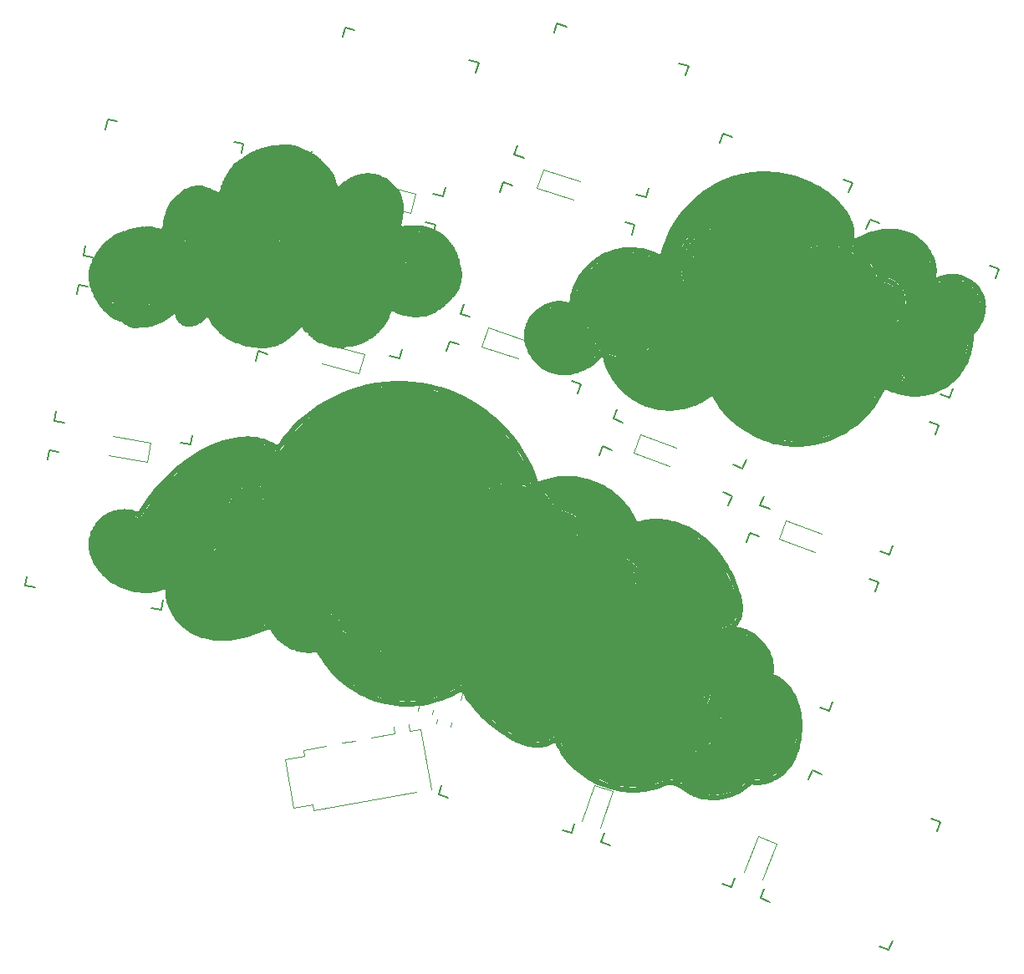
<source format=gbr>
%TF.GenerationSoftware,KiCad,Pcbnew,7.0.5*%
%TF.CreationDate,2023-06-17T18:52:54+04:00*%
%TF.ProjectId,KBD,4b42442e-6b69-4636-9164-5f7063625858,rev?*%
%TF.SameCoordinates,Original*%
%TF.FileFunction,Legend,Top*%
%TF.FilePolarity,Positive*%
%FSLAX46Y46*%
G04 Gerber Fmt 4.6, Leading zero omitted, Abs format (unit mm)*
G04 Created by KiCad (PCBNEW 7.0.5) date 2023-06-17 18:52:54*
%MOMM*%
%LPD*%
G01*
G04 APERTURE LIST*
%ADD10C,0.000000*%
%ADD11C,0.120000*%
%ADD12C,0.150000*%
G04 APERTURE END LIST*
D10*
G36*
X163180125Y-51823449D02*
G01*
X163193019Y-51824194D01*
X163205950Y-51825470D01*
X163218905Y-51827286D01*
X163223657Y-51839256D01*
X163228186Y-51851310D01*
X163232494Y-51863442D01*
X163236577Y-51875650D01*
X163240435Y-51887931D01*
X163244068Y-51900282D01*
X163247474Y-51912700D01*
X163250653Y-51925181D01*
X163253738Y-51947281D01*
X163256048Y-51968433D01*
X163257581Y-51988638D01*
X163258338Y-52007895D01*
X163258318Y-52026201D01*
X163257520Y-52043558D01*
X163255944Y-52059963D01*
X163253589Y-52075415D01*
X163250456Y-52089914D01*
X163246543Y-52103459D01*
X163241850Y-52116048D01*
X163236376Y-52127681D01*
X163230122Y-52138356D01*
X163223086Y-52148073D01*
X163215268Y-52156831D01*
X163206668Y-52164629D01*
X163197285Y-52171466D01*
X163187118Y-52177340D01*
X163176168Y-52182252D01*
X163164433Y-52186199D01*
X163151913Y-52189181D01*
X163138608Y-52191197D01*
X163124517Y-52192247D01*
X163109640Y-52192328D01*
X163093977Y-52191440D01*
X163077525Y-52189583D01*
X163060287Y-52186754D01*
X163042260Y-52182954D01*
X163023444Y-52178181D01*
X163003839Y-52172434D01*
X162983444Y-52165712D01*
X162962260Y-52158015D01*
X162950461Y-52152383D01*
X162938811Y-52146465D01*
X162927314Y-52140263D01*
X162915975Y-52133780D01*
X162904799Y-52127019D01*
X162893792Y-52119983D01*
X162882958Y-52112675D01*
X162872303Y-52105098D01*
X162874169Y-52092200D01*
X162875817Y-52079301D01*
X162877279Y-52066403D01*
X162878586Y-52053504D01*
X162880859Y-52027707D01*
X162882885Y-52001911D01*
X162888844Y-51990266D01*
X162895231Y-51978950D01*
X162902032Y-51967970D01*
X162909234Y-51957334D01*
X162916823Y-51947048D01*
X162924786Y-51937119D01*
X162933109Y-51927555D01*
X162941779Y-51918361D01*
X162950782Y-51909546D01*
X162960106Y-51901116D01*
X162969736Y-51893079D01*
X162979658Y-51885440D01*
X162989861Y-51878208D01*
X163000329Y-51871389D01*
X163011050Y-51864990D01*
X163022010Y-51859019D01*
X163033196Y-51853481D01*
X163044594Y-51848385D01*
X163056191Y-51843737D01*
X163067973Y-51839545D01*
X163079926Y-51835814D01*
X163092039Y-51832553D01*
X163104295Y-51829768D01*
X163116684Y-51827466D01*
X163129190Y-51825654D01*
X163141801Y-51824340D01*
X163154503Y-51823529D01*
X163167282Y-51823230D01*
X163180125Y-51823449D01*
G37*
G36*
X171756768Y-53922444D02*
G01*
X171756949Y-53922576D01*
X171757010Y-53922786D01*
X171838497Y-53923410D01*
X171919751Y-53926790D01*
X172000705Y-53932909D01*
X172081291Y-53941749D01*
X172161443Y-53953292D01*
X172241094Y-53967519D01*
X172320176Y-53984413D01*
X172398622Y-54003956D01*
X172476365Y-54026131D01*
X172553339Y-54050918D01*
X172629476Y-54078301D01*
X172704709Y-54108260D01*
X172778971Y-54140780D01*
X172852194Y-54175840D01*
X172924313Y-54213425D01*
X172995259Y-54253514D01*
X172934405Y-54309077D01*
X172892024Y-54321774D01*
X172850194Y-54332146D01*
X172808893Y-54340285D01*
X172768099Y-54346284D01*
X172727790Y-54350238D01*
X172687943Y-54352237D01*
X172648535Y-54352377D01*
X172609546Y-54350749D01*
X172532730Y-54342564D01*
X172457317Y-54328425D01*
X172383129Y-54309077D01*
X172309988Y-54285265D01*
X172237714Y-54257732D01*
X172166131Y-54227222D01*
X172024320Y-54160249D01*
X171883130Y-54090300D01*
X171741133Y-54023327D01*
X171735925Y-54018397D01*
X171731216Y-54013529D01*
X171727012Y-54008723D01*
X171723315Y-54003980D01*
X171720130Y-53999298D01*
X171718730Y-53996980D01*
X171717460Y-53994678D01*
X171716320Y-53992391D01*
X171715310Y-53990120D01*
X171714431Y-53987864D01*
X171713683Y-53985624D01*
X171713067Y-53983399D01*
X171712583Y-53981190D01*
X171712232Y-53978997D01*
X171712014Y-53976818D01*
X171711929Y-53974656D01*
X171711979Y-53972509D01*
X171712164Y-53970377D01*
X171712484Y-53968261D01*
X171712939Y-53966160D01*
X171713531Y-53964075D01*
X171714259Y-53962005D01*
X171715124Y-53959951D01*
X171716127Y-53957913D01*
X171717268Y-53955889D01*
X171718547Y-53953882D01*
X171719965Y-53951890D01*
X171722997Y-53948046D01*
X171726115Y-53944453D01*
X171729279Y-53941117D01*
X171732451Y-53938040D01*
X171735592Y-53935227D01*
X171738663Y-53932682D01*
X171741625Y-53930407D01*
X171744441Y-53928408D01*
X171747070Y-53926688D01*
X171749474Y-53925251D01*
X171751615Y-53924100D01*
X171753454Y-53923240D01*
X171754952Y-53922675D01*
X171756069Y-53922408D01*
X171756473Y-53922388D01*
X171756768Y-53922444D01*
G37*
G36*
X170960614Y-54565723D02*
G01*
X170960224Y-54571773D01*
X170959110Y-54578005D01*
X170957352Y-54584398D01*
X170955033Y-54590931D01*
X170952232Y-54597584D01*
X170949033Y-54604337D01*
X170941762Y-54618061D01*
X170926011Y-54645811D01*
X170918833Y-54659512D01*
X170915704Y-54666247D01*
X170912989Y-54672879D01*
X170910770Y-54679387D01*
X170909129Y-54685750D01*
X170908146Y-54691949D01*
X170907904Y-54697963D01*
X170908483Y-54703771D01*
X170909966Y-54709354D01*
X170912433Y-54714690D01*
X170915965Y-54719760D01*
X170920645Y-54724543D01*
X170926554Y-54729019D01*
X170933772Y-54733167D01*
X170942382Y-54736968D01*
X170952465Y-54740401D01*
X170964102Y-54743444D01*
X170977374Y-54746079D01*
X170992363Y-54748285D01*
X171009762Y-54750846D01*
X171026258Y-54753639D01*
X171041878Y-54756773D01*
X171056649Y-54760357D01*
X171070599Y-54764499D01*
X171083753Y-54769307D01*
X171096141Y-54774891D01*
X171107788Y-54781358D01*
X171113342Y-54784957D01*
X171118722Y-54788818D01*
X171123930Y-54792953D01*
X171128970Y-54797378D01*
X171133845Y-54802105D01*
X171138559Y-54807147D01*
X171143115Y-54812519D01*
X171147516Y-54818234D01*
X171151766Y-54824306D01*
X171155869Y-54830748D01*
X171159827Y-54837573D01*
X171163644Y-54844796D01*
X171170869Y-54860488D01*
X171177571Y-54877931D01*
X171187312Y-54905572D01*
X171195469Y-54933556D01*
X171202046Y-54961818D01*
X171207047Y-54990293D01*
X171210476Y-55018917D01*
X171212340Y-55047625D01*
X171212641Y-55076351D01*
X171211385Y-55105032D01*
X171208576Y-55133603D01*
X171204219Y-55161999D01*
X171198319Y-55190155D01*
X171190879Y-55218007D01*
X171181905Y-55245490D01*
X171171401Y-55272539D01*
X171159372Y-55299089D01*
X171145823Y-55325077D01*
X171078131Y-55461192D01*
X171051450Y-55517739D01*
X171029447Y-55568162D01*
X171012048Y-55613625D01*
X171005052Y-55634859D01*
X170999179Y-55655289D01*
X170994421Y-55675060D01*
X170990768Y-55694318D01*
X170988211Y-55713207D01*
X170986741Y-55731873D01*
X170986348Y-55750462D01*
X170987023Y-55769119D01*
X170988757Y-55787989D01*
X170991541Y-55807218D01*
X170995366Y-55826950D01*
X171000222Y-55847331D01*
X171012992Y-55890623D01*
X171029776Y-55938256D01*
X171050503Y-55991392D01*
X171103485Y-56118827D01*
X171103942Y-56125434D01*
X171104269Y-56132048D01*
X171104464Y-56138666D01*
X171104530Y-56145285D01*
X171104464Y-56151905D01*
X171104269Y-56158522D01*
X171103942Y-56165136D01*
X171103485Y-56171744D01*
X170956890Y-56334504D01*
X170921152Y-56375571D01*
X170886476Y-56417263D01*
X170853210Y-56459816D01*
X170821704Y-56503465D01*
X170792307Y-56548447D01*
X170765367Y-56594999D01*
X170752927Y-56618938D01*
X170741232Y-56643357D01*
X170730327Y-56668288D01*
X170720253Y-56693758D01*
X170711055Y-56719798D01*
X170702777Y-56746438D01*
X170695462Y-56773706D01*
X170689154Y-56801633D01*
X170683896Y-56830247D01*
X170679732Y-56859579D01*
X170676706Y-56889659D01*
X170674860Y-56920514D01*
X170675491Y-56935628D01*
X170675167Y-56950642D01*
X170673907Y-56965518D01*
X170671728Y-56980216D01*
X170668649Y-56994696D01*
X170664688Y-57008919D01*
X170659862Y-57022846D01*
X170654189Y-57036435D01*
X170647688Y-57049648D01*
X170640377Y-57062446D01*
X170632274Y-57074788D01*
X170623396Y-57086635D01*
X170613762Y-57097947D01*
X170603389Y-57108685D01*
X170592297Y-57118809D01*
X170580502Y-57128279D01*
X170568131Y-57136983D01*
X170555327Y-57144831D01*
X170542133Y-57151817D01*
X170528592Y-57157934D01*
X170514747Y-57163176D01*
X170500641Y-57167536D01*
X170486318Y-57171009D01*
X170471820Y-57173588D01*
X170457190Y-57175267D01*
X170442472Y-57176040D01*
X170427708Y-57175899D01*
X170412942Y-57174840D01*
X170398217Y-57172855D01*
X170383575Y-57169938D01*
X170369060Y-57166084D01*
X170354716Y-57161285D01*
X170344178Y-57106880D01*
X170334913Y-57052971D01*
X170324717Y-56999807D01*
X170318582Y-56973581D01*
X170311389Y-56947634D01*
X170302863Y-56921997D01*
X170292729Y-56896702D01*
X170280711Y-56871778D01*
X170266534Y-56847258D01*
X170258550Y-56835158D01*
X170249924Y-56823171D01*
X170240620Y-56811301D01*
X170230604Y-56799550D01*
X170219842Y-56787924D01*
X170208300Y-56776425D01*
X170195942Y-56765058D01*
X170182736Y-56753827D01*
X170126439Y-56708579D01*
X170097706Y-56685249D01*
X170069213Y-56661222D01*
X170041433Y-56636327D01*
X170014839Y-56610393D01*
X169989904Y-56583250D01*
X169978206Y-56569172D01*
X169967100Y-56554728D01*
X169956646Y-56539896D01*
X169946901Y-56524655D01*
X169937926Y-56508983D01*
X169929780Y-56492861D01*
X169922520Y-56476265D01*
X169916208Y-56459175D01*
X169910901Y-56441570D01*
X169906660Y-56423428D01*
X169903542Y-56404728D01*
X169901607Y-56385449D01*
X169900914Y-56365569D01*
X169901523Y-56345066D01*
X169903492Y-56323921D01*
X169906880Y-56302110D01*
X169911747Y-56279614D01*
X169918152Y-56256410D01*
X169900557Y-56237996D01*
X169883437Y-56219155D01*
X169866802Y-56199896D01*
X169850658Y-56180228D01*
X169835014Y-56160161D01*
X169819876Y-56139705D01*
X169805252Y-56118868D01*
X169791149Y-56097660D01*
X169783747Y-56082163D01*
X169777408Y-56066339D01*
X169772132Y-56050241D01*
X169767916Y-56033919D01*
X169764760Y-56017425D01*
X169762661Y-56000810D01*
X169761618Y-55984127D01*
X169761630Y-55967426D01*
X169762693Y-55950759D01*
X169764808Y-55934177D01*
X169767972Y-55917732D01*
X169772183Y-55901475D01*
X169777441Y-55885458D01*
X169783742Y-55869733D01*
X169791086Y-55854350D01*
X169799471Y-55839361D01*
X169804033Y-55832064D01*
X169808809Y-55824947D01*
X169813793Y-55818014D01*
X169818981Y-55811268D01*
X169824366Y-55804713D01*
X169829943Y-55798351D01*
X169835707Y-55792187D01*
X169841651Y-55786222D01*
X169847770Y-55780461D01*
X169854059Y-55774906D01*
X169860511Y-55769560D01*
X169867122Y-55764428D01*
X169880797Y-55754814D01*
X169895038Y-55746089D01*
X169909801Y-55738279D01*
X169925040Y-55731409D01*
X169932825Y-55728335D01*
X169940712Y-55725506D01*
X169948695Y-55722924D01*
X169956770Y-55720593D01*
X169964931Y-55718517D01*
X169973171Y-55716698D01*
X169981487Y-55715140D01*
X169989871Y-55713845D01*
X169998318Y-55712818D01*
X170006823Y-55712060D01*
X170015380Y-55711576D01*
X170023983Y-55711369D01*
X170074363Y-55712072D01*
X170124402Y-55714015D01*
X170174254Y-55716950D01*
X170224075Y-55720629D01*
X170426150Y-55737827D01*
X170430506Y-55724300D01*
X170435138Y-55711494D01*
X170440045Y-55699403D01*
X170445223Y-55688021D01*
X170450671Y-55677341D01*
X170456386Y-55667355D01*
X170462366Y-55658057D01*
X170468607Y-55649440D01*
X170475108Y-55641497D01*
X170481866Y-55634222D01*
X170488880Y-55627608D01*
X170496145Y-55621648D01*
X170503661Y-55616335D01*
X170511424Y-55611663D01*
X170519432Y-55607624D01*
X170527683Y-55604213D01*
X170536175Y-55601421D01*
X170544904Y-55599243D01*
X170553869Y-55597671D01*
X170563066Y-55596699D01*
X170572495Y-55596320D01*
X170582151Y-55596527D01*
X170592033Y-55597314D01*
X170602139Y-55598673D01*
X170612465Y-55600598D01*
X170623010Y-55603082D01*
X170633771Y-55606119D01*
X170644746Y-55609701D01*
X170655932Y-55613821D01*
X170667327Y-55618474D01*
X170678928Y-55623652D01*
X170690733Y-55629348D01*
X170696180Y-55631674D01*
X170701595Y-55633691D01*
X170706963Y-55635403D01*
X170712267Y-55636810D01*
X170717492Y-55637915D01*
X170722621Y-55638719D01*
X170727639Y-55639226D01*
X170732529Y-55639435D01*
X170737276Y-55639350D01*
X170741864Y-55638973D01*
X170746276Y-55638304D01*
X170750497Y-55637347D01*
X170754511Y-55636104D01*
X170758301Y-55634575D01*
X170761852Y-55632763D01*
X170765148Y-55630671D01*
X170768172Y-55628299D01*
X170770909Y-55625650D01*
X170773343Y-55622727D01*
X170775457Y-55619529D01*
X170777237Y-55616061D01*
X170778665Y-55612323D01*
X170779725Y-55608318D01*
X170780403Y-55604047D01*
X170780681Y-55599513D01*
X170780545Y-55594717D01*
X170779977Y-55589661D01*
X170778961Y-55584348D01*
X170777483Y-55578779D01*
X170775526Y-55572956D01*
X170773073Y-55566881D01*
X170770110Y-55560556D01*
X170758077Y-55542223D01*
X170747014Y-55523400D01*
X170736931Y-55504124D01*
X170727834Y-55484434D01*
X170719733Y-55464368D01*
X170712635Y-55443965D01*
X170706549Y-55423263D01*
X170701483Y-55402300D01*
X170697446Y-55381116D01*
X170694445Y-55359747D01*
X170692490Y-55338233D01*
X170691587Y-55316613D01*
X170691747Y-55294923D01*
X170692976Y-55273204D01*
X170695283Y-55251492D01*
X170698677Y-55229827D01*
X170707717Y-55183221D01*
X170714810Y-55142230D01*
X170719687Y-55106271D01*
X170721209Y-55089994D01*
X170722076Y-55074756D01*
X170722252Y-55060484D01*
X170721705Y-55047102D01*
X170720400Y-55034540D01*
X170718303Y-55022723D01*
X170715381Y-55011579D01*
X170711599Y-55001034D01*
X170706924Y-54991015D01*
X170701322Y-54981449D01*
X170694758Y-54972263D01*
X170687200Y-54963384D01*
X170678612Y-54954738D01*
X170668962Y-54946253D01*
X170658214Y-54937854D01*
X170646336Y-54929470D01*
X170619053Y-54912451D01*
X170586839Y-54894610D01*
X170549424Y-54875363D01*
X170457905Y-54830306D01*
X170445604Y-54824345D01*
X170434471Y-54818366D01*
X170424462Y-54812368D01*
X170415536Y-54806349D01*
X170407651Y-54800306D01*
X170400764Y-54794239D01*
X170394833Y-54788144D01*
X170389817Y-54782020D01*
X170385672Y-54775865D01*
X170382358Y-54769677D01*
X170379831Y-54763454D01*
X170378050Y-54757194D01*
X170376973Y-54750896D01*
X170376556Y-54744557D01*
X170376759Y-54738175D01*
X170377539Y-54731749D01*
X170378853Y-54725276D01*
X170380661Y-54718755D01*
X170382919Y-54712183D01*
X170385585Y-54705559D01*
X170391974Y-54692147D01*
X170399491Y-54678502D01*
X170434094Y-54621285D01*
X170449542Y-54622679D01*
X170464952Y-54623166D01*
X170480285Y-54622758D01*
X170495507Y-54621468D01*
X170510582Y-54619309D01*
X170525472Y-54616295D01*
X170540143Y-54612437D01*
X170554558Y-54607750D01*
X170568682Y-54602245D01*
X170582477Y-54595936D01*
X170595908Y-54588835D01*
X170608939Y-54580956D01*
X170621534Y-54572311D01*
X170633657Y-54562913D01*
X170645272Y-54552775D01*
X170656342Y-54541910D01*
X170960614Y-54565723D01*
G37*
G36*
X169949906Y-62242608D02*
G01*
X169962324Y-62244517D01*
X169974839Y-62247521D01*
X169987548Y-62251632D01*
X170000548Y-62256861D01*
X170013936Y-62263217D01*
X170027807Y-62270711D01*
X170042261Y-62279355D01*
X170057392Y-62289159D01*
X170090077Y-62312288D01*
X170126638Y-62340184D01*
X170214487Y-62410619D01*
X170166863Y-62860411D01*
X170150608Y-62848550D01*
X170135055Y-62836305D01*
X170105874Y-62810812D01*
X170078973Y-62784218D01*
X170054002Y-62756810D01*
X170030612Y-62728875D01*
X170008454Y-62700699D01*
X169966441Y-62644775D01*
X169945888Y-62617600D01*
X169925173Y-62591331D01*
X169903945Y-62566257D01*
X169881857Y-62542662D01*
X169858560Y-62520836D01*
X169846350Y-62510674D01*
X169833705Y-62501063D01*
X169820585Y-62492036D01*
X169806943Y-62483631D01*
X169792738Y-62475883D01*
X169777926Y-62468827D01*
X169685322Y-62352411D01*
X169773172Y-62301303D01*
X169809733Y-62281450D01*
X169842419Y-62265511D01*
X169857550Y-62259037D01*
X169872003Y-62253573D01*
X169885875Y-62249130D01*
X169899263Y-62245719D01*
X169912263Y-62243351D01*
X169924972Y-62242036D01*
X169937487Y-62241785D01*
X169949906Y-62242608D01*
G37*
G36*
X167628739Y-62683609D02*
G01*
X167638519Y-62684644D01*
X167648203Y-62686630D01*
X167657784Y-62689644D01*
X167667253Y-62693763D01*
X167676602Y-62699064D01*
X167685822Y-62705625D01*
X167694906Y-62713521D01*
X167703845Y-62722831D01*
X167712631Y-62733631D01*
X167721256Y-62745998D01*
X167729711Y-62760010D01*
X167737988Y-62775742D01*
X167726258Y-62790427D01*
X167714134Y-62804752D01*
X167701623Y-62818711D01*
X167688734Y-62832297D01*
X167675477Y-62845502D01*
X167661860Y-62858319D01*
X167647891Y-62870741D01*
X167633580Y-62882761D01*
X167618935Y-62894372D01*
X167603964Y-62905567D01*
X167588677Y-62916339D01*
X167573083Y-62926680D01*
X167557189Y-62936583D01*
X167541005Y-62946042D01*
X167524540Y-62955048D01*
X167507801Y-62963596D01*
X167499284Y-62973826D01*
X167490601Y-62983205D01*
X167481759Y-62991768D01*
X167472765Y-62999548D01*
X167463623Y-63006577D01*
X167454339Y-63012890D01*
X167444920Y-63018520D01*
X167435372Y-63023500D01*
X167425699Y-63027864D01*
X167415907Y-63031645D01*
X167406004Y-63034876D01*
X167395994Y-63037592D01*
X167385883Y-63039825D01*
X167375677Y-63041609D01*
X167355004Y-63043964D01*
X167334020Y-63044923D01*
X167312773Y-63044754D01*
X167291309Y-63043725D01*
X167269675Y-63042103D01*
X167226080Y-63038150D01*
X167204213Y-63036354D01*
X167182362Y-63035034D01*
X167175589Y-63041248D01*
X167169107Y-63047912D01*
X167162834Y-63054916D01*
X167156689Y-63062154D01*
X167144457Y-63076892D01*
X167138207Y-63084175D01*
X167131760Y-63091258D01*
X167125034Y-63098030D01*
X167117947Y-63104384D01*
X167114243Y-63107369D01*
X167110418Y-63110210D01*
X167106463Y-63112892D01*
X167102367Y-63115401D01*
X167098119Y-63117724D01*
X167093710Y-63119848D01*
X167089130Y-63121758D01*
X167084368Y-63123442D01*
X167079414Y-63124885D01*
X167074258Y-63126074D01*
X167068890Y-63126997D01*
X167063300Y-63127638D01*
X166973343Y-63011223D01*
X166988406Y-62982976D01*
X167003925Y-62955903D01*
X167020049Y-62930187D01*
X167036925Y-62906009D01*
X167054701Y-62883553D01*
X167063972Y-62873026D01*
X167073523Y-62862999D01*
X167083372Y-62853493D01*
X167093538Y-62844530D01*
X167104039Y-62836135D01*
X167114895Y-62828329D01*
X167126122Y-62821136D01*
X167137739Y-62814577D01*
X167149766Y-62808677D01*
X167162220Y-62803457D01*
X167175119Y-62798941D01*
X167188483Y-62795151D01*
X167202329Y-62792110D01*
X167216676Y-62789840D01*
X167231543Y-62788365D01*
X167246947Y-62787708D01*
X167262907Y-62787890D01*
X167279442Y-62788936D01*
X167296570Y-62790867D01*
X167314310Y-62793706D01*
X167332679Y-62797477D01*
X167351696Y-62802201D01*
X167353230Y-62802087D01*
X167354854Y-62801751D01*
X167356562Y-62801205D01*
X167358352Y-62800459D01*
X167360220Y-62799526D01*
X167362161Y-62798416D01*
X167366248Y-62795710D01*
X167370584Y-62792431D01*
X167375137Y-62788667D01*
X167379875Y-62784508D01*
X167384769Y-62780042D01*
X167405274Y-62760901D01*
X167410478Y-62756242D01*
X167415651Y-62751811D01*
X167420762Y-62747698D01*
X167425780Y-62743993D01*
X167435739Y-62742184D01*
X167445767Y-62739785D01*
X167465999Y-62733528D01*
X167486410Y-62725837D01*
X167506932Y-62717328D01*
X167548051Y-62700321D01*
X167568516Y-62693056D01*
X167578695Y-62690003D01*
X167588829Y-62687438D01*
X167598908Y-62685439D01*
X167608925Y-62684084D01*
X167618871Y-62683448D01*
X167628739Y-62683609D01*
G37*
G36*
X172230949Y-65268372D02*
G01*
X172244646Y-65270151D01*
X172258451Y-65272903D01*
X172272426Y-65276624D01*
X172286631Y-65281307D01*
X172301126Y-65286947D01*
X172315973Y-65293539D01*
X172346963Y-65309558D01*
X172380084Y-65329321D01*
X172415821Y-65352786D01*
X172433917Y-65365591D01*
X172451571Y-65379074D01*
X172468900Y-65393045D01*
X172486019Y-65407315D01*
X172520095Y-65435990D01*
X172537283Y-65450015D01*
X172554728Y-65463580D01*
X172572545Y-65476493D01*
X172590850Y-65488565D01*
X172609759Y-65499606D01*
X172619477Y-65504681D01*
X172629390Y-65509427D01*
X172639512Y-65513820D01*
X172649857Y-65517837D01*
X172660442Y-65521453D01*
X172671278Y-65524646D01*
X172682383Y-65527391D01*
X172693769Y-65529664D01*
X172705452Y-65531443D01*
X172717446Y-65532702D01*
X172717420Y-65545601D01*
X172717239Y-65558499D01*
X172716748Y-65571398D01*
X172715792Y-65584296D01*
X172715091Y-65590745D01*
X172714216Y-65597194D01*
X172713147Y-65603644D01*
X172711865Y-65610093D01*
X172710350Y-65616542D01*
X172708583Y-65622991D01*
X172706545Y-65629440D01*
X172704216Y-65635890D01*
X172691347Y-65634567D01*
X172678452Y-65633623D01*
X172665542Y-65633056D01*
X172652623Y-65632867D01*
X172639704Y-65633056D01*
X172626793Y-65633623D01*
X172613898Y-65634567D01*
X172601029Y-65635890D01*
X172568990Y-65646422D01*
X172536675Y-65655822D01*
X172504113Y-65664090D01*
X172471334Y-65671222D01*
X172438368Y-65677218D01*
X172405244Y-65682075D01*
X172371993Y-65685792D01*
X172338642Y-65688367D01*
X172305224Y-65689799D01*
X172271766Y-65690084D01*
X172238299Y-65689222D01*
X172204852Y-65687211D01*
X172171455Y-65684049D01*
X172138138Y-65679734D01*
X172104930Y-65674265D01*
X172071862Y-65667639D01*
X172046938Y-65663143D01*
X172021798Y-65659454D01*
X171996471Y-65656384D01*
X171970990Y-65653748D01*
X171919686Y-65649036D01*
X171893925Y-65646586D01*
X171868134Y-65643827D01*
X171886654Y-65445389D01*
X171934019Y-65408857D01*
X171977217Y-65376624D01*
X172016734Y-65348645D01*
X172053053Y-65324880D01*
X172086659Y-65305285D01*
X172102596Y-65297038D01*
X172118036Y-65289817D01*
X172133040Y-65283618D01*
X172147669Y-65278435D01*
X172161983Y-65274262D01*
X172176043Y-65271095D01*
X172189909Y-65268928D01*
X172203641Y-65267755D01*
X172217301Y-65267571D01*
X172230949Y-65268372D01*
G37*
G36*
X152183134Y-60989805D02*
G01*
X152233405Y-60989805D01*
X152239660Y-60991028D01*
X152245868Y-60992426D01*
X152252027Y-60993997D01*
X152258132Y-60995740D01*
X152264182Y-60997652D01*
X152270172Y-60999734D01*
X152276098Y-61001982D01*
X152281958Y-61004397D01*
X152287747Y-61006975D01*
X152293463Y-61009716D01*
X152299101Y-61012618D01*
X152304658Y-61015680D01*
X152310131Y-61018899D01*
X152315516Y-61022276D01*
X152320810Y-61025808D01*
X152326009Y-61029493D01*
X152330920Y-61033304D01*
X152335696Y-61037264D01*
X152340336Y-61041369D01*
X152344836Y-61045615D01*
X152349194Y-61049998D01*
X152353406Y-61054516D01*
X152357469Y-61059163D01*
X152361381Y-61063937D01*
X152365138Y-61068833D01*
X152368738Y-61073848D01*
X152372177Y-61078978D01*
X152375453Y-61084219D01*
X152378563Y-61089568D01*
X152381503Y-61095021D01*
X152384271Y-61100573D01*
X152386864Y-61106223D01*
X152392993Y-61117987D01*
X152399466Y-61128989D01*
X152406269Y-61139259D01*
X152413389Y-61148825D01*
X152420814Y-61157717D01*
X152428530Y-61165964D01*
X152436524Y-61173594D01*
X152444783Y-61180637D01*
X152453293Y-61187122D01*
X152462043Y-61193078D01*
X152471018Y-61198534D01*
X152480207Y-61203519D01*
X152489594Y-61208063D01*
X152499168Y-61212193D01*
X152508916Y-61215940D01*
X152518824Y-61219332D01*
X152539069Y-61225169D01*
X152559798Y-61229936D01*
X152580907Y-61233866D01*
X152602291Y-61237192D01*
X152645467Y-61242959D01*
X152688487Y-61249098D01*
X152691271Y-61257228D01*
X152693922Y-61265402D01*
X152696440Y-61273616D01*
X152698824Y-61281869D01*
X152701073Y-61290160D01*
X152703188Y-61298487D01*
X152705167Y-61306849D01*
X152707011Y-61315242D01*
X152705258Y-61322214D01*
X152703247Y-61329071D01*
X152700983Y-61335806D01*
X152698472Y-61342415D01*
X152695719Y-61348893D01*
X152692730Y-61355235D01*
X152689510Y-61361435D01*
X152686067Y-61367489D01*
X152682404Y-61373391D01*
X152678528Y-61379136D01*
X152670160Y-61390135D01*
X152661009Y-61400446D01*
X152651119Y-61410027D01*
X152640536Y-61418837D01*
X152629307Y-61426834D01*
X152617477Y-61433979D01*
X152611350Y-61437219D01*
X152605091Y-61440230D01*
X152598704Y-61443008D01*
X152592195Y-61445546D01*
X152585570Y-61447840D01*
X152578835Y-61449886D01*
X152571996Y-61451677D01*
X152565057Y-61453208D01*
X152558026Y-61454475D01*
X152550907Y-61455473D01*
X152524782Y-61435104D01*
X152497870Y-61415989D01*
X152470217Y-61398143D01*
X152441867Y-61381582D01*
X152412868Y-61366322D01*
X152383264Y-61352378D01*
X152353102Y-61339766D01*
X152322427Y-61328502D01*
X152291286Y-61318601D01*
X152259723Y-61310079D01*
X152227785Y-61302951D01*
X152195518Y-61297234D01*
X152162968Y-61292944D01*
X152130180Y-61290095D01*
X152097199Y-61288703D01*
X152064073Y-61288785D01*
X152042700Y-61207425D01*
X152022071Y-61126066D01*
X151982052Y-60963347D01*
X152183134Y-60989805D01*
G37*
G36*
X149005464Y-62140294D02*
G01*
X149005283Y-62152857D01*
X149004792Y-62165233D01*
X149004382Y-62171361D01*
X149003836Y-62177455D01*
X149003135Y-62183517D01*
X149002260Y-62189552D01*
X149001191Y-62195564D01*
X148999909Y-62201557D01*
X148998394Y-62207534D01*
X148996627Y-62213499D01*
X148994589Y-62219456D01*
X148992261Y-62225410D01*
X148891719Y-62214827D01*
X149005490Y-62127515D01*
X149005464Y-62140294D01*
G37*
G36*
X168455478Y-66976221D02*
G01*
X168460852Y-66980346D01*
X168465841Y-66984411D01*
X168470446Y-66988416D01*
X168474670Y-66992364D01*
X168478513Y-66996254D01*
X168481978Y-67000088D01*
X168485065Y-67003867D01*
X168487777Y-67007592D01*
X168490113Y-67011264D01*
X168492077Y-67014883D01*
X168493669Y-67018451D01*
X168494891Y-67021968D01*
X168495745Y-67025436D01*
X168496231Y-67028855D01*
X168496351Y-67032228D01*
X168496107Y-67035553D01*
X168495501Y-67038833D01*
X168494532Y-67042069D01*
X168493204Y-67045261D01*
X168491518Y-67048410D01*
X168489474Y-67051517D01*
X168487075Y-67054584D01*
X168484321Y-67057611D01*
X168481215Y-67060600D01*
X168477758Y-67063550D01*
X168473951Y-67066464D01*
X168469795Y-67069342D01*
X168465293Y-67072185D01*
X168460445Y-67074994D01*
X168455253Y-67077770D01*
X168449719Y-67080515D01*
X168448352Y-67073599D01*
X168447223Y-67066737D01*
X168446318Y-67059922D01*
X168445626Y-67053146D01*
X168445136Y-67046401D01*
X168444835Y-67039679D01*
X168444713Y-67032973D01*
X168444758Y-67026275D01*
X168444957Y-67019576D01*
X168445301Y-67012870D01*
X168446370Y-66999403D01*
X168447874Y-66985812D01*
X168449719Y-66972035D01*
X168455478Y-66976221D01*
G37*
G36*
X171796438Y-54026430D02*
G01*
X171847128Y-54032236D01*
X171898306Y-54036151D01*
X171949783Y-54038871D01*
X172052872Y-54043522D01*
X172104105Y-54046848D01*
X172154876Y-54051770D01*
X172204997Y-54058987D01*
X172254276Y-54069195D01*
X172302524Y-54083094D01*
X172326202Y-54091644D01*
X172349552Y-54101379D01*
X172372548Y-54112385D01*
X172395168Y-54124750D01*
X172417388Y-54138560D01*
X172439184Y-54153903D01*
X172460533Y-54170866D01*
X172481410Y-54189537D01*
X172501791Y-54210002D01*
X172521654Y-54232348D01*
X172984677Y-54264098D01*
X172993447Y-54276606D01*
X173002829Y-54288562D01*
X173012795Y-54299949D01*
X173023318Y-54310750D01*
X173034371Y-54320949D01*
X173045926Y-54330527D01*
X173057956Y-54339468D01*
X173070434Y-54347755D01*
X173083333Y-54355371D01*
X173096625Y-54362299D01*
X173110283Y-54368521D01*
X173124280Y-54374020D01*
X173138589Y-54378780D01*
X173153183Y-54382784D01*
X173168033Y-54386014D01*
X173183113Y-54388452D01*
X173288947Y-54494286D01*
X173293677Y-54502640D01*
X173298631Y-54510848D01*
X173303806Y-54518905D01*
X173309198Y-54526808D01*
X173314803Y-54534551D01*
X173320618Y-54542132D01*
X173326639Y-54549546D01*
X173332862Y-54556788D01*
X173339284Y-54563854D01*
X173345900Y-54570741D01*
X173352708Y-54577444D01*
X173359704Y-54583960D01*
X173366883Y-54590282D01*
X173374243Y-54596409D01*
X173381779Y-54602335D01*
X173389489Y-54608056D01*
X173398537Y-54622939D01*
X173407802Y-54637822D01*
X173426860Y-54667588D01*
X173446415Y-54697353D01*
X173466217Y-54727119D01*
X173461055Y-54732433D01*
X173455673Y-54737481D01*
X173450079Y-54742259D01*
X173444286Y-54746761D01*
X173438304Y-54750982D01*
X173432142Y-54754916D01*
X173425813Y-54758560D01*
X173419326Y-54761907D01*
X173412693Y-54764952D01*
X173405923Y-54767690D01*
X173399027Y-54770117D01*
X173392015Y-54772226D01*
X173384900Y-54774013D01*
X173377690Y-54775473D01*
X173370396Y-54776600D01*
X173363030Y-54777389D01*
X173355838Y-54779008D01*
X173348613Y-54780412D01*
X173341358Y-54781599D01*
X173334080Y-54782570D01*
X173326782Y-54783326D01*
X173319470Y-54783866D01*
X173312149Y-54784189D01*
X173304822Y-54784297D01*
X173297496Y-54784189D01*
X173290174Y-54783866D01*
X173282862Y-54783326D01*
X173275564Y-54782570D01*
X173268285Y-54781599D01*
X173261031Y-54780412D01*
X173253805Y-54779009D01*
X173246613Y-54777390D01*
X173239584Y-54775665D01*
X173232599Y-54773790D01*
X173225661Y-54771767D01*
X173218773Y-54769597D01*
X173211936Y-54767280D01*
X173205152Y-54764818D01*
X173198425Y-54762211D01*
X173191756Y-54759461D01*
X173185147Y-54756568D01*
X173178602Y-54753534D01*
X173172121Y-54750359D01*
X173165708Y-54747045D01*
X173159365Y-54743592D01*
X173153094Y-54740001D01*
X173146898Y-54736273D01*
X173140778Y-54732410D01*
X173130553Y-54723827D01*
X173120503Y-54715044D01*
X173110632Y-54706065D01*
X173100942Y-54696893D01*
X173091436Y-54687531D01*
X173082117Y-54677980D01*
X173072987Y-54668245D01*
X173064049Y-54658327D01*
X173037592Y-54615994D01*
X173035043Y-54609243D01*
X173032361Y-54603345D01*
X173029553Y-54598257D01*
X173026626Y-54593933D01*
X173023587Y-54590328D01*
X173020442Y-54587397D01*
X173017198Y-54585094D01*
X173013862Y-54583376D01*
X173010441Y-54582196D01*
X173006941Y-54581510D01*
X173003370Y-54581272D01*
X172999734Y-54581438D01*
X172996039Y-54581962D01*
X172992293Y-54582800D01*
X172988503Y-54583906D01*
X172984675Y-54585236D01*
X172953503Y-54598507D01*
X172949640Y-54599819D01*
X172945808Y-54600904D01*
X172942011Y-54601716D01*
X172938259Y-54602212D01*
X172934557Y-54602345D01*
X172930912Y-54602070D01*
X172927331Y-54601343D01*
X172923821Y-54600119D01*
X172870905Y-54600119D01*
X172820633Y-54581598D01*
X172770361Y-54565723D01*
X172748579Y-54563565D01*
X172726758Y-54562023D01*
X172704910Y-54561098D01*
X172683049Y-54560790D01*
X172661188Y-54561098D01*
X172639340Y-54562023D01*
X172617519Y-54563565D01*
X172595736Y-54565723D01*
X172587803Y-54564943D01*
X172579898Y-54563976D01*
X172572025Y-54562824D01*
X172564187Y-54561486D01*
X172556387Y-54559964D01*
X172548629Y-54558259D01*
X172540915Y-54556372D01*
X172533249Y-54554303D01*
X172525634Y-54552053D01*
X172518073Y-54549624D01*
X172510570Y-54547016D01*
X172503128Y-54544230D01*
X172495749Y-54541267D01*
X172488437Y-54538129D01*
X172481196Y-54534815D01*
X172474028Y-54531327D01*
X172462134Y-54519060D01*
X172449786Y-54508006D01*
X172437011Y-54498093D01*
X172423836Y-54489247D01*
X172410286Y-54481395D01*
X172396389Y-54474464D01*
X172382171Y-54468381D01*
X172367659Y-54463073D01*
X172352879Y-54458466D01*
X172337859Y-54454487D01*
X172307203Y-54448123D01*
X172275903Y-54443394D01*
X172244173Y-54439715D01*
X172180276Y-54433168D01*
X172148534Y-54429129D01*
X172117215Y-54423799D01*
X172086531Y-54416593D01*
X172071494Y-54412104D01*
X172056696Y-54406926D01*
X172042164Y-54400987D01*
X172027923Y-54394213D01*
X172014002Y-54386532D01*
X172000426Y-54377869D01*
X171950811Y-54372172D01*
X171901166Y-54369621D01*
X171851458Y-54369707D01*
X171801657Y-54371916D01*
X171751733Y-54375737D01*
X171701653Y-54380659D01*
X171600905Y-54391759D01*
X171499164Y-54401123D01*
X171447844Y-54403875D01*
X171396183Y-54404658D01*
X171344150Y-54402960D01*
X171291714Y-54398271D01*
X171238844Y-54390077D01*
X171185509Y-54377869D01*
X171195186Y-54361378D01*
X171205378Y-54344791D01*
X171216106Y-54328320D01*
X171227387Y-54312178D01*
X171239242Y-54296579D01*
X171251691Y-54281735D01*
X171264751Y-54267861D01*
X171278443Y-54255168D01*
X171285533Y-54249332D01*
X171292787Y-54243871D01*
X171300209Y-54238812D01*
X171307801Y-54234182D01*
X171315565Y-54230008D01*
X171323505Y-54226315D01*
X171331621Y-54223131D01*
X171339918Y-54220483D01*
X171348396Y-54218396D01*
X171357059Y-54216899D01*
X171365910Y-54216016D01*
X171374949Y-54215775D01*
X171384181Y-54216203D01*
X171393606Y-54217326D01*
X171403229Y-54219171D01*
X171413050Y-54221765D01*
X171431503Y-54226654D01*
X171449176Y-54230435D01*
X171466095Y-54233145D01*
X171482286Y-54234823D01*
X171497776Y-54235507D01*
X171512591Y-54235235D01*
X171526756Y-54234045D01*
X171540298Y-54231976D01*
X171553244Y-54229066D01*
X171565619Y-54225353D01*
X171577449Y-54220875D01*
X171588761Y-54215672D01*
X171599580Y-54209780D01*
X171609934Y-54203239D01*
X171619848Y-54196087D01*
X171629347Y-54188361D01*
X171638460Y-54180100D01*
X171647211Y-54171343D01*
X171663733Y-54152492D01*
X171679124Y-54132114D01*
X171693592Y-54110516D01*
X171707347Y-54088002D01*
X171720598Y-54064880D01*
X171746426Y-54018036D01*
X171796438Y-54026430D01*
G37*
G36*
X169963353Y-59429782D02*
G01*
X169976179Y-59430446D01*
X169988948Y-59431687D01*
X170001637Y-59433502D01*
X170014226Y-59435885D01*
X170026695Y-59438833D01*
X170039024Y-59442342D01*
X170051192Y-59446405D01*
X170063178Y-59451021D01*
X170074962Y-59456183D01*
X170086523Y-59461888D01*
X170097842Y-59468131D01*
X170108896Y-59474909D01*
X170119667Y-59482215D01*
X170130133Y-59490048D01*
X170140274Y-59498400D01*
X170150069Y-59507270D01*
X170159499Y-59516652D01*
X170168541Y-59526541D01*
X170177177Y-59536934D01*
X170185385Y-59547826D01*
X170208199Y-59578501D01*
X170229915Y-59609921D01*
X170250516Y-59642056D01*
X170269985Y-59674876D01*
X170288305Y-59708352D01*
X170305458Y-59742452D01*
X170321428Y-59777148D01*
X170336197Y-59812409D01*
X170344682Y-59837516D01*
X170351799Y-59861738D01*
X170357576Y-59885073D01*
X170362041Y-59907520D01*
X170365221Y-59929078D01*
X170367143Y-59949744D01*
X170367836Y-59969519D01*
X170367327Y-59988399D01*
X170365644Y-60006384D01*
X170362814Y-60023473D01*
X170358865Y-60039663D01*
X170353824Y-60054953D01*
X170347720Y-60069343D01*
X170340579Y-60082830D01*
X170332430Y-60095413D01*
X170323299Y-60107090D01*
X170313215Y-60117860D01*
X170302205Y-60127722D01*
X170290297Y-60136675D01*
X170277519Y-60144716D01*
X170263897Y-60151844D01*
X170249460Y-60158058D01*
X170234236Y-60163356D01*
X170218251Y-60167737D01*
X170201534Y-60171200D01*
X170184112Y-60173743D01*
X170166012Y-60175364D01*
X170147263Y-60176062D01*
X170127892Y-60175836D01*
X170107927Y-60174684D01*
X170087394Y-60172605D01*
X170066323Y-60169597D01*
X170029328Y-60163831D01*
X169995593Y-60157324D01*
X169964904Y-60149895D01*
X169937049Y-60141361D01*
X169924117Y-60136623D01*
X169911813Y-60131541D01*
X169900111Y-60126091D01*
X169888985Y-60120251D01*
X169878406Y-60113999D01*
X169868349Y-60107311D01*
X169858788Y-60100164D01*
X169849695Y-60092537D01*
X169841044Y-60084406D01*
X169832808Y-60075748D01*
X169824960Y-60066541D01*
X169817474Y-60056761D01*
X169810324Y-60046387D01*
X169803482Y-60035395D01*
X169796923Y-60023763D01*
X169790618Y-60011467D01*
X169778669Y-59984795D01*
X169767420Y-59955197D01*
X169756661Y-59922490D01*
X169746176Y-59886493D01*
X169743814Y-59877038D01*
X169741665Y-59867528D01*
X169737867Y-59848377D01*
X169731294Y-59809764D01*
X169727961Y-59790427D01*
X169724225Y-59771151D01*
X169722118Y-59761556D01*
X169719806Y-59752000D01*
X169717254Y-59742490D01*
X169714426Y-59733035D01*
X169710722Y-59723597D01*
X169707511Y-59714083D01*
X169704786Y-59704509D01*
X169702542Y-59694889D01*
X169700774Y-59685239D01*
X169699475Y-59675573D01*
X169698641Y-59665907D01*
X169698266Y-59656256D01*
X169698343Y-59646636D01*
X169698869Y-59637060D01*
X169699836Y-59627545D01*
X169701239Y-59618105D01*
X169703074Y-59608756D01*
X169705333Y-59599513D01*
X169708012Y-59590390D01*
X169711105Y-59581404D01*
X169714606Y-59572568D01*
X169718510Y-59563899D01*
X169722811Y-59555411D01*
X169727504Y-59547119D01*
X169732583Y-59539039D01*
X169738042Y-59531186D01*
X169743876Y-59523575D01*
X169750079Y-59516220D01*
X169756645Y-59509138D01*
X169763570Y-59502343D01*
X169770847Y-59495850D01*
X169778470Y-59489675D01*
X169786435Y-59483832D01*
X169794736Y-59478337D01*
X169803366Y-59473205D01*
X169812321Y-59468451D01*
X169824252Y-59461844D01*
X169836371Y-59455867D01*
X169848656Y-59450516D01*
X169861088Y-59445785D01*
X169873646Y-59441672D01*
X169886309Y-59438171D01*
X169899057Y-59435278D01*
X169911869Y-59432989D01*
X169924725Y-59431299D01*
X169937605Y-59430204D01*
X169950488Y-59429700D01*
X169963353Y-59429782D01*
G37*
G36*
X169665321Y-60349978D02*
G01*
X169684362Y-60372122D01*
X169702750Y-60394766D01*
X169720478Y-60417895D01*
X169737535Y-60441495D01*
X169753914Y-60465550D01*
X169769606Y-60490046D01*
X169784601Y-60514967D01*
X169798892Y-60540299D01*
X169812470Y-60566027D01*
X169825325Y-60592136D01*
X169837450Y-60618610D01*
X169848835Y-60645435D01*
X169859472Y-60672597D01*
X169869353Y-60700080D01*
X169878468Y-60727869D01*
X169889904Y-60770652D01*
X169900503Y-60813652D01*
X169910420Y-60856838D01*
X169919809Y-60900179D01*
X169955199Y-61074474D01*
X169931565Y-61075447D01*
X169910180Y-61078292D01*
X169890907Y-61082894D01*
X169873607Y-61089140D01*
X169858142Y-61096917D01*
X169844374Y-61106112D01*
X169832165Y-61116610D01*
X169821377Y-61128300D01*
X169811872Y-61141067D01*
X169803512Y-61154798D01*
X169796158Y-61169380D01*
X169789673Y-61184700D01*
X169783919Y-61200643D01*
X169778757Y-61217097D01*
X169769659Y-61251083D01*
X169752497Y-61320195D01*
X169742224Y-61353507D01*
X169736181Y-61369455D01*
X169729350Y-61384780D01*
X169721593Y-61399369D01*
X169712772Y-61413108D01*
X169702748Y-61425884D01*
X169691384Y-61437583D01*
X169678541Y-61448093D01*
X169664081Y-61457299D01*
X169647866Y-61465089D01*
X169629759Y-61471348D01*
X169608568Y-61480880D01*
X169587886Y-61491295D01*
X169567736Y-61502572D01*
X169548143Y-61514688D01*
X169529130Y-61527621D01*
X169510722Y-61541349D01*
X169492943Y-61555849D01*
X169475816Y-61571098D01*
X169459366Y-61587075D01*
X169443616Y-61603758D01*
X169428591Y-61621123D01*
X169414315Y-61639149D01*
X169400811Y-61657813D01*
X169388104Y-61677093D01*
X169376217Y-61696967D01*
X169365176Y-61717412D01*
X169350174Y-61739007D01*
X169334955Y-61760200D01*
X169319551Y-61781082D01*
X169303991Y-61801747D01*
X169240822Y-61884099D01*
X169232056Y-61894204D01*
X169222657Y-61903243D01*
X169212674Y-61911294D01*
X169202158Y-61918438D01*
X169191157Y-61924754D01*
X169179721Y-61930323D01*
X169167900Y-61935224D01*
X169155742Y-61939537D01*
X169130615Y-61946721D01*
X169104737Y-61952513D01*
X169052306Y-61962482D01*
X169026544Y-61967937D01*
X169001611Y-61974558D01*
X168989579Y-61978507D01*
X168977903Y-61982986D01*
X168966632Y-61988077D01*
X168955815Y-61993860D01*
X168945502Y-62000413D01*
X168935743Y-62007818D01*
X168926586Y-62016154D01*
X168918081Y-62025501D01*
X168910278Y-62035939D01*
X168903226Y-62047548D01*
X168896974Y-62060408D01*
X168891571Y-62074599D01*
X168887049Y-62089374D01*
X168883358Y-62103939D01*
X168880432Y-62118299D01*
X168878203Y-62132461D01*
X168875567Y-62160216D01*
X168874911Y-62187254D01*
X168875697Y-62213625D01*
X168877387Y-62239380D01*
X168881319Y-62289243D01*
X168882485Y-62313451D01*
X168882399Y-62337245D01*
X168880523Y-62360674D01*
X168878745Y-62372268D01*
X168876317Y-62383790D01*
X168873172Y-62395246D01*
X168869243Y-62406642D01*
X168864462Y-62417985D01*
X168858763Y-62429281D01*
X168852076Y-62440536D01*
X168844337Y-62451756D01*
X168835476Y-62462949D01*
X168825426Y-62474120D01*
X168817865Y-62477424D01*
X168810082Y-62479934D01*
X168802101Y-62481707D01*
X168793950Y-62482802D01*
X168785653Y-62483276D01*
X168777237Y-62483189D01*
X168768727Y-62482598D01*
X168760148Y-62481562D01*
X168742889Y-62478383D01*
X168725664Y-62474120D01*
X168692142Y-62464198D01*
X168676255Y-62459470D01*
X168661224Y-62455516D01*
X168647255Y-62452803D01*
X168640733Y-62452057D01*
X168634554Y-62451796D01*
X168628743Y-62452077D01*
X168623326Y-62452958D01*
X168618328Y-62454499D01*
X168613775Y-62456757D01*
X168609694Y-62459789D01*
X168606109Y-62463655D01*
X168603046Y-62468413D01*
X168600531Y-62474120D01*
X168596722Y-62487736D01*
X168594183Y-62500822D01*
X168592850Y-62513405D01*
X168592660Y-62525512D01*
X168593550Y-62537172D01*
X168595455Y-62548412D01*
X168598313Y-62559259D01*
X168602060Y-62569742D01*
X168606632Y-62579887D01*
X168611967Y-62589723D01*
X168618000Y-62599277D01*
X168624668Y-62608577D01*
X168631908Y-62617650D01*
X168639657Y-62626523D01*
X168656424Y-62643784D01*
X168674462Y-62660579D01*
X168693264Y-62677130D01*
X168731127Y-62710384D01*
X168749174Y-62727528D01*
X168757753Y-62736326D01*
X168765952Y-62745312D01*
X168773708Y-62754513D01*
X168780956Y-62763956D01*
X168787633Y-62773670D01*
X168793677Y-62783682D01*
X168805491Y-62793593D01*
X168817110Y-62803718D01*
X168828531Y-62814054D01*
X168839751Y-62824598D01*
X168850767Y-62835347D01*
X168861577Y-62846298D01*
X168872177Y-62857448D01*
X168882566Y-62868793D01*
X168892740Y-62880332D01*
X168902696Y-62892060D01*
X168912433Y-62903975D01*
X168921947Y-62916073D01*
X168931235Y-62928353D01*
X168940295Y-62940810D01*
X168949125Y-62953441D01*
X168957720Y-62966244D01*
X168963961Y-62978825D01*
X168970284Y-62990769D01*
X168976694Y-63002075D01*
X168983196Y-63012743D01*
X168989796Y-63022771D01*
X168996497Y-63032159D01*
X169003304Y-63040905D01*
X169010223Y-63049009D01*
X169017258Y-63056470D01*
X169024415Y-63063286D01*
X169031697Y-63069457D01*
X169039110Y-63074982D01*
X169046659Y-63079859D01*
X169054348Y-63084088D01*
X169062183Y-63087668D01*
X169070168Y-63090598D01*
X169078308Y-63092877D01*
X169086608Y-63094504D01*
X169095072Y-63095477D01*
X169103706Y-63095797D01*
X169112514Y-63095461D01*
X169121502Y-63094470D01*
X169130674Y-63092822D01*
X169140035Y-63090516D01*
X169149589Y-63087550D01*
X169159342Y-63083926D01*
X169169299Y-63079640D01*
X169179464Y-63074692D01*
X169189842Y-63069082D01*
X169200438Y-63062808D01*
X169211257Y-63055869D01*
X169222304Y-63048265D01*
X169243821Y-63035496D01*
X169265530Y-63023065D01*
X169287425Y-63010972D01*
X169309504Y-62999220D01*
X169331762Y-62987811D01*
X169354195Y-62976747D01*
X169376799Y-62966030D01*
X169399571Y-62955662D01*
X169431006Y-62942240D01*
X169463001Y-62930950D01*
X169495452Y-62921785D01*
X169528260Y-62914738D01*
X169561322Y-62909801D01*
X169594538Y-62906968D01*
X169627807Y-62906231D01*
X169661026Y-62907582D01*
X169694095Y-62911014D01*
X169726912Y-62916521D01*
X169759377Y-62924094D01*
X169791388Y-62933726D01*
X169822843Y-62945410D01*
X169853642Y-62959140D01*
X169883683Y-62974906D01*
X169912865Y-62992703D01*
X169917078Y-62999348D01*
X169920941Y-63006164D01*
X169924451Y-63013137D01*
X169927605Y-63020252D01*
X169930399Y-63027497D01*
X169932833Y-63034856D01*
X169934902Y-63042318D01*
X169936604Y-63049867D01*
X169937936Y-63057490D01*
X169938896Y-63065173D01*
X169939480Y-63072903D01*
X169939687Y-63080665D01*
X169939512Y-63088446D01*
X169938954Y-63096232D01*
X169938010Y-63104010D01*
X169936676Y-63111765D01*
X169929282Y-63124194D01*
X169921532Y-63136395D01*
X169913432Y-63148359D01*
X169904989Y-63160079D01*
X169896207Y-63171547D01*
X169887092Y-63182757D01*
X169877649Y-63193700D01*
X169867884Y-63204369D01*
X169868468Y-63218002D01*
X169870167Y-63231143D01*
X169872903Y-63243828D01*
X169876597Y-63256092D01*
X169881171Y-63267970D01*
X169886546Y-63279498D01*
X169892644Y-63290711D01*
X169899386Y-63301645D01*
X169906694Y-63312334D01*
X169914490Y-63322815D01*
X169931229Y-63343291D01*
X169967103Y-63383293D01*
X169984982Y-63403386D01*
X170001985Y-63423916D01*
X170009962Y-63434434D01*
X170017484Y-63445167D01*
X170024474Y-63456152D01*
X170030852Y-63467422D01*
X170036540Y-63479015D01*
X170041460Y-63490964D01*
X170045533Y-63503306D01*
X170048680Y-63516076D01*
X170050824Y-63529308D01*
X170051886Y-63543040D01*
X170051786Y-63557305D01*
X170050448Y-63572139D01*
X170050292Y-63585627D01*
X170049605Y-63599061D01*
X170048394Y-63612427D01*
X170046661Y-63625709D01*
X170044413Y-63638893D01*
X170041653Y-63651964D01*
X170038386Y-63664908D01*
X170034617Y-63677709D01*
X170030350Y-63690354D01*
X170025591Y-63702826D01*
X170020344Y-63715112D01*
X170014613Y-63727196D01*
X170008403Y-63739064D01*
X170001720Y-63750701D01*
X169994566Y-63762093D01*
X169986948Y-63773224D01*
X169966199Y-63796034D01*
X169946095Y-63815001D01*
X169926598Y-63830345D01*
X169907672Y-63842284D01*
X169889278Y-63851037D01*
X169871380Y-63856823D01*
X169853940Y-63859861D01*
X169836921Y-63860370D01*
X169820286Y-63858570D01*
X169803998Y-63854678D01*
X169788018Y-63848914D01*
X169772310Y-63841498D01*
X169756837Y-63832647D01*
X169741561Y-63822582D01*
X169711451Y-63799681D01*
X169651955Y-63748935D01*
X169621973Y-63724593D01*
X169606793Y-63713446D01*
X169591437Y-63703274D01*
X169575868Y-63694295D01*
X169560048Y-63686729D01*
X169543941Y-63680795D01*
X169527508Y-63676712D01*
X169510713Y-63674698D01*
X169493519Y-63674973D01*
X169475887Y-63677755D01*
X169457781Y-63683264D01*
X169448107Y-63683002D01*
X169438434Y-63682247D01*
X169419086Y-63679466D01*
X169399738Y-63675329D01*
X169380391Y-63670242D01*
X169341696Y-63658847D01*
X169322348Y-63653354D01*
X169303001Y-63648538D01*
X169283653Y-63644808D01*
X169273980Y-63643477D01*
X169264306Y-63642569D01*
X169254632Y-63642137D01*
X169244958Y-63642230D01*
X169235285Y-63642900D01*
X169225611Y-63644197D01*
X169215937Y-63646173D01*
X169206263Y-63648877D01*
X169196589Y-63652362D01*
X169186916Y-63656677D01*
X169177242Y-63661874D01*
X169167568Y-63668004D01*
X169157894Y-63675117D01*
X169148220Y-63683264D01*
X169139469Y-63695785D01*
X169131043Y-63708519D01*
X169114981Y-63734486D01*
X169099664Y-63760888D01*
X169084719Y-63787444D01*
X169069774Y-63813876D01*
X169054458Y-63839906D01*
X169046543Y-63852682D01*
X169038397Y-63865253D01*
X169029971Y-63877583D01*
X169021220Y-63889639D01*
X169011063Y-63900945D01*
X169001889Y-63912530D01*
X168993638Y-63924377D01*
X168986255Y-63936468D01*
X168979682Y-63948788D01*
X168973862Y-63961321D01*
X168968737Y-63974049D01*
X168964251Y-63986956D01*
X168956966Y-64013243D01*
X168951549Y-64040048D01*
X168947543Y-64067242D01*
X168944490Y-64094691D01*
X168939415Y-64149830D01*
X168936479Y-64177256D01*
X168932666Y-64204410D01*
X168927521Y-64231162D01*
X168920585Y-64257379D01*
X168916302Y-64270245D01*
X168911401Y-64282929D01*
X168905823Y-64295413D01*
X168899512Y-64307681D01*
X168811806Y-64330816D01*
X168775589Y-64339301D01*
X168743573Y-64345425D01*
X168728932Y-64347531D01*
X168715091Y-64348961D01*
X168701968Y-64349686D01*
X168689478Y-64349678D01*
X168677538Y-64348909D01*
X168666066Y-64347350D01*
X168654977Y-64344972D01*
X168644189Y-64341746D01*
X168633617Y-64337645D01*
X168623179Y-64332639D01*
X168612792Y-64326700D01*
X168602372Y-64319799D01*
X168591835Y-64311908D01*
X168581099Y-64302999D01*
X168570080Y-64293041D01*
X168558695Y-64282008D01*
X168534492Y-64256599D01*
X168507825Y-64226544D01*
X168444428Y-64151577D01*
X168376951Y-64261933D01*
X168316740Y-64358003D01*
X168262817Y-64440013D01*
X168214199Y-64508186D01*
X168191573Y-64537154D01*
X168169906Y-64562747D01*
X168149075Y-64584993D01*
X168128958Y-64603921D01*
X168109432Y-64619559D01*
X168090375Y-64631934D01*
X168071663Y-64641075D01*
X168053175Y-64647009D01*
X168034787Y-64649766D01*
X168016378Y-64649372D01*
X167997824Y-64645857D01*
X167979004Y-64639247D01*
X167959794Y-64629572D01*
X167940071Y-64616860D01*
X167919715Y-64601138D01*
X167898600Y-64582434D01*
X167876607Y-64560777D01*
X167853610Y-64536195D01*
X167804121Y-64478368D01*
X167749151Y-64409177D01*
X167687720Y-64328848D01*
X167671708Y-64324183D01*
X167655816Y-64319145D01*
X167640052Y-64313737D01*
X167624421Y-64307961D01*
X167608931Y-64301818D01*
X167593587Y-64295313D01*
X167578396Y-64288447D01*
X167563364Y-64281222D01*
X167552900Y-64274376D01*
X167542695Y-64267194D01*
X167532756Y-64259682D01*
X167523091Y-64251850D01*
X167513707Y-64243704D01*
X167504611Y-64235253D01*
X167495810Y-64226505D01*
X167487311Y-64217468D01*
X167479122Y-64208149D01*
X167471250Y-64198557D01*
X167463702Y-64188699D01*
X167456485Y-64178583D01*
X167449606Y-64168217D01*
X167443073Y-64157610D01*
X167436893Y-64146768D01*
X167431073Y-64135701D01*
X167422139Y-64112315D01*
X167413953Y-64088676D01*
X167406519Y-64064804D01*
X167399843Y-64040715D01*
X167393928Y-64016427D01*
X167388780Y-63991960D01*
X167384402Y-63967330D01*
X167380801Y-63942556D01*
X167375772Y-63918076D01*
X167371610Y-63893457D01*
X167368316Y-63868722D01*
X167365891Y-63843895D01*
X167364338Y-63818998D01*
X167363659Y-63794054D01*
X167363855Y-63769087D01*
X167364928Y-63744118D01*
X167367538Y-63735846D01*
X167370413Y-63727679D01*
X167373548Y-63719624D01*
X167376939Y-63711685D01*
X167380585Y-63703870D01*
X167384479Y-63696184D01*
X167388620Y-63688632D01*
X167393003Y-63681221D01*
X167397625Y-63673956D01*
X167402482Y-63666844D01*
X167407571Y-63659891D01*
X167412888Y-63653101D01*
X167418429Y-63646482D01*
X167424191Y-63640038D01*
X167430171Y-63633776D01*
X167436364Y-63627702D01*
X167445551Y-63615987D01*
X167455696Y-63605575D01*
X167466718Y-63596358D01*
X167478537Y-63588227D01*
X167491070Y-63581074D01*
X167504237Y-63574793D01*
X167517958Y-63569274D01*
X167532151Y-63564409D01*
X167561630Y-63556211D01*
X167592029Y-63549335D01*
X167652991Y-63536090D01*
X167682262Y-63527993D01*
X167696311Y-63523198D01*
X167709861Y-63517760D01*
X167722833Y-63511573D01*
X167735144Y-63504528D01*
X167746713Y-63496517D01*
X167757461Y-63487431D01*
X167767305Y-63477164D01*
X167776166Y-63465607D01*
X167783961Y-63452651D01*
X167790611Y-63438189D01*
X167796034Y-63422113D01*
X167800150Y-63404315D01*
X167802877Y-63384686D01*
X167804135Y-63363119D01*
X167796044Y-63345776D01*
X167790509Y-63329421D01*
X167787355Y-63313988D01*
X167786410Y-63299412D01*
X167787499Y-63285627D01*
X167790449Y-63272566D01*
X167795088Y-63260164D01*
X167801241Y-63248356D01*
X167808735Y-63237074D01*
X167817396Y-63226254D01*
X167827052Y-63215829D01*
X167837528Y-63205733D01*
X167860249Y-63186267D01*
X167884171Y-63167327D01*
X167907907Y-63148388D01*
X167930070Y-63128921D01*
X167940127Y-63118826D01*
X167949271Y-63108401D01*
X167957328Y-63097580D01*
X167964124Y-63086299D01*
X167969486Y-63074490D01*
X167973241Y-63062088D01*
X167975215Y-63049028D01*
X167975234Y-63035242D01*
X167973126Y-63020666D01*
X167968716Y-63005234D01*
X167961832Y-62988879D01*
X167952299Y-62971535D01*
X167955817Y-62845021D01*
X167961357Y-62718603D01*
X167968919Y-62592307D01*
X167978499Y-62466155D01*
X167990097Y-62340173D01*
X168003709Y-62214384D01*
X168019334Y-62088812D01*
X168036969Y-61963482D01*
X168036969Y-61963473D01*
X168048354Y-61947804D01*
X168059513Y-61931976D01*
X168070445Y-61915993D01*
X168081148Y-61899856D01*
X168091620Y-61883569D01*
X168101860Y-61867133D01*
X168111866Y-61850552D01*
X168121636Y-61833828D01*
X168129185Y-61818981D01*
X168137247Y-61804516D01*
X168145808Y-61790443D01*
X168154854Y-61776769D01*
X168164369Y-61763503D01*
X168174339Y-61750653D01*
X168184748Y-61738228D01*
X168195583Y-61726236D01*
X168206829Y-61714686D01*
X168218470Y-61703587D01*
X168230493Y-61692946D01*
X168242882Y-61682772D01*
X168255623Y-61673073D01*
X168268701Y-61663859D01*
X168282101Y-61655137D01*
X168295809Y-61646916D01*
X168309809Y-61639204D01*
X168324088Y-61632010D01*
X168338631Y-61625343D01*
X168353422Y-61619210D01*
X168368447Y-61613621D01*
X168383692Y-61608583D01*
X168399141Y-61604106D01*
X168414780Y-61600197D01*
X168430595Y-61596865D01*
X168446570Y-61594118D01*
X168462690Y-61591966D01*
X168478942Y-61590416D01*
X168495310Y-61589477D01*
X168511780Y-61589157D01*
X168528337Y-61589466D01*
X168544966Y-61590410D01*
X168609754Y-61588988D01*
X168669372Y-61584617D01*
X168724107Y-61577138D01*
X168749732Y-61572182D01*
X168774245Y-61566391D01*
X168797680Y-61559743D01*
X168820073Y-61552218D01*
X168841460Y-61543797D01*
X168861878Y-61534460D01*
X168881361Y-61524187D01*
X168899947Y-61512958D01*
X168917669Y-61500753D01*
X168934566Y-61487553D01*
X168950672Y-61473338D01*
X168966023Y-61458087D01*
X168980655Y-61441781D01*
X168994604Y-61424400D01*
X169007905Y-61405924D01*
X169020596Y-61386333D01*
X169032710Y-61365608D01*
X169044286Y-61343728D01*
X169065960Y-61296425D01*
X169085906Y-61244266D01*
X169104410Y-61187092D01*
X169121760Y-61124744D01*
X169137304Y-61020895D01*
X169140543Y-61009042D01*
X169144678Y-60997878D01*
X169147138Y-60992596D01*
X169149890Y-60987536D01*
X169152957Y-60982715D01*
X169156362Y-60978148D01*
X169160127Y-60973853D01*
X169164276Y-60969845D01*
X169168830Y-60966141D01*
X169173813Y-60962759D01*
X169179248Y-60959713D01*
X169185157Y-60957021D01*
X169191563Y-60954699D01*
X169198489Y-60952764D01*
X169226037Y-60946079D01*
X169252155Y-60938445D01*
X169276887Y-60929888D01*
X169300276Y-60920435D01*
X169322364Y-60910115D01*
X169343195Y-60898954D01*
X169362812Y-60886978D01*
X169381258Y-60874216D01*
X169398577Y-60860694D01*
X169414810Y-60846440D01*
X169430002Y-60831480D01*
X169444195Y-60815842D01*
X169457433Y-60799553D01*
X169469759Y-60782640D01*
X169481215Y-60765131D01*
X169491846Y-60747051D01*
X169501694Y-60728429D01*
X169510801Y-60709291D01*
X169519213Y-60689665D01*
X169526970Y-60669578D01*
X169540697Y-60628128D01*
X169552328Y-60585159D01*
X169562206Y-60540888D01*
X169570678Y-60495532D01*
X169578087Y-60449308D01*
X169584780Y-60402432D01*
X169584880Y-60400207D01*
X169585173Y-60397996D01*
X169585652Y-60395796D01*
X169586310Y-60393606D01*
X169587138Y-60391423D01*
X169588129Y-60389247D01*
X169589275Y-60387074D01*
X169590568Y-60384903D01*
X169592001Y-60382732D01*
X169593565Y-60380560D01*
X169597058Y-60376201D01*
X169600986Y-60371811D01*
X169605285Y-60367375D01*
X169609895Y-60362876D01*
X169614753Y-60358300D01*
X169624964Y-60348854D01*
X169630194Y-60343952D01*
X169635424Y-60338911D01*
X169640592Y-60333715D01*
X169645636Y-60328349D01*
X169665321Y-60349978D01*
G37*
G36*
X159066063Y-68287303D02*
G01*
X159115218Y-68289659D01*
X159215760Y-68297598D01*
X159210933Y-68341486D01*
X159206913Y-68385282D01*
X159204527Y-68406884D01*
X159201528Y-68428148D01*
X159197646Y-68448970D01*
X159192609Y-68469246D01*
X159186145Y-68488871D01*
X159182294Y-68498406D01*
X159177984Y-68507739D01*
X159173182Y-68516858D01*
X159167854Y-68525748D01*
X159161966Y-68534397D01*
X159155484Y-68542791D01*
X159148374Y-68550919D01*
X159140603Y-68558765D01*
X159132135Y-68566318D01*
X159122938Y-68573565D01*
X159112978Y-68580491D01*
X159102220Y-68587085D01*
X159090630Y-68593333D01*
X159078176Y-68599222D01*
X159071339Y-68589186D01*
X159064658Y-68578965D01*
X159051387Y-68558211D01*
X159044612Y-68547804D01*
X159037620Y-68537458D01*
X159030319Y-68527237D01*
X159026522Y-68522192D01*
X159022614Y-68517202D01*
X159017857Y-68511872D01*
X159011721Y-68505812D01*
X158996487Y-68491570D01*
X158987978Y-68483418D01*
X158979268Y-68474600D01*
X158970651Y-68465130D01*
X158962422Y-68455024D01*
X158958544Y-68449738D01*
X158954874Y-68444299D01*
X158951448Y-68438708D01*
X158948304Y-68432969D01*
X158945477Y-68427082D01*
X158943004Y-68421049D01*
X158940923Y-68414874D01*
X158939271Y-68408557D01*
X158938083Y-68402100D01*
X158937397Y-68395505D01*
X158937250Y-68388776D01*
X158937679Y-68381912D01*
X158938720Y-68374916D01*
X158940410Y-68367791D01*
X158942786Y-68360538D01*
X158945885Y-68353159D01*
X158949442Y-68345985D01*
X158953164Y-68339336D01*
X158957046Y-68333191D01*
X158961083Y-68327533D01*
X158965269Y-68322341D01*
X158969598Y-68317597D01*
X158974067Y-68313283D01*
X158978668Y-68309379D01*
X158983397Y-68305866D01*
X158988249Y-68302726D01*
X158993219Y-68299940D01*
X158998300Y-68297488D01*
X159003487Y-68295352D01*
X159008776Y-68293514D01*
X159014161Y-68291953D01*
X159019637Y-68290652D01*
X159025198Y-68289590D01*
X159030838Y-68288750D01*
X159042338Y-68287659D01*
X159054094Y-68287227D01*
X159066063Y-68287303D01*
G37*
G36*
X179317504Y-62517546D02*
G01*
X179322436Y-62518437D01*
X179327298Y-62519777D01*
X179332081Y-62521562D01*
X179336773Y-62523787D01*
X179341365Y-62526447D01*
X179345846Y-62529537D01*
X179350207Y-62533052D01*
X179354437Y-62536988D01*
X179358526Y-62541340D01*
X179362464Y-62546102D01*
X179366241Y-62551271D01*
X179369846Y-62556840D01*
X179373269Y-62562806D01*
X179376500Y-62569164D01*
X179379530Y-62575908D01*
X179382347Y-62583033D01*
X179384941Y-62590536D01*
X179394523Y-62622689D01*
X179403546Y-62657261D01*
X179412197Y-62693693D01*
X179420663Y-62731427D01*
X179437780Y-62808569D01*
X179446805Y-62846861D01*
X179456387Y-62884223D01*
X179436487Y-62879523D01*
X179416762Y-62874255D01*
X179397222Y-62868424D01*
X179377879Y-62862037D01*
X179358745Y-62855099D01*
X179339831Y-62847616D01*
X179321149Y-62839592D01*
X179302710Y-62831034D01*
X179284526Y-62821947D01*
X179266608Y-62812336D01*
X179248968Y-62802208D01*
X179231618Y-62791567D01*
X179214568Y-62780420D01*
X179197831Y-62768772D01*
X179181418Y-62756628D01*
X179165341Y-62743993D01*
X179172602Y-62720254D01*
X179180542Y-62696748D01*
X179189153Y-62673491D01*
X179198429Y-62650497D01*
X179208365Y-62627779D01*
X179218953Y-62605353D01*
X179230189Y-62583232D01*
X179242066Y-62561432D01*
X179246824Y-62554997D01*
X179251665Y-62549085D01*
X179256578Y-62543690D01*
X179261554Y-62538808D01*
X179266582Y-62534433D01*
X179271653Y-62530561D01*
X179276755Y-62527188D01*
X179281879Y-62524307D01*
X179287015Y-62521915D01*
X179292152Y-62520006D01*
X179297281Y-62518576D01*
X179302390Y-62517620D01*
X179307471Y-62517133D01*
X179312512Y-62517110D01*
X179317504Y-62517546D01*
G37*
G36*
X146185640Y-67262795D02*
G01*
X146199294Y-67264451D01*
X146213429Y-67267521D01*
X146228068Y-67272000D01*
X146243234Y-67277879D01*
X146258950Y-67285153D01*
X146275239Y-67293814D01*
X146292126Y-67303856D01*
X146309633Y-67315272D01*
X146327783Y-67328055D01*
X146346599Y-67342198D01*
X146366106Y-67357695D01*
X146407282Y-67392723D01*
X146414646Y-67398859D01*
X146421792Y-67405352D01*
X146428629Y-67412187D01*
X146435063Y-67419346D01*
X146441001Y-67426816D01*
X146443754Y-67430662D01*
X146446349Y-67434580D01*
X146448773Y-67438568D01*
X146451015Y-67442624D01*
X146453064Y-67446745D01*
X146454907Y-67450931D01*
X146456533Y-67455178D01*
X146457930Y-67459486D01*
X146459087Y-67463851D01*
X146459992Y-67468273D01*
X146460633Y-67472750D01*
X146460999Y-67477278D01*
X146461079Y-67481857D01*
X146460860Y-67486484D01*
X146460331Y-67491158D01*
X146459480Y-67495876D01*
X146458296Y-67500638D01*
X146456767Y-67505439D01*
X146454881Y-67510280D01*
X146452628Y-67515157D01*
X146449994Y-67520069D01*
X146446969Y-67525015D01*
X146443867Y-67530280D01*
X146440519Y-67535360D01*
X146436936Y-67540249D01*
X146433126Y-67544939D01*
X146429097Y-67549424D01*
X146424859Y-67553697D01*
X146420419Y-67557750D01*
X146415788Y-67561578D01*
X146410974Y-67565172D01*
X146405986Y-67568526D01*
X146400832Y-67571633D01*
X146395521Y-67574486D01*
X146390062Y-67577079D01*
X146384464Y-67579404D01*
X146378736Y-67581454D01*
X146372886Y-67583223D01*
X146322507Y-67588706D01*
X146272468Y-67593352D01*
X146172795Y-67600752D01*
X145970719Y-67612327D01*
X145970719Y-67609682D01*
X145971854Y-67596992D01*
X145973233Y-67584330D01*
X145974855Y-67571700D01*
X145976720Y-67559104D01*
X145978826Y-67546546D01*
X145981175Y-67534031D01*
X145983764Y-67521561D01*
X145986594Y-67509140D01*
X146004515Y-67457661D01*
X146013558Y-67434230D01*
X146022685Y-67412329D01*
X146031921Y-67391951D01*
X146041288Y-67373090D01*
X146050811Y-67355738D01*
X146060512Y-67339889D01*
X146070415Y-67325536D01*
X146080542Y-67312672D01*
X146090917Y-67301291D01*
X146101564Y-67291385D01*
X146112505Y-67282948D01*
X146123764Y-67275974D01*
X146135364Y-67270454D01*
X146147329Y-67266384D01*
X146159681Y-67263755D01*
X146172443Y-67262561D01*
X146185640Y-67262795D01*
G37*
G36*
X143951913Y-64008042D02*
G01*
X143959263Y-64015485D01*
X143966080Y-64023086D01*
X143972386Y-64030840D01*
X143978203Y-64038742D01*
X143983549Y-64046785D01*
X143988447Y-64054964D01*
X143992918Y-64063273D01*
X143996981Y-64071705D01*
X144000658Y-64080256D01*
X144006937Y-64097689D01*
X144011922Y-64115525D01*
X144015779Y-64133718D01*
X144018675Y-64152220D01*
X144020776Y-64170987D01*
X144022250Y-64189970D01*
X144023262Y-64209124D01*
X144026032Y-64286515D01*
X144026326Y-64299580D01*
X144027247Y-64312489D01*
X144028779Y-64325226D01*
X144030909Y-64337776D01*
X144033621Y-64350124D01*
X144036903Y-64362253D01*
X144040739Y-64374150D01*
X144045114Y-64385798D01*
X144050016Y-64397183D01*
X144055428Y-64408288D01*
X144061338Y-64419100D01*
X144067729Y-64429602D01*
X144074589Y-64439779D01*
X144081903Y-64449616D01*
X144089656Y-64459098D01*
X144097833Y-64468209D01*
X144106422Y-64476934D01*
X144115406Y-64485258D01*
X144124773Y-64493165D01*
X144134507Y-64500641D01*
X144144593Y-64507669D01*
X144155019Y-64514235D01*
X144165769Y-64520323D01*
X144176829Y-64525918D01*
X144188185Y-64531005D01*
X144199821Y-64535569D01*
X144211725Y-64539594D01*
X144223881Y-64543064D01*
X144236275Y-64545965D01*
X144248893Y-64548281D01*
X144261720Y-64549998D01*
X144274742Y-64551099D01*
X144291520Y-64553448D01*
X144307143Y-64556037D01*
X144321634Y-64558873D01*
X144335017Y-64561961D01*
X144347314Y-64565309D01*
X144358550Y-64568923D01*
X144368747Y-64572810D01*
X144377928Y-64576978D01*
X144386118Y-64581432D01*
X144393338Y-64586180D01*
X144399613Y-64591229D01*
X144404965Y-64596584D01*
X144409418Y-64602254D01*
X144412996Y-64608244D01*
X144415720Y-64614561D01*
X144417615Y-64621213D01*
X144418704Y-64628206D01*
X144419011Y-64635547D01*
X144418557Y-64643242D01*
X144417367Y-64651299D01*
X144415464Y-64659724D01*
X144412871Y-64668524D01*
X144409612Y-64677706D01*
X144405709Y-64687276D01*
X144396066Y-64707610D01*
X144384129Y-64729579D01*
X144370083Y-64753238D01*
X144354115Y-64778640D01*
X144346361Y-64791802D01*
X144339922Y-64804993D01*
X144334736Y-64818213D01*
X144330737Y-64831459D01*
X144327862Y-64844730D01*
X144326047Y-64858025D01*
X144325228Y-64871342D01*
X144325342Y-64884680D01*
X144326323Y-64898038D01*
X144328109Y-64911413D01*
X144330635Y-64924805D01*
X144333837Y-64938212D01*
X144342015Y-64965065D01*
X144352131Y-64991960D01*
X144363673Y-65018887D01*
X144376129Y-65045833D01*
X144401740Y-65099737D01*
X144413871Y-65126671D01*
X144424871Y-65153578D01*
X144434227Y-65180447D01*
X144438128Y-65193863D01*
X144441428Y-65207265D01*
X144433629Y-65211739D01*
X144426568Y-65216705D01*
X144420191Y-65222126D01*
X144414447Y-65227966D01*
X144409283Y-65234190D01*
X144404645Y-65240763D01*
X144400481Y-65247647D01*
X144396738Y-65254807D01*
X144393363Y-65262208D01*
X144390304Y-65269813D01*
X144384920Y-65285493D01*
X144375613Y-65317728D01*
X144370845Y-65333711D01*
X144365437Y-65349220D01*
X144362362Y-65356708D01*
X144358968Y-65363970D01*
X144355203Y-65370970D01*
X144351015Y-65377673D01*
X144346349Y-65384043D01*
X144341154Y-65390043D01*
X144335377Y-65395639D01*
X144328964Y-65400794D01*
X144321864Y-65405471D01*
X144314023Y-65409637D01*
X144305388Y-65413254D01*
X144295907Y-65416286D01*
X144280799Y-65413766D01*
X144265993Y-65410310D01*
X144251526Y-65405945D01*
X144237432Y-65400698D01*
X144223750Y-65394595D01*
X144210514Y-65387663D01*
X144197761Y-65379930D01*
X144185527Y-65371423D01*
X144173849Y-65362167D01*
X144162762Y-65352191D01*
X144152304Y-65341521D01*
X144142509Y-65330184D01*
X144133416Y-65318206D01*
X144125058Y-65305616D01*
X144117474Y-65292439D01*
X144110698Y-65278702D01*
X144103052Y-65261671D01*
X144094914Y-65244903D01*
X144086290Y-65228406D01*
X144077189Y-65212192D01*
X144067617Y-65196269D01*
X144057583Y-65180649D01*
X144047094Y-65165340D01*
X144036156Y-65150353D01*
X144024779Y-65135698D01*
X144012968Y-65121383D01*
X144000732Y-65107421D01*
X143988077Y-65093819D01*
X143975012Y-65080589D01*
X143961544Y-65067739D01*
X143947680Y-65055281D01*
X143933428Y-65043223D01*
X143928983Y-65037964D01*
X143924838Y-65032508D01*
X143920995Y-65026868D01*
X143917460Y-65021056D01*
X143914236Y-65015085D01*
X143911328Y-65008969D01*
X143908740Y-65002719D01*
X143906475Y-64996350D01*
X143904539Y-64989873D01*
X143902935Y-64983301D01*
X143901668Y-64976648D01*
X143900742Y-64969926D01*
X143900160Y-64963148D01*
X143899928Y-64956327D01*
X143900049Y-64949476D01*
X143900528Y-64942608D01*
X143901363Y-64935773D01*
X143902546Y-64929024D01*
X143904070Y-64922371D01*
X143905929Y-64915828D01*
X143908116Y-64909404D01*
X143910625Y-64903113D01*
X143913448Y-64896966D01*
X143916580Y-64890975D01*
X143920013Y-64885152D01*
X143923742Y-64879508D01*
X143927760Y-64874055D01*
X143932060Y-64868806D01*
X143936635Y-64863772D01*
X143941479Y-64858964D01*
X143946586Y-64854395D01*
X143951948Y-64850076D01*
X143958805Y-64845077D01*
X143965005Y-64840003D01*
X143970575Y-64834858D01*
X143975539Y-64829644D01*
X143979924Y-64824363D01*
X143983755Y-64819020D01*
X143987058Y-64813617D01*
X143989858Y-64808157D01*
X143992182Y-64802642D01*
X143994055Y-64797076D01*
X143995503Y-64791461D01*
X143996550Y-64785801D01*
X143997224Y-64780099D01*
X143997550Y-64774356D01*
X143997553Y-64768577D01*
X143997258Y-64762764D01*
X143996693Y-64756920D01*
X143995882Y-64751048D01*
X143993626Y-64739231D01*
X143990695Y-64727336D01*
X143987295Y-64715387D01*
X143979911Y-64691420D01*
X143976337Y-64679448D01*
X143973115Y-64667515D01*
X143952197Y-64580202D01*
X143932766Y-64492890D01*
X143914328Y-64405577D01*
X143896386Y-64318265D01*
X143887420Y-64298275D01*
X143880110Y-64277876D01*
X143874444Y-64257159D01*
X143870407Y-64236217D01*
X143867985Y-64215140D01*
X143867164Y-64194021D01*
X143867932Y-64172952D01*
X143870273Y-64152026D01*
X143874175Y-64131333D01*
X143879623Y-64110966D01*
X143886603Y-64091018D01*
X143895102Y-64071579D01*
X143905106Y-64052742D01*
X143916602Y-64034600D01*
X143929575Y-64017243D01*
X143944011Y-64000765D01*
X143951913Y-64008042D01*
G37*
G36*
X153395359Y-65090695D02*
G01*
X153422997Y-65094156D01*
X153448926Y-65099601D01*
X153473208Y-65106961D01*
X153495903Y-65116166D01*
X153517074Y-65127146D01*
X153536782Y-65139831D01*
X153555088Y-65154152D01*
X153572054Y-65170039D01*
X153587741Y-65187421D01*
X153602212Y-65206230D01*
X153615527Y-65226396D01*
X153627748Y-65247848D01*
X153638937Y-65270517D01*
X153649155Y-65294334D01*
X153658464Y-65319227D01*
X153674599Y-65371968D01*
X153687835Y-65428182D01*
X153698665Y-65487311D01*
X153707580Y-65548795D01*
X153715072Y-65612078D01*
X153710850Y-65617505D01*
X153707088Y-65622878D01*
X153703753Y-65628204D01*
X153700810Y-65633492D01*
X153698223Y-65638749D01*
X153695958Y-65643982D01*
X153693979Y-65649200D01*
X153692252Y-65654410D01*
X153690743Y-65659621D01*
X153689415Y-65664839D01*
X153688235Y-65670072D01*
X153687167Y-65675329D01*
X153683322Y-65696744D01*
X153678436Y-65735339D01*
X153674812Y-65774000D01*
X153672449Y-65812697D01*
X153671342Y-65851400D01*
X153671488Y-65890079D01*
X153672883Y-65928703D01*
X153675523Y-65967243D01*
X153679406Y-66005667D01*
X153684528Y-66043946D01*
X153690884Y-66082049D01*
X153698472Y-66119946D01*
X153707288Y-66157607D01*
X153717328Y-66195002D01*
X153728589Y-66232100D01*
X153741067Y-66268871D01*
X153754759Y-66305285D01*
X153758810Y-66317217D01*
X153762048Y-66328711D01*
X153764500Y-66339782D01*
X153766190Y-66350440D01*
X153767144Y-66360699D01*
X153767387Y-66370572D01*
X153766944Y-66380071D01*
X153765839Y-66389208D01*
X153764100Y-66397996D01*
X153761749Y-66406448D01*
X153758814Y-66414577D01*
X153755318Y-66422394D01*
X153751288Y-66429913D01*
X153746748Y-66437147D01*
X153741723Y-66444107D01*
X153736240Y-66450806D01*
X153730322Y-66457257D01*
X153723995Y-66463473D01*
X153717284Y-66469466D01*
X153710215Y-66475249D01*
X153695103Y-66486234D01*
X153678858Y-66496529D01*
X153661683Y-66506235D01*
X153643780Y-66515453D01*
X153625350Y-66524284D01*
X153606593Y-66532827D01*
X153597608Y-66537440D01*
X153589466Y-66542814D01*
X153582112Y-66548905D01*
X153575489Y-66555668D01*
X153569543Y-66563059D01*
X153564218Y-66571034D01*
X153559457Y-66579547D01*
X153555206Y-66588555D01*
X153551408Y-66598012D01*
X153548008Y-66607874D01*
X153542178Y-66628635D01*
X153537271Y-66650481D01*
X153532840Y-66673056D01*
X153523627Y-66718966D01*
X153517952Y-66741587D01*
X153510971Y-66763511D01*
X153506851Y-66774100D01*
X153502238Y-66784380D01*
X153497076Y-66794308D01*
X153491308Y-66803839D01*
X153484880Y-66812928D01*
X153477735Y-66821530D01*
X153469817Y-66829602D01*
X153461072Y-66837098D01*
X153461910Y-66848329D01*
X153462509Y-66859572D01*
X153462868Y-66870822D01*
X153462988Y-66882076D01*
X153462868Y-66893331D01*
X153462509Y-66904581D01*
X153461910Y-66915824D01*
X153461072Y-66927055D01*
X153428868Y-66978649D01*
X153395919Y-67030243D01*
X153328781Y-67133430D01*
X153316942Y-67127241D01*
X153305435Y-67120624D01*
X153294267Y-67113595D01*
X153283444Y-67106165D01*
X153272974Y-67098349D01*
X153262863Y-67090159D01*
X153253119Y-67081608D01*
X153243748Y-67072711D01*
X153234758Y-67063479D01*
X153226155Y-67053927D01*
X153217945Y-67044068D01*
X153210137Y-67033914D01*
X153202737Y-67023480D01*
X153195752Y-67012778D01*
X153189188Y-67001821D01*
X153183053Y-66990623D01*
X153177354Y-66979198D01*
X153172098Y-66967558D01*
X153167291Y-66955716D01*
X153162941Y-66943686D01*
X153159054Y-66931481D01*
X153155637Y-66919115D01*
X153152698Y-66906600D01*
X153150243Y-66893950D01*
X153148279Y-66881178D01*
X153146813Y-66868298D01*
X153145852Y-66855322D01*
X153145403Y-66842263D01*
X153145473Y-66829136D01*
X153146068Y-66815953D01*
X153147196Y-66802728D01*
X153148864Y-66789473D01*
X153153557Y-66737631D01*
X153155870Y-66685789D01*
X153154182Y-66582101D01*
X153145463Y-66478405D01*
X153131377Y-66374697D01*
X153054607Y-65959673D01*
X153038621Y-65855850D01*
X153027244Y-65751991D01*
X153022138Y-65648094D01*
X153024965Y-65544154D01*
X153029873Y-65492167D01*
X153037389Y-65440167D01*
X153047719Y-65388155D01*
X153061071Y-65336130D01*
X153077654Y-65284092D01*
X153097675Y-65232039D01*
X153121343Y-65179972D01*
X153148864Y-65127890D01*
X153190190Y-65115507D01*
X153229375Y-65105597D01*
X153266483Y-65098090D01*
X153301573Y-65092916D01*
X153334708Y-65090005D01*
X153365950Y-65089288D01*
X153395359Y-65090695D01*
G37*
G36*
X154482621Y-55105948D02*
G01*
X154505348Y-55107231D01*
X154528018Y-55109286D01*
X154550611Y-55112111D01*
X154573108Y-55115705D01*
X154595488Y-55120067D01*
X154617732Y-55125195D01*
X154639820Y-55131087D01*
X154661732Y-55137743D01*
X154683448Y-55145160D01*
X154901374Y-55207611D01*
X155117219Y-55276424D01*
X155330847Y-55351547D01*
X155542119Y-55432922D01*
X155750898Y-55520495D01*
X155957048Y-55614210D01*
X156160429Y-55714013D01*
X156360905Y-55819848D01*
X156318731Y-55867176D01*
X156275224Y-55913226D01*
X156230413Y-55957970D01*
X156184328Y-56001382D01*
X156136999Y-56043434D01*
X156088455Y-56084099D01*
X156038727Y-56123350D01*
X155987844Y-56161160D01*
X155969727Y-56167914D01*
X155951383Y-56173767D01*
X155932843Y-56178720D01*
X155914140Y-56182772D01*
X155895308Y-56185924D01*
X155876377Y-56188175D01*
X155857382Y-56189526D01*
X155838354Y-56189976D01*
X155819326Y-56189526D01*
X155800331Y-56188175D01*
X155781401Y-56185924D01*
X155762568Y-56182773D01*
X155743866Y-56178720D01*
X155725326Y-56173768D01*
X155706982Y-56167914D01*
X155688865Y-56161161D01*
X155675704Y-56155843D01*
X155662969Y-56149784D01*
X155650685Y-56143012D01*
X155638876Y-56135553D01*
X155627567Y-56127434D01*
X155616784Y-56118684D01*
X155606551Y-56109329D01*
X155596893Y-56099396D01*
X155587836Y-56088913D01*
X155579405Y-56077907D01*
X155571623Y-56066405D01*
X155564517Y-56054434D01*
X155558111Y-56042022D01*
X155552430Y-56029196D01*
X155547499Y-56015983D01*
X155543344Y-56002411D01*
X155543603Y-55992804D01*
X155544120Y-55983220D01*
X155544893Y-55973664D01*
X155545922Y-55964140D01*
X155547204Y-55954655D01*
X155548739Y-55945212D01*
X155550526Y-55935816D01*
X155552563Y-55926474D01*
X155554850Y-55917190D01*
X155557385Y-55907968D01*
X155560167Y-55898815D01*
X155563194Y-55889734D01*
X155566467Y-55880732D01*
X155569983Y-55871812D01*
X155573741Y-55862981D01*
X155577740Y-55854243D01*
X155507348Y-55830798D01*
X155437893Y-55803724D01*
X155369137Y-55773923D01*
X155300837Y-55742292D01*
X155164649Y-55677138D01*
X155096280Y-55645414D01*
X155027407Y-55615457D01*
X154957789Y-55588167D01*
X154887188Y-55564442D01*
X154815361Y-55545183D01*
X154778914Y-55537508D01*
X154742070Y-55531287D01*
X154704800Y-55526631D01*
X154667073Y-55523654D01*
X154628860Y-55522468D01*
X154590131Y-55523184D01*
X154550855Y-55525916D01*
X154511003Y-55530775D01*
X154470544Y-55537875D01*
X154429448Y-55547327D01*
X154410706Y-55553356D01*
X154392402Y-55560334D01*
X154374565Y-55568236D01*
X154357228Y-55577035D01*
X154340420Y-55586705D01*
X154324173Y-55597220D01*
X154308517Y-55608554D01*
X154293482Y-55620682D01*
X154279099Y-55633576D01*
X154265400Y-55647211D01*
X154252414Y-55661561D01*
X154240172Y-55676599D01*
X154228706Y-55692300D01*
X154218045Y-55708638D01*
X154208220Y-55725586D01*
X154199262Y-55743118D01*
X154194717Y-55750884D01*
X154189969Y-55758514D01*
X154185022Y-55766003D01*
X154179877Y-55773349D01*
X154174539Y-55780547D01*
X154169012Y-55787595D01*
X154163297Y-55794487D01*
X154157399Y-55801222D01*
X154151321Y-55807794D01*
X154145067Y-55814200D01*
X154138638Y-55820437D01*
X154132040Y-55826501D01*
X154125275Y-55832388D01*
X154118346Y-55838095D01*
X154111257Y-55843617D01*
X154104011Y-55848952D01*
X154037478Y-55857895D01*
X153972283Y-55869274D01*
X153908368Y-55882984D01*
X153845676Y-55898918D01*
X153723726Y-55937034D01*
X153605975Y-55982773D01*
X153491959Y-56035287D01*
X153381218Y-56093728D01*
X153273292Y-56157245D01*
X153167717Y-56224991D01*
X152352470Y-56817327D01*
X152233407Y-56886119D01*
X152180490Y-56923160D01*
X152160998Y-56941025D01*
X152142125Y-56958920D01*
X152123749Y-56976878D01*
X152105745Y-56994929D01*
X152087989Y-57013103D01*
X152070357Y-57031433D01*
X152034970Y-57068681D01*
X152028361Y-57074540D01*
X152021629Y-57080243D01*
X152014774Y-57085788D01*
X152007801Y-57091175D01*
X152000713Y-57096401D01*
X151993511Y-57101464D01*
X151986199Y-57106363D01*
X151978780Y-57111096D01*
X151971257Y-57115661D01*
X151963632Y-57120056D01*
X151955908Y-57124279D01*
X151948088Y-57128330D01*
X151940175Y-57132205D01*
X151932172Y-57135904D01*
X151924081Y-57139424D01*
X151915906Y-57142764D01*
X151907351Y-57145565D01*
X151898712Y-57147992D01*
X151890002Y-57150046D01*
X151881231Y-57151727D01*
X151872413Y-57153034D01*
X151863560Y-57153968D01*
X151854682Y-57154528D01*
X151845793Y-57154714D01*
X151836903Y-57154528D01*
X151828025Y-57153968D01*
X151819171Y-57153034D01*
X151810353Y-57151727D01*
X151801583Y-57150046D01*
X151792873Y-57147992D01*
X151784234Y-57145565D01*
X151775678Y-57142764D01*
X151757966Y-57105267D01*
X151742969Y-57068661D01*
X151730594Y-57032924D01*
X151720751Y-56998034D01*
X151713348Y-56963968D01*
X151708292Y-56930702D01*
X151705494Y-56898214D01*
X151704861Y-56866482D01*
X151706301Y-56835482D01*
X151709723Y-56805191D01*
X151715035Y-56775588D01*
X151722146Y-56746649D01*
X151730965Y-56718351D01*
X151741399Y-56690673D01*
X151753357Y-56663589D01*
X151766748Y-56637080D01*
X151781480Y-56611120D01*
X151797462Y-56585688D01*
X151832806Y-56536316D01*
X151872050Y-56488780D01*
X151914460Y-56442900D01*
X151959305Y-56398493D01*
X152005850Y-56355376D01*
X152101116Y-56272285D01*
X153093302Y-55460015D01*
X153162726Y-55413423D01*
X153233960Y-55372532D01*
X153306830Y-55336842D01*
X153381160Y-55305854D01*
X153456778Y-55279067D01*
X153533508Y-55255981D01*
X153611175Y-55236096D01*
X153689607Y-55218913D01*
X153768627Y-55203932D01*
X153848062Y-55190651D01*
X154007479Y-55167195D01*
X154166461Y-55144546D01*
X154323614Y-55118702D01*
X154346182Y-55114541D01*
X154368832Y-55111162D01*
X154391544Y-55108564D01*
X154414299Y-55106744D01*
X154437077Y-55105703D01*
X154459858Y-55105438D01*
X154482621Y-55105948D01*
G37*
G36*
X154301628Y-61121723D02*
G01*
X154310601Y-61129525D01*
X154318812Y-61137556D01*
X154326291Y-61145806D01*
X154333069Y-61154266D01*
X154339175Y-61162924D01*
X154344640Y-61171773D01*
X154349494Y-61180802D01*
X154353766Y-61190001D01*
X154357487Y-61199362D01*
X154360687Y-61208873D01*
X154363395Y-61218526D01*
X154365642Y-61228310D01*
X154367458Y-61238217D01*
X154369917Y-61258358D01*
X154371011Y-61278871D01*
X154370981Y-61299679D01*
X154370068Y-61320703D01*
X154368511Y-61341867D01*
X154360656Y-61426368D01*
X154254822Y-61426368D01*
X154255093Y-61406991D01*
X154255871Y-61387559D01*
X154258750Y-61348564D01*
X154263054Y-61309445D01*
X154268382Y-61270264D01*
X154280495Y-61191963D01*
X154286474Y-61152968D01*
X154291864Y-61114159D01*
X154301628Y-61121723D01*
G37*
G36*
X150726971Y-61416400D02*
G01*
X150740561Y-61417382D01*
X150754081Y-61418980D01*
X150767524Y-61421253D01*
X150780885Y-61424260D01*
X150794156Y-61428063D01*
X150807332Y-61432719D01*
X150820407Y-61438289D01*
X150833373Y-61444833D01*
X150846225Y-61452409D01*
X150858956Y-61461078D01*
X150871560Y-61470899D01*
X150884031Y-61481931D01*
X150887775Y-61489471D01*
X150891159Y-61497108D01*
X150894186Y-61504832D01*
X150896858Y-61512630D01*
X150901145Y-61528409D01*
X150904038Y-61544359D01*
X150905554Y-61560392D01*
X150905711Y-61576422D01*
X150904527Y-61592362D01*
X150902019Y-61608125D01*
X150898204Y-61623623D01*
X150893101Y-61638770D01*
X150886727Y-61653479D01*
X150879100Y-61667663D01*
X150870236Y-61681235D01*
X150860154Y-61694108D01*
X150854662Y-61700256D01*
X150848872Y-61706196D01*
X150842786Y-61711917D01*
X150836406Y-61717410D01*
X150809906Y-61724652D01*
X150783192Y-61730251D01*
X150756335Y-61734221D01*
X150729405Y-61736574D01*
X150702474Y-61737322D01*
X150675612Y-61736480D01*
X150648889Y-61734058D01*
X150622376Y-61730071D01*
X150596143Y-61724530D01*
X150570262Y-61717449D01*
X150544803Y-61708840D01*
X150519835Y-61698717D01*
X150495431Y-61687091D01*
X150471660Y-61673975D01*
X150448594Y-61659383D01*
X150426302Y-61643327D01*
X150430038Y-61618936D01*
X150433372Y-61593552D01*
X150439201Y-61540801D01*
X150444534Y-61487057D01*
X150450115Y-61434306D01*
X150477515Y-61436091D01*
X150505114Y-61435810D01*
X150532859Y-61433940D01*
X150560702Y-61430958D01*
X150616476Y-61423563D01*
X150644307Y-61420104D01*
X150672034Y-61417439D01*
X150699605Y-61416046D01*
X150726971Y-61416400D01*
G37*
G36*
X150420680Y-60217223D02*
G01*
X150432271Y-60231620D01*
X150443707Y-60246079D01*
X150454957Y-60260662D01*
X150465990Y-60275431D01*
X150465112Y-60294494D01*
X150463727Y-60313517D01*
X150461834Y-60332489D01*
X150459437Y-60351401D01*
X150456536Y-60370242D01*
X150453132Y-60389003D01*
X150449228Y-60407673D01*
X150444824Y-60426242D01*
X150437942Y-60448604D01*
X150431072Y-60468090D01*
X150427587Y-60476767D01*
X150424040Y-60484739D01*
X150420408Y-60492012D01*
X150416670Y-60498590D01*
X150412804Y-60504478D01*
X150408789Y-60509681D01*
X150404602Y-60514204D01*
X150400221Y-60518051D01*
X150395626Y-60521229D01*
X150390794Y-60523740D01*
X150385703Y-60525590D01*
X150380331Y-60526785D01*
X150374657Y-60527329D01*
X150368659Y-60527226D01*
X150362316Y-60526481D01*
X150355604Y-60525101D01*
X150348503Y-60523088D01*
X150340990Y-60520449D01*
X150333045Y-60517187D01*
X150324645Y-60513308D01*
X150315767Y-60508817D01*
X150306392Y-60503718D01*
X150286058Y-60491718D01*
X150263468Y-60477345D01*
X150238448Y-60460640D01*
X150215049Y-60430915D01*
X150192146Y-60401439D01*
X150169243Y-60372459D01*
X150157636Y-60358232D01*
X150145844Y-60344223D01*
X150154671Y-60327195D01*
X150164370Y-60310769D01*
X150174909Y-60294972D01*
X150186255Y-60279831D01*
X150198376Y-60265372D01*
X150211237Y-60251622D01*
X150224807Y-60238608D01*
X150239052Y-60226357D01*
X150253940Y-60214896D01*
X150269437Y-60204250D01*
X150285512Y-60194448D01*
X150302130Y-60185515D01*
X150319259Y-60177478D01*
X150336867Y-60170365D01*
X150354920Y-60164202D01*
X150373386Y-60159015D01*
X150420680Y-60217223D01*
G37*
G36*
X168190426Y-57515827D02*
G01*
X168192593Y-57532887D01*
X168193387Y-57549868D01*
X168192841Y-57566701D01*
X168190989Y-57583316D01*
X168187865Y-57599646D01*
X168183504Y-57615621D01*
X168177939Y-57631173D01*
X168171205Y-57646232D01*
X168163334Y-57660730D01*
X168154363Y-57674598D01*
X168144323Y-57687767D01*
X168133250Y-57700169D01*
X168121177Y-57711734D01*
X168108138Y-57722394D01*
X168094168Y-57732080D01*
X168079300Y-57740723D01*
X168079240Y-57724117D01*
X168080210Y-57707655D01*
X168082190Y-57691380D01*
X168085160Y-57675333D01*
X168089098Y-57659557D01*
X168093984Y-57644093D01*
X168099797Y-57628982D01*
X168106516Y-57614268D01*
X168114122Y-57599991D01*
X168122592Y-57586194D01*
X168131907Y-57572918D01*
X168142046Y-57560206D01*
X168152988Y-57548098D01*
X168164713Y-57536638D01*
X168177199Y-57525867D01*
X168190426Y-57515826D01*
X168190426Y-57515827D01*
G37*
G36*
X162310765Y-59246197D02*
G01*
X162309021Y-59261834D01*
X162306186Y-59277190D01*
X162302292Y-59292214D01*
X162297369Y-59306857D01*
X162291451Y-59321072D01*
X162284568Y-59334807D01*
X162276751Y-59348014D01*
X162268032Y-59360645D01*
X162258443Y-59372649D01*
X162248014Y-59383977D01*
X162236778Y-59394580D01*
X162224767Y-59404410D01*
X162212010Y-59413416D01*
X162198541Y-59421550D01*
X162184389Y-59428762D01*
X162182532Y-59431106D01*
X162180597Y-59433363D01*
X162178587Y-59435532D01*
X162176506Y-59437612D01*
X162174356Y-59439602D01*
X162172140Y-59441501D01*
X162169861Y-59443308D01*
X162167522Y-59445022D01*
X162165127Y-59446642D01*
X162162678Y-59448167D01*
X162160178Y-59449596D01*
X162157630Y-59450929D01*
X162155037Y-59452164D01*
X162152402Y-59453300D01*
X162149728Y-59454336D01*
X162147019Y-59455271D01*
X162144276Y-59456105D01*
X162141503Y-59456837D01*
X162138704Y-59457465D01*
X162135880Y-59457988D01*
X162133035Y-59458405D01*
X162130172Y-59458717D01*
X162127294Y-59458920D01*
X162124404Y-59459016D01*
X162121505Y-59459002D01*
X162118600Y-59458877D01*
X162115691Y-59458642D01*
X162112783Y-59458294D01*
X162109877Y-59457833D01*
X162106977Y-59457257D01*
X162104086Y-59456566D01*
X162101206Y-59455760D01*
X162098360Y-59454842D01*
X162095568Y-59453821D01*
X162092832Y-59452700D01*
X162090155Y-59451479D01*
X162087538Y-59450163D01*
X162084983Y-59448754D01*
X162082492Y-59447253D01*
X162080068Y-59445664D01*
X162077711Y-59443989D01*
X162075424Y-59442230D01*
X162073209Y-59440389D01*
X162071069Y-59438470D01*
X162069004Y-59436475D01*
X162067016Y-59434406D01*
X162065109Y-59432265D01*
X162063283Y-59430055D01*
X162061541Y-59427779D01*
X162059884Y-59425439D01*
X162058315Y-59423037D01*
X162056835Y-59420576D01*
X162055447Y-59418058D01*
X162054152Y-59415486D01*
X162052953Y-59412863D01*
X162051850Y-59410190D01*
X162050847Y-59407469D01*
X162049945Y-59404705D01*
X162049147Y-59401899D01*
X162048453Y-59399053D01*
X162047867Y-59396169D01*
X162047389Y-59393252D01*
X162047022Y-59390302D01*
X162046769Y-59387322D01*
X162046608Y-59381362D01*
X162046903Y-59375472D01*
X162047643Y-59369673D01*
X162048814Y-59363986D01*
X162050403Y-59358434D01*
X162052397Y-59353036D01*
X162054783Y-59347816D01*
X162057549Y-59342795D01*
X162060681Y-59337993D01*
X162064166Y-59333433D01*
X162067993Y-59329136D01*
X162072147Y-59325124D01*
X162076616Y-59321417D01*
X162081386Y-59318038D01*
X162086446Y-59315008D01*
X162091782Y-59312348D01*
X162311386Y-59230327D01*
X162310765Y-59246197D01*
G37*
G36*
X155766198Y-62892509D02*
G01*
X155772006Y-62893260D01*
X155777708Y-62894401D01*
X155783286Y-62895922D01*
X155788724Y-62897811D01*
X155794004Y-62900058D01*
X155799110Y-62902652D01*
X155804024Y-62905582D01*
X155808729Y-62908836D01*
X155813208Y-62912404D01*
X155817445Y-62916274D01*
X155821421Y-62920437D01*
X155825120Y-62924880D01*
X155828526Y-62929593D01*
X155831620Y-62934565D01*
X155834385Y-62939785D01*
X155835350Y-62945585D01*
X155835943Y-62951392D01*
X155836168Y-62957191D01*
X155836030Y-62962965D01*
X155835534Y-62968699D01*
X155834686Y-62974375D01*
X155833491Y-62979978D01*
X155831953Y-62985492D01*
X155830077Y-62990901D01*
X155827870Y-62996187D01*
X155825335Y-63001337D01*
X155822477Y-63006332D01*
X155819303Y-63011157D01*
X155815816Y-63015796D01*
X155812022Y-63020233D01*
X155807927Y-63024452D01*
X155793012Y-63032885D01*
X155778027Y-63042063D01*
X155747817Y-63061162D01*
X155732576Y-63070340D01*
X155717235Y-63078774D01*
X155701785Y-63086091D01*
X155694017Y-63089215D01*
X155686219Y-63091920D01*
X155678390Y-63094160D01*
X155670529Y-63095889D01*
X155662635Y-63097059D01*
X155654707Y-63097625D01*
X155646744Y-63097540D01*
X155638745Y-63096757D01*
X155630710Y-63095230D01*
X155622636Y-63092912D01*
X155614524Y-63089758D01*
X155606372Y-63085719D01*
X155598180Y-63080750D01*
X155589946Y-63074805D01*
X155581669Y-63067837D01*
X155573349Y-63059798D01*
X155564984Y-63050644D01*
X155556573Y-63040327D01*
X155572448Y-62939785D01*
X155595606Y-62932610D01*
X155618864Y-62925783D01*
X155642218Y-62919304D01*
X155665665Y-62913173D01*
X155689201Y-62907393D01*
X155712821Y-62901963D01*
X155736522Y-62896885D01*
X155760301Y-62892160D01*
X155766198Y-62892509D01*
G37*
G36*
X176008475Y-62603287D02*
G01*
X176047887Y-62606081D01*
X176086601Y-62611596D01*
X176124594Y-62619829D01*
X176161840Y-62630778D01*
X176198317Y-62644441D01*
X176233998Y-62660814D01*
X176268861Y-62679896D01*
X176302882Y-62701685D01*
X176336034Y-62726177D01*
X176368296Y-62753371D01*
X176399642Y-62783264D01*
X176430047Y-62815853D01*
X176459489Y-62851136D01*
X176487943Y-62889111D01*
X176515384Y-62929775D01*
X176541788Y-62973126D01*
X176567131Y-63019162D01*
X176558165Y-63074366D01*
X176546715Y-63125495D01*
X176532888Y-63172724D01*
X176516789Y-63216225D01*
X176498522Y-63256172D01*
X176478195Y-63292738D01*
X176455913Y-63326098D01*
X176431781Y-63356423D01*
X176405905Y-63383888D01*
X176378390Y-63408667D01*
X176349343Y-63430932D01*
X176318868Y-63450857D01*
X176287072Y-63468615D01*
X176254059Y-63484380D01*
X176219937Y-63498326D01*
X176184809Y-63510626D01*
X176148782Y-63521452D01*
X176111962Y-63530980D01*
X176036364Y-63546830D01*
X175958858Y-63559564D01*
X175880291Y-63570570D01*
X175723350Y-63592946D01*
X175646666Y-63607091D01*
X175609141Y-63615510D01*
X175572300Y-63625058D01*
X175363278Y-63603889D01*
X175373539Y-63593543D01*
X175383192Y-63582815D01*
X175392237Y-63571731D01*
X175400673Y-63560312D01*
X175408498Y-63548583D01*
X175415710Y-63536566D01*
X175422310Y-63524284D01*
X175428295Y-63511761D01*
X175433664Y-63499020D01*
X175438417Y-63486083D01*
X175442551Y-63472975D01*
X175446066Y-63459718D01*
X175448960Y-63446336D01*
X175451233Y-63432852D01*
X175452883Y-63419288D01*
X175453909Y-63405669D01*
X175454309Y-63392017D01*
X175454083Y-63378355D01*
X175453229Y-63364707D01*
X175451746Y-63351096D01*
X175449632Y-63337545D01*
X175446888Y-63324077D01*
X175443510Y-63310716D01*
X175439499Y-63297484D01*
X175434853Y-63284405D01*
X175429570Y-63271502D01*
X175423650Y-63258798D01*
X175417092Y-63246317D01*
X175409893Y-63234080D01*
X175402053Y-63222113D01*
X175393571Y-63210438D01*
X175384446Y-63199077D01*
X175378208Y-63185118D01*
X175372310Y-63171029D01*
X175366753Y-63156816D01*
X175361539Y-63142485D01*
X175356668Y-63128042D01*
X175352143Y-63113494D01*
X175347965Y-63098847D01*
X175344136Y-63084107D01*
X175340657Y-63069281D01*
X175337530Y-63054374D01*
X175334755Y-63039394D01*
X175332336Y-63024345D01*
X175330273Y-63009235D01*
X175328568Y-62994070D01*
X175327222Y-62978855D01*
X175326237Y-62963598D01*
X175350048Y-62889516D01*
X175397018Y-62851207D01*
X175443654Y-62815656D01*
X175489931Y-62782860D01*
X175535825Y-62752816D01*
X175581313Y-62725522D01*
X175626369Y-62700975D01*
X175670970Y-62679173D01*
X175715091Y-62660114D01*
X175758708Y-62643795D01*
X175801797Y-62630213D01*
X175844334Y-62619367D01*
X175886295Y-62611254D01*
X175927654Y-62605871D01*
X175968389Y-62603216D01*
X176008475Y-62603287D01*
G37*
G36*
X145450757Y-67084361D02*
G01*
X145462877Y-67085996D01*
X145474459Y-67088499D01*
X145485519Y-67091846D01*
X145496076Y-67096018D01*
X145506146Y-67100991D01*
X145515747Y-67106744D01*
X145524896Y-67113256D01*
X145533612Y-67120504D01*
X145541911Y-67128466D01*
X145549811Y-67137122D01*
X145557329Y-67146448D01*
X145564482Y-67156423D01*
X145571289Y-67167026D01*
X145577766Y-67178234D01*
X145583932Y-67190027D01*
X145595396Y-67215275D01*
X145605822Y-67242597D01*
X145615348Y-67271819D01*
X145624115Y-67302765D01*
X145576490Y-67355680D01*
X145552027Y-67351007D01*
X145528189Y-67344646D01*
X145505044Y-67336658D01*
X145482661Y-67327104D01*
X145461111Y-67316043D01*
X145440460Y-67303536D01*
X145420780Y-67289644D01*
X145402138Y-67274428D01*
X145384603Y-67257947D01*
X145368246Y-67240263D01*
X145353134Y-67221435D01*
X145339337Y-67201524D01*
X145326924Y-67180591D01*
X145315963Y-67158697D01*
X145306525Y-67135901D01*
X145298678Y-67112264D01*
X145314553Y-67112264D01*
X145332306Y-67105114D01*
X145349365Y-67099027D01*
X145365744Y-67093981D01*
X145381463Y-67089955D01*
X145396539Y-67086928D01*
X145410989Y-67084876D01*
X145424830Y-67083779D01*
X145438080Y-67083614D01*
X145450757Y-67084361D01*
G37*
G36*
X165729802Y-66776243D02*
G01*
X165698052Y-66797410D01*
X165690054Y-66796194D01*
X165682228Y-66794444D01*
X165674594Y-66792177D01*
X165667175Y-66789409D01*
X165659992Y-66786158D01*
X165653067Y-66782441D01*
X165646422Y-66778273D01*
X165640078Y-66773673D01*
X165634058Y-66768657D01*
X165628383Y-66763242D01*
X165623075Y-66757446D01*
X165618155Y-66751284D01*
X165613646Y-66744775D01*
X165609570Y-66737934D01*
X165605947Y-66730779D01*
X165602801Y-66723327D01*
X165631905Y-66665119D01*
X165729802Y-66776243D01*
G37*
G36*
X212056082Y-54251095D02*
G01*
X212490747Y-54275445D01*
X212922895Y-54317774D01*
X213351994Y-54377901D01*
X213777514Y-54455647D01*
X214198922Y-54550834D01*
X214615687Y-54663281D01*
X215027279Y-54792809D01*
X215433165Y-54939239D01*
X215832813Y-55102391D01*
X216225694Y-55282086D01*
X216611274Y-55478144D01*
X216989024Y-55690387D01*
X217358410Y-55918634D01*
X217718902Y-56162707D01*
X218069969Y-56422425D01*
X218312376Y-56622547D01*
X218552575Y-56840095D01*
X218787797Y-57073827D01*
X219015275Y-57322505D01*
X219232243Y-57584886D01*
X219435932Y-57859733D01*
X219623576Y-58145803D01*
X219792407Y-58441857D01*
X219939658Y-58746655D01*
X220062561Y-59058957D01*
X220114018Y-59217533D01*
X220158350Y-59377521D01*
X220195212Y-59538764D01*
X220224257Y-59701109D01*
X220245140Y-59864398D01*
X220257515Y-60028479D01*
X220261035Y-60193195D01*
X220255356Y-60358392D01*
X220240131Y-60523914D01*
X220215013Y-60689607D01*
X220179659Y-60855315D01*
X220133720Y-61020884D01*
X220132591Y-61027120D01*
X220131612Y-61033375D01*
X220130784Y-61039647D01*
X220130106Y-61045932D01*
X220129579Y-61052228D01*
X220129203Y-61058532D01*
X220128977Y-61064842D01*
X220128902Y-61071154D01*
X220128977Y-61077467D01*
X220129202Y-61083776D01*
X220129578Y-61090080D01*
X220130105Y-61096377D01*
X220130782Y-61102662D01*
X220131610Y-61108934D01*
X220132588Y-61115189D01*
X220133716Y-61121426D01*
X219894136Y-61017671D01*
X219650770Y-60926342D01*
X219404089Y-60847455D01*
X219154564Y-60781030D01*
X218902663Y-60727085D01*
X218648857Y-60685638D01*
X218393616Y-60656709D01*
X218137410Y-60640315D01*
X217880708Y-60636476D01*
X217623981Y-60645209D01*
X217367699Y-60666533D01*
X217112331Y-60700468D01*
X216858348Y-60747031D01*
X216606220Y-60806240D01*
X216356416Y-60878116D01*
X216109407Y-60962675D01*
X216097876Y-60968498D01*
X216086745Y-60974808D01*
X216076021Y-60981587D01*
X216065713Y-60988816D01*
X216055828Y-60996476D01*
X216046373Y-61004548D01*
X216037355Y-61013013D01*
X216028783Y-61021852D01*
X216020664Y-61031047D01*
X216013005Y-61040578D01*
X216005815Y-61050426D01*
X215999099Y-61060574D01*
X215992867Y-61071001D01*
X215987125Y-61081689D01*
X215981881Y-61092619D01*
X215977142Y-61103773D01*
X215972917Y-61115130D01*
X215969212Y-61126673D01*
X215966035Y-61138383D01*
X215963394Y-61150240D01*
X215961295Y-61162226D01*
X215959748Y-61174322D01*
X215958758Y-61186508D01*
X215958335Y-61198767D01*
X215958484Y-61211079D01*
X215959214Y-61223426D01*
X215960533Y-61235788D01*
X215962447Y-61248146D01*
X215964964Y-61260482D01*
X215968092Y-61272777D01*
X215971839Y-61285012D01*
X215976211Y-61297167D01*
X215981163Y-61309099D01*
X215986631Y-61320667D01*
X215992596Y-61331864D01*
X215999041Y-61342680D01*
X216005947Y-61353106D01*
X216013295Y-61363134D01*
X216021068Y-61372754D01*
X216029247Y-61381958D01*
X216037815Y-61390736D01*
X216046752Y-61399080D01*
X216056040Y-61406982D01*
X216065662Y-61414431D01*
X216075598Y-61421420D01*
X216085831Y-61427938D01*
X216096342Y-61433978D01*
X216107114Y-61439531D01*
X216118127Y-61444587D01*
X216129363Y-61449137D01*
X216140805Y-61453174D01*
X216152434Y-61456687D01*
X216164231Y-61459668D01*
X216176179Y-61462109D01*
X216188259Y-61463999D01*
X216200453Y-61465331D01*
X216212742Y-61466095D01*
X216225109Y-61466282D01*
X216237534Y-61465884D01*
X216250000Y-61464892D01*
X216262489Y-61463296D01*
X216274982Y-61461088D01*
X216287461Y-61458259D01*
X216299907Y-61454801D01*
X216496216Y-61390196D01*
X216693650Y-61334356D01*
X216891966Y-61287199D01*
X217090921Y-61248646D01*
X217290273Y-61218615D01*
X217489779Y-61197024D01*
X217689197Y-61183794D01*
X217888282Y-61178843D01*
X218086793Y-61182090D01*
X218284487Y-61193455D01*
X218481120Y-61212856D01*
X218676450Y-61240212D01*
X218870235Y-61275443D01*
X219062232Y-61318467D01*
X219252197Y-61369204D01*
X219439887Y-61427573D01*
X219625061Y-61493493D01*
X219807476Y-61566882D01*
X219986887Y-61647660D01*
X220163054Y-61735747D01*
X220335732Y-61831060D01*
X220504679Y-61933519D01*
X220669653Y-62043044D01*
X220830410Y-62159553D01*
X220986707Y-62282965D01*
X221138303Y-62413199D01*
X221284954Y-62550175D01*
X221426417Y-62693812D01*
X221562449Y-62844028D01*
X221692808Y-63000743D01*
X221817251Y-63163875D01*
X221935535Y-63333344D01*
X222040322Y-63518595D01*
X222140939Y-63706054D01*
X222237352Y-63895651D01*
X222329528Y-64087315D01*
X222417435Y-64280975D01*
X222501038Y-64476558D01*
X222580304Y-64673996D01*
X222655201Y-64873215D01*
X222660213Y-64885169D01*
X222665743Y-64896755D01*
X222671773Y-64907964D01*
X222678283Y-64918788D01*
X222685255Y-64929217D01*
X222692672Y-64939244D01*
X222700513Y-64948858D01*
X222708761Y-64958051D01*
X222717397Y-64966814D01*
X222726403Y-64975139D01*
X222735761Y-64983016D01*
X222745451Y-64990436D01*
X222755455Y-64997391D01*
X222765755Y-65003872D01*
X222776332Y-65009870D01*
X222787168Y-65015376D01*
X222798244Y-65020381D01*
X222809542Y-65024876D01*
X222821043Y-65028853D01*
X222832729Y-65032302D01*
X222844581Y-65035215D01*
X222856581Y-65037583D01*
X222868710Y-65039396D01*
X222880950Y-65040647D01*
X222893282Y-65041325D01*
X222905688Y-65041424D01*
X222918149Y-65040932D01*
X222930647Y-65039842D01*
X222943163Y-65038145D01*
X222955679Y-65035831D01*
X222968176Y-65032893D01*
X222980636Y-65029320D01*
X223065320Y-65009006D01*
X223150153Y-64992530D01*
X223235030Y-64979846D01*
X223319847Y-64970906D01*
X223404501Y-64965664D01*
X223488887Y-64964073D01*
X223572902Y-64966086D01*
X223656440Y-64971655D01*
X223739399Y-64980735D01*
X223821674Y-64993279D01*
X223903161Y-65009238D01*
X223983757Y-65028568D01*
X224063356Y-65051220D01*
X224141855Y-65077148D01*
X224219150Y-65106306D01*
X224295137Y-65138645D01*
X224369712Y-65174120D01*
X224442770Y-65212683D01*
X224514209Y-65254288D01*
X224583922Y-65298887D01*
X224651808Y-65346435D01*
X224717761Y-65396883D01*
X224781678Y-65450185D01*
X224843454Y-65506295D01*
X224902986Y-65565165D01*
X224960169Y-65626749D01*
X225014899Y-65690999D01*
X225067072Y-65757870D01*
X225116585Y-65827313D01*
X225163333Y-65899282D01*
X225207213Y-65973730D01*
X225248119Y-66050611D01*
X225281852Y-66131944D01*
X225312057Y-66214035D01*
X225338754Y-66296784D01*
X225361967Y-66380093D01*
X225381717Y-66463864D01*
X225398027Y-66547998D01*
X225410918Y-66632397D01*
X225420414Y-66716962D01*
X225426536Y-66801594D01*
X225429306Y-66886196D01*
X225428747Y-66970669D01*
X225424881Y-67054914D01*
X225417729Y-67138833D01*
X225407315Y-67222327D01*
X225393660Y-67305299D01*
X225376787Y-67387648D01*
X225356717Y-67469277D01*
X225333473Y-67550088D01*
X225307078Y-67629982D01*
X225277552Y-67708860D01*
X225244919Y-67786625D01*
X225209201Y-67863176D01*
X225170419Y-67938417D01*
X225128597Y-68012248D01*
X225083755Y-68084572D01*
X225035917Y-68155289D01*
X224985105Y-68224300D01*
X224931340Y-68291509D01*
X224874645Y-68356816D01*
X224815042Y-68420122D01*
X224752554Y-68481330D01*
X224687202Y-68540340D01*
X224672050Y-68554351D01*
X224658180Y-68569328D01*
X224645615Y-68585187D01*
X224634375Y-68601842D01*
X224624484Y-68619210D01*
X224615963Y-68637206D01*
X224608834Y-68655745D01*
X224603120Y-68674742D01*
X224598842Y-68694114D01*
X224596022Y-68713775D01*
X224594683Y-68733641D01*
X224594847Y-68753628D01*
X224596534Y-68773650D01*
X224599769Y-68793623D01*
X224604572Y-68813463D01*
X224610965Y-68833086D01*
X224618860Y-68852153D01*
X224628105Y-68870353D01*
X224638629Y-68887634D01*
X224650360Y-68903947D01*
X224663226Y-68919242D01*
X224677156Y-68933469D01*
X224692078Y-68946579D01*
X224707920Y-68958520D01*
X224724611Y-68969243D01*
X224742078Y-68978698D01*
X224760251Y-68986836D01*
X224779057Y-68993606D01*
X224798424Y-68998958D01*
X224818282Y-69002842D01*
X224838558Y-69005209D01*
X224859180Y-69006009D01*
X224870805Y-69005637D01*
X224882362Y-69004759D01*
X224893837Y-69003380D01*
X224905215Y-69001506D01*
X224916479Y-68999143D01*
X224927615Y-68996296D01*
X224938606Y-68992971D01*
X224949439Y-68989175D01*
X224960096Y-68984912D01*
X224970563Y-68980189D01*
X224980825Y-68975012D01*
X224990866Y-68969385D01*
X225000670Y-68963316D01*
X225010223Y-68956809D01*
X225019508Y-68949871D01*
X225028511Y-68942506D01*
X225188484Y-68791742D01*
X225333981Y-68630475D01*
X225464781Y-68459692D01*
X225580661Y-68280380D01*
X225681401Y-68093529D01*
X225766779Y-67900126D01*
X225836575Y-67701159D01*
X225890567Y-67497615D01*
X225928534Y-67290484D01*
X225950254Y-67080751D01*
X225955507Y-66869406D01*
X225944070Y-66657437D01*
X225915724Y-66445831D01*
X225870246Y-66235575D01*
X225807416Y-66027659D01*
X225727012Y-65823070D01*
X225627613Y-65642998D01*
X225515331Y-65473595D01*
X225391008Y-65315291D01*
X225255487Y-65168516D01*
X225109612Y-65033701D01*
X224954225Y-64911275D01*
X224790169Y-64801670D01*
X224618287Y-64705314D01*
X224439423Y-64622639D01*
X224254418Y-64554075D01*
X224064117Y-64500051D01*
X223869361Y-64460999D01*
X223670994Y-64437348D01*
X223469859Y-64429529D01*
X223266799Y-64437972D01*
X223062656Y-64463107D01*
X222991070Y-64280799D01*
X222915690Y-64100097D01*
X222836545Y-63921059D01*
X222753663Y-63743743D01*
X222667072Y-63568209D01*
X222576800Y-63394514D01*
X222482875Y-63222719D01*
X222385326Y-63052882D01*
X222296967Y-62918504D01*
X222204543Y-62787239D01*
X222108143Y-62659169D01*
X222007855Y-62534376D01*
X221903767Y-62412944D01*
X221795968Y-62294953D01*
X221684545Y-62180488D01*
X221569587Y-62069629D01*
X221451182Y-61962460D01*
X221329419Y-61859063D01*
X221204384Y-61759521D01*
X221076168Y-61663915D01*
X220944857Y-61572328D01*
X220810540Y-61484843D01*
X220673305Y-61401541D01*
X220533241Y-61322507D01*
X220882416Y-61103743D01*
X221237591Y-60905033D01*
X221597571Y-60726648D01*
X221961164Y-60568858D01*
X222327175Y-60431934D01*
X222694411Y-60316150D01*
X223061678Y-60221774D01*
X223427782Y-60149080D01*
X223791529Y-60098337D01*
X224151727Y-60069818D01*
X224507181Y-60063794D01*
X224856697Y-60080536D01*
X225199082Y-60120315D01*
X225533142Y-60183403D01*
X225857683Y-60270071D01*
X226171512Y-60380590D01*
X226357259Y-60465808D01*
X226537571Y-60559963D01*
X226712181Y-60662771D01*
X226880820Y-60773952D01*
X227043219Y-60893224D01*
X227199110Y-61020305D01*
X227348226Y-61154913D01*
X227490298Y-61296768D01*
X227625057Y-61445586D01*
X227752236Y-61601087D01*
X227871566Y-61762989D01*
X227982779Y-61931010D01*
X228085607Y-62104868D01*
X228179781Y-62284283D01*
X228265033Y-62468971D01*
X228341095Y-62658652D01*
X228396204Y-62803812D01*
X228443277Y-62950953D01*
X228482326Y-63099754D01*
X228513360Y-63249896D01*
X228536390Y-63401061D01*
X228551425Y-63552927D01*
X228558476Y-63705176D01*
X228557554Y-63857488D01*
X228548669Y-64009543D01*
X228531831Y-64161022D01*
X228507050Y-64311606D01*
X228474337Y-64460974D01*
X228433701Y-64608807D01*
X228385154Y-64754786D01*
X228328706Y-64898591D01*
X228264366Y-65039902D01*
X228259120Y-65050634D01*
X228254396Y-65061501D01*
X228250192Y-65072487D01*
X228246503Y-65083576D01*
X228243327Y-65094752D01*
X228240658Y-65105999D01*
X228238495Y-65117301D01*
X228236833Y-65128643D01*
X228235668Y-65140008D01*
X228234998Y-65151379D01*
X228234819Y-65162743D01*
X228235126Y-65174081D01*
X228235917Y-65185379D01*
X228237189Y-65196620D01*
X228238936Y-65207789D01*
X228241157Y-65218869D01*
X228243846Y-65229845D01*
X228247002Y-65240700D01*
X228250620Y-65251419D01*
X228254696Y-65261985D01*
X228259228Y-65272383D01*
X228264211Y-65282597D01*
X228269642Y-65292611D01*
X228275518Y-65302408D01*
X228281834Y-65311973D01*
X228288588Y-65321290D01*
X228295776Y-65330343D01*
X228303394Y-65339116D01*
X228311438Y-65347592D01*
X228319906Y-65355757D01*
X228328793Y-65363594D01*
X228338096Y-65371087D01*
X228347725Y-65378157D01*
X228357579Y-65384737D01*
X228367643Y-65390827D01*
X228377900Y-65396428D01*
X228388333Y-65401540D01*
X228398927Y-65406166D01*
X228409665Y-65410304D01*
X228420531Y-65413955D01*
X228431507Y-65417121D01*
X228442579Y-65419802D01*
X228453730Y-65421999D01*
X228464942Y-65423712D01*
X228476201Y-65424941D01*
X228487489Y-65425689D01*
X228498791Y-65425954D01*
X228510090Y-65425739D01*
X228521369Y-65425043D01*
X228532612Y-65423867D01*
X228543803Y-65422213D01*
X228554926Y-65420079D01*
X228565964Y-65417468D01*
X228576901Y-65414380D01*
X228587721Y-65410816D01*
X228598407Y-65406775D01*
X228608942Y-65402259D01*
X228619312Y-65397269D01*
X228629498Y-65391805D01*
X228639485Y-65385868D01*
X228649257Y-65379459D01*
X228658797Y-65372577D01*
X228668089Y-65365225D01*
X228677116Y-65357401D01*
X228779611Y-65270842D01*
X228885636Y-65189500D01*
X228994988Y-65113451D01*
X229107465Y-65042770D01*
X229222863Y-64977530D01*
X229340981Y-64917807D01*
X229461615Y-64863675D01*
X229584562Y-64815208D01*
X229709620Y-64772482D01*
X229836586Y-64735570D01*
X229965257Y-64704547D01*
X230095431Y-64679488D01*
X230226904Y-64660468D01*
X230359474Y-64647560D01*
X230492938Y-64640840D01*
X230627094Y-64640381D01*
X230791015Y-64642138D01*
X230953700Y-64652886D01*
X231114817Y-64672477D01*
X231274033Y-64700761D01*
X231431019Y-64737591D01*
X231585440Y-64782819D01*
X231736968Y-64836296D01*
X231885269Y-64897873D01*
X232030012Y-64967403D01*
X232170866Y-65044737D01*
X232307498Y-65129727D01*
X232439578Y-65222224D01*
X232566774Y-65322080D01*
X232688754Y-65429146D01*
X232805187Y-65543275D01*
X232915741Y-65664318D01*
X233004530Y-65789973D01*
X233086151Y-65918559D01*
X233160636Y-66049820D01*
X233228019Y-66183505D01*
X233288333Y-66319360D01*
X233341610Y-66457131D01*
X233387884Y-66596565D01*
X233427188Y-66737408D01*
X233459555Y-66879408D01*
X233485018Y-67022310D01*
X233503610Y-67165862D01*
X233515364Y-67309810D01*
X233520313Y-67453901D01*
X233518491Y-67597881D01*
X233509930Y-67741497D01*
X233494663Y-67884496D01*
X233472723Y-68026625D01*
X233444145Y-68167629D01*
X233408959Y-68307256D01*
X233367200Y-68445252D01*
X233318901Y-68581363D01*
X233264095Y-68715338D01*
X233202814Y-68846921D01*
X233135093Y-68975860D01*
X233060963Y-69101902D01*
X232980458Y-69224792D01*
X232893611Y-69344278D01*
X232800456Y-69460107D01*
X232701024Y-69572024D01*
X232595350Y-69679777D01*
X232483466Y-69783112D01*
X232365406Y-69881776D01*
X232351633Y-69892442D01*
X232338689Y-69903897D01*
X232326596Y-69916094D01*
X232315376Y-69928983D01*
X232305051Y-69942517D01*
X232295643Y-69956645D01*
X232287175Y-69971319D01*
X232279669Y-69986490D01*
X232273148Y-70002110D01*
X232267633Y-70018129D01*
X232263147Y-70034499D01*
X232259712Y-70051171D01*
X232257350Y-70068096D01*
X232256084Y-70085225D01*
X232255935Y-70102510D01*
X232256927Y-70119901D01*
X232268280Y-70312927D01*
X232272897Y-70505312D01*
X232270852Y-70696908D01*
X232262222Y-70887568D01*
X232247080Y-71077144D01*
X232225502Y-71265490D01*
X232197562Y-71452458D01*
X232163336Y-71637900D01*
X232122898Y-71821668D01*
X232076324Y-72003617D01*
X232023688Y-72183597D01*
X231965066Y-72361463D01*
X231900531Y-72537065D01*
X231830160Y-72710257D01*
X231754026Y-72880892D01*
X231672206Y-73048822D01*
X231584773Y-73213899D01*
X231491803Y-73375977D01*
X231393371Y-73534907D01*
X231289551Y-73690543D01*
X231180419Y-73842736D01*
X231066050Y-73991340D01*
X230946518Y-74136207D01*
X230821898Y-74277190D01*
X230692266Y-74414141D01*
X230557695Y-74546913D01*
X230418262Y-74675359D01*
X230274041Y-74799330D01*
X230125107Y-74918680D01*
X229971535Y-75033261D01*
X229813399Y-75142926D01*
X229650776Y-75247528D01*
X229491329Y-75337837D01*
X229329247Y-75422534D01*
X229164681Y-75501577D01*
X228997780Y-75574925D01*
X228828693Y-75642539D01*
X228657571Y-75704379D01*
X228484563Y-75760404D01*
X228309819Y-75810573D01*
X228133490Y-75854847D01*
X227955724Y-75893184D01*
X227776672Y-75925546D01*
X227596484Y-75951891D01*
X227415309Y-75972179D01*
X227233297Y-75986370D01*
X227050599Y-75994424D01*
X226867363Y-75996299D01*
X226710586Y-75994163D01*
X226554146Y-75987653D01*
X226398131Y-75976790D01*
X226242631Y-75961594D01*
X226087733Y-75942086D01*
X225933527Y-75918285D01*
X225780102Y-75890211D01*
X225627546Y-75857886D01*
X225475949Y-75821328D01*
X225325399Y-75780558D01*
X225175985Y-75735596D01*
X225027796Y-75686462D01*
X224880922Y-75633177D01*
X224735450Y-75575760D01*
X224591469Y-75514231D01*
X224449070Y-75448612D01*
X224610714Y-75392941D01*
X224770198Y-75331782D01*
X224927387Y-75265201D01*
X225082143Y-75193265D01*
X225234329Y-75116040D01*
X225383807Y-75033593D01*
X225530442Y-74945991D01*
X225674095Y-74853300D01*
X225688400Y-74842939D01*
X225701879Y-74831742D01*
X225714508Y-74819759D01*
X225726262Y-74807039D01*
X225737117Y-74793632D01*
X225747049Y-74779589D01*
X225756032Y-74764960D01*
X225764043Y-74749795D01*
X225771058Y-74734144D01*
X225777050Y-74718056D01*
X225781997Y-74701583D01*
X225785874Y-74684774D01*
X225788656Y-74667680D01*
X225790320Y-74650349D01*
X225790839Y-74632834D01*
X225790191Y-74615182D01*
X225789426Y-74606363D01*
X225788372Y-74597613D01*
X225787034Y-74588937D01*
X225785415Y-74580340D01*
X225783520Y-74571830D01*
X225781351Y-74563411D01*
X225778915Y-74555090D01*
X225776213Y-74546871D01*
X225770030Y-74530767D01*
X225762835Y-74515144D01*
X225754657Y-74500050D01*
X225745529Y-74485529D01*
X225735482Y-74471629D01*
X225724546Y-74458395D01*
X225712754Y-74445874D01*
X225700135Y-74434112D01*
X225693526Y-74428531D01*
X225686722Y-74423156D01*
X225679727Y-74417994D01*
X225672545Y-74413050D01*
X225665180Y-74408331D01*
X225657635Y-74403842D01*
X225649916Y-74399589D01*
X225642025Y-74395578D01*
X225625899Y-74388369D01*
X225609463Y-74382293D01*
X225592770Y-74377348D01*
X225575876Y-74373528D01*
X225558838Y-74370830D01*
X225541711Y-74369250D01*
X225524550Y-74368784D01*
X225507411Y-74369429D01*
X225490350Y-74371180D01*
X225473421Y-74374034D01*
X225456682Y-74377986D01*
X225440187Y-74383033D01*
X225423992Y-74389171D01*
X225408152Y-74396396D01*
X225392723Y-74404704D01*
X225377761Y-74414091D01*
X225123254Y-74571171D01*
X224861107Y-74710421D01*
X224592217Y-74831772D01*
X224317477Y-74935159D01*
X224037785Y-75020513D01*
X223754036Y-75087768D01*
X223467125Y-75136857D01*
X223177948Y-75167712D01*
X222887400Y-75180267D01*
X222596378Y-75174455D01*
X222305776Y-75150208D01*
X222016491Y-75107459D01*
X221729418Y-75046142D01*
X221445452Y-74966189D01*
X221165490Y-74867534D01*
X220890426Y-74750108D01*
X220874059Y-74741538D01*
X220857283Y-74734188D01*
X220840162Y-74728058D01*
X220822760Y-74723146D01*
X220805140Y-74719448D01*
X220787366Y-74716964D01*
X220769502Y-74715692D01*
X220751610Y-74715629D01*
X220733755Y-74716773D01*
X220716000Y-74719124D01*
X220698408Y-74722678D01*
X220681044Y-74727435D01*
X220663971Y-74733391D01*
X220647252Y-74740545D01*
X220630950Y-74748895D01*
X220615131Y-74758440D01*
X220600013Y-74769061D01*
X220585794Y-74780604D01*
X220572501Y-74793013D01*
X220560160Y-74806230D01*
X220548800Y-74820197D01*
X220538448Y-74834858D01*
X220529131Y-74850154D01*
X220520877Y-74866028D01*
X220513714Y-74882424D01*
X220507668Y-74899282D01*
X220502767Y-74916547D01*
X220499039Y-74934161D01*
X220496510Y-74952066D01*
X220495209Y-74970204D01*
X220495163Y-74988520D01*
X220496399Y-75006954D01*
X220497499Y-75016149D01*
X220498913Y-75025258D01*
X220500634Y-75034272D01*
X220502658Y-75043186D01*
X220504981Y-75051993D01*
X220507597Y-75060687D01*
X220513690Y-75077712D01*
X220520900Y-75094209D01*
X220529188Y-75110128D01*
X220538515Y-75125418D01*
X220548843Y-75140028D01*
X220560133Y-75153907D01*
X220572347Y-75167006D01*
X220585448Y-75179273D01*
X220599395Y-75190657D01*
X220614151Y-75201109D01*
X220621820Y-75205969D01*
X220629677Y-75210576D01*
X220637717Y-75214926D01*
X220645936Y-75219010D01*
X220654327Y-75222823D01*
X220662887Y-75226358D01*
X220789738Y-75283916D01*
X220917966Y-75337848D01*
X221047494Y-75388139D01*
X221178242Y-75434770D01*
X221310133Y-75477725D01*
X221443088Y-75516986D01*
X221577029Y-75552535D01*
X221711878Y-75584356D01*
X221847556Y-75612430D01*
X221983985Y-75636742D01*
X222121087Y-75657272D01*
X222258784Y-75674005D01*
X222396997Y-75686922D01*
X222535647Y-75696007D01*
X222674658Y-75701242D01*
X222813949Y-75702610D01*
X222875464Y-75702124D01*
X222936980Y-75700708D01*
X222998495Y-75698424D01*
X223060011Y-75695333D01*
X223121527Y-75691499D01*
X223183043Y-75686982D01*
X223306076Y-75676151D01*
X223010279Y-76251227D01*
X222678976Y-76800383D01*
X222313925Y-77322428D01*
X221916884Y-77816171D01*
X221489610Y-78280421D01*
X221033863Y-78713988D01*
X220551400Y-79115680D01*
X220043980Y-79484308D01*
X219513361Y-79818680D01*
X218961300Y-80117606D01*
X218389557Y-80379895D01*
X217799890Y-80604356D01*
X217194056Y-80789799D01*
X216573814Y-80935032D01*
X215940922Y-81038866D01*
X215297138Y-81100109D01*
X214956998Y-81104324D01*
X214618653Y-81096383D01*
X214282368Y-81076441D01*
X213948408Y-81044656D01*
X213617040Y-81001185D01*
X213288530Y-80946184D01*
X212963143Y-80879810D01*
X212641146Y-80802220D01*
X212322805Y-80713571D01*
X212008384Y-80614020D01*
X211698151Y-80503723D01*
X211392371Y-80382838D01*
X211091310Y-80251520D01*
X210795235Y-80109928D01*
X210504410Y-79958218D01*
X210219102Y-79796547D01*
X209939576Y-79625072D01*
X209666100Y-79443949D01*
X209398938Y-79253335D01*
X209138356Y-79053387D01*
X208884621Y-78844262D01*
X208637998Y-78626118D01*
X208398753Y-78399109D01*
X208167153Y-78163395D01*
X207943463Y-77919131D01*
X207727948Y-77666474D01*
X207520876Y-77405581D01*
X207322512Y-77136609D01*
X207133121Y-76859714D01*
X206952970Y-76575054D01*
X206782324Y-76282786D01*
X206621450Y-75983066D01*
X206614401Y-75969591D01*
X206606637Y-75956618D01*
X206598188Y-75944169D01*
X206589081Y-75932267D01*
X206579345Y-75920933D01*
X206569009Y-75910191D01*
X206558101Y-75900063D01*
X206546649Y-75890570D01*
X206534682Y-75881736D01*
X206522229Y-75873582D01*
X206509318Y-75866130D01*
X206495977Y-75859404D01*
X206482235Y-75853425D01*
X206468120Y-75848215D01*
X206453661Y-75843798D01*
X206438886Y-75840194D01*
X206385971Y-75840196D01*
X206374001Y-75840347D01*
X206362094Y-75841035D01*
X206350266Y-75842254D01*
X206338534Y-75843999D01*
X206326915Y-75846264D01*
X206315424Y-75849041D01*
X206304081Y-75852326D01*
X206292900Y-75856112D01*
X206281900Y-75860392D01*
X206271096Y-75865161D01*
X206260505Y-75870413D01*
X206250145Y-75876141D01*
X206240032Y-75882340D01*
X206230184Y-75889002D01*
X206220616Y-75896123D01*
X206211345Y-75903696D01*
X205985245Y-76084743D01*
X205752216Y-76255114D01*
X205512644Y-76414668D01*
X205266914Y-76563265D01*
X205015411Y-76700766D01*
X204758521Y-76827031D01*
X204496628Y-76941920D01*
X204230117Y-77045292D01*
X203959374Y-77137009D01*
X203684784Y-77216931D01*
X203406731Y-77284917D01*
X203125601Y-77340827D01*
X202841779Y-77384523D01*
X202555650Y-77415864D01*
X202267599Y-77434710D01*
X201978012Y-77440921D01*
X201828285Y-77439840D01*
X201678779Y-77435164D01*
X201529557Y-77426907D01*
X201380683Y-77415079D01*
X201232221Y-77399694D01*
X201084233Y-77380763D01*
X200936782Y-77358298D01*
X200789933Y-77332311D01*
X200643749Y-77302814D01*
X200498292Y-77269820D01*
X200353627Y-77233339D01*
X200209816Y-77193385D01*
X200066923Y-77149969D01*
X199925011Y-77103103D01*
X199784144Y-77052799D01*
X199644385Y-76999069D01*
X199265075Y-76827968D01*
X198899856Y-76634764D01*
X198549473Y-76420375D01*
X198214671Y-76185718D01*
X197896195Y-75931709D01*
X197594791Y-75659268D01*
X197311203Y-75369309D01*
X197046176Y-75062752D01*
X196800456Y-74740512D01*
X196574787Y-74403508D01*
X196369914Y-74052657D01*
X196186583Y-73688876D01*
X196025539Y-73313081D01*
X195887526Y-72926192D01*
X195773290Y-72529124D01*
X195683576Y-72122795D01*
X195769427Y-72168724D01*
X195856459Y-72212251D01*
X195944620Y-72253354D01*
X196033861Y-72292013D01*
X196124130Y-72328205D01*
X196215376Y-72361911D01*
X196307549Y-72393108D01*
X196400597Y-72421775D01*
X196525889Y-72455893D01*
X196652197Y-72485495D01*
X196779398Y-72510564D01*
X196907371Y-72531082D01*
X197035993Y-72547032D01*
X197165143Y-72558396D01*
X197294697Y-72565158D01*
X197424533Y-72567300D01*
X197620658Y-72562791D01*
X197815419Y-72548454D01*
X198008480Y-72524433D01*
X198199505Y-72490868D01*
X198388158Y-72447902D01*
X198574103Y-72395674D01*
X198757003Y-72334328D01*
X198936521Y-72264004D01*
X199112323Y-72184843D01*
X199284070Y-72096988D01*
X199451428Y-72000580D01*
X199614059Y-71895760D01*
X199771628Y-71782670D01*
X199923798Y-71661451D01*
X200070232Y-71532245D01*
X200210596Y-71395193D01*
X200219729Y-71385671D01*
X200228340Y-71375751D01*
X200236418Y-71365454D01*
X200243956Y-71354803D01*
X200250943Y-71343819D01*
X200257371Y-71332525D01*
X200263230Y-71320942D01*
X200268511Y-71309092D01*
X200273206Y-71296998D01*
X200277304Y-71284681D01*
X200280797Y-71272164D01*
X200283675Y-71259468D01*
X200285930Y-71246616D01*
X200287551Y-71233629D01*
X200288531Y-71220530D01*
X200288860Y-71207340D01*
X200288531Y-71194150D01*
X200287551Y-71181050D01*
X200285930Y-71168063D01*
X200283675Y-71155211D01*
X200280797Y-71142515D01*
X200277304Y-71129998D01*
X200273206Y-71117681D01*
X200268511Y-71105587D01*
X200263230Y-71093737D01*
X200257371Y-71082154D01*
X200250943Y-71070860D01*
X200243956Y-71059875D01*
X200236419Y-71049224D01*
X200228340Y-71038927D01*
X200219730Y-71029007D01*
X200210597Y-71019485D01*
X200200740Y-71010168D01*
X200190534Y-71001453D01*
X200180004Y-70993338D01*
X200169171Y-70985824D01*
X200158059Y-70978912D01*
X200146691Y-70972601D01*
X200135091Y-70966890D01*
X200123282Y-70961781D01*
X200111286Y-70957273D01*
X200099128Y-70953366D01*
X200086831Y-70950060D01*
X200074417Y-70947355D01*
X200061911Y-70945251D01*
X200049334Y-70943749D01*
X200036712Y-70942847D01*
X200024065Y-70942547D01*
X200011419Y-70942847D01*
X199998797Y-70943749D01*
X199986220Y-70945252D01*
X199973714Y-70947356D01*
X199961300Y-70950061D01*
X199949003Y-70953367D01*
X199936845Y-70957274D01*
X199924849Y-70961782D01*
X199913040Y-70966891D01*
X199901440Y-70972602D01*
X199890072Y-70978913D01*
X199878960Y-70985826D01*
X199868127Y-70993339D01*
X199857596Y-71001454D01*
X199847390Y-71010170D01*
X199837534Y-71019487D01*
X199675204Y-71178967D01*
X199503689Y-71325492D01*
X199323747Y-71458857D01*
X199136135Y-71578858D01*
X198941614Y-71685291D01*
X198740940Y-71777950D01*
X198534872Y-71856632D01*
X198324169Y-71921132D01*
X198109589Y-71971246D01*
X197891890Y-72006770D01*
X197671831Y-72027499D01*
X197450169Y-72033229D01*
X197227664Y-72023755D01*
X197005074Y-71998873D01*
X196783157Y-71958379D01*
X196562671Y-71902069D01*
X196346641Y-71830543D01*
X196137939Y-71744927D01*
X195937091Y-71645802D01*
X195744627Y-71533749D01*
X195561075Y-71409349D01*
X195386963Y-71273184D01*
X195222820Y-71125835D01*
X195069174Y-70967883D01*
X194926553Y-70799909D01*
X194795485Y-70622494D01*
X194676499Y-70436220D01*
X194570123Y-70241668D01*
X194476885Y-70039418D01*
X194397314Y-69830053D01*
X194331937Y-69614152D01*
X194281284Y-69392298D01*
X194278562Y-69379421D01*
X194275220Y-69366750D01*
X194271270Y-69354305D01*
X194266724Y-69342107D01*
X194261597Y-69330175D01*
X194255901Y-69318528D01*
X194249648Y-69307188D01*
X194242853Y-69296172D01*
X194235526Y-69285503D01*
X194227683Y-69275198D01*
X194219335Y-69265278D01*
X194210495Y-69255764D01*
X194201177Y-69246674D01*
X194191392Y-69238029D01*
X194181155Y-69229848D01*
X194170478Y-69222151D01*
X194159432Y-69214995D01*
X194148094Y-69208424D01*
X194136488Y-69202443D01*
X194124636Y-69197058D01*
X194112563Y-69192273D01*
X194100290Y-69188092D01*
X194087842Y-69184522D01*
X194075241Y-69181567D01*
X194062511Y-69179231D01*
X194049674Y-69177519D01*
X194036755Y-69176437D01*
X194023775Y-69175988D01*
X194010759Y-69176179D01*
X193997729Y-69177013D01*
X193984709Y-69178496D01*
X193971721Y-69180632D01*
X193958458Y-69183577D01*
X193945498Y-69187149D01*
X193932855Y-69191330D01*
X193920541Y-69196100D01*
X193908571Y-69201439D01*
X193896956Y-69207329D01*
X193885710Y-69213749D01*
X193874846Y-69220681D01*
X193864378Y-69228105D01*
X193854317Y-69236002D01*
X193844678Y-69244353D01*
X193835473Y-69253138D01*
X193826715Y-69262337D01*
X193818418Y-69271932D01*
X193810594Y-69281903D01*
X193803257Y-69292231D01*
X193796420Y-69302896D01*
X193790095Y-69313879D01*
X193784296Y-69325161D01*
X193779036Y-69336722D01*
X193774327Y-69348543D01*
X193770184Y-69360604D01*
X193766619Y-69372887D01*
X193763645Y-69385372D01*
X193761275Y-69398039D01*
X193759522Y-69410869D01*
X193758400Y-69423844D01*
X193757921Y-69436942D01*
X193758099Y-69450146D01*
X193758946Y-69463436D01*
X193760475Y-69476792D01*
X193762701Y-69490195D01*
X193798407Y-69649837D01*
X193840717Y-69807318D01*
X193889519Y-69962453D01*
X193944703Y-70115054D01*
X194006158Y-70264936D01*
X194073774Y-70411913D01*
X194147441Y-70555798D01*
X194227047Y-70696406D01*
X194312482Y-70833550D01*
X194403636Y-70967044D01*
X194500397Y-71096703D01*
X194602656Y-71222340D01*
X194710301Y-71343768D01*
X194823222Y-71460802D01*
X194941309Y-71573256D01*
X195064450Y-71680944D01*
X194911200Y-71920945D01*
X194744125Y-72148939D01*
X194563951Y-72364500D01*
X194371405Y-72567206D01*
X194167213Y-72756632D01*
X193952102Y-72932354D01*
X193726798Y-73093949D01*
X193492029Y-73240991D01*
X193248520Y-73373058D01*
X192996998Y-73489725D01*
X192738190Y-73590569D01*
X192472822Y-73675164D01*
X192201620Y-73743088D01*
X191925313Y-73793917D01*
X191644625Y-73827225D01*
X191360283Y-73842590D01*
X191260154Y-73841270D01*
X191160164Y-73837101D01*
X191060374Y-73830089D01*
X190960844Y-73820242D01*
X190861634Y-73807565D01*
X190762806Y-73792067D01*
X190664419Y-73773753D01*
X190566534Y-73752632D01*
X190401323Y-73710059D01*
X190239210Y-73658949D01*
X190080406Y-73599616D01*
X189925126Y-73532376D01*
X189773581Y-73457544D01*
X189625987Y-73375434D01*
X189482554Y-73286361D01*
X189343497Y-73190640D01*
X189209029Y-73088586D01*
X189079364Y-72980514D01*
X188954713Y-72866740D01*
X188835291Y-72747576D01*
X188721310Y-72623340D01*
X188612984Y-72494345D01*
X188510526Y-72360907D01*
X188414148Y-72223340D01*
X188324065Y-72081959D01*
X188240490Y-71937080D01*
X188163635Y-71789016D01*
X188093713Y-71638084D01*
X188030939Y-71484597D01*
X187975524Y-71328872D01*
X187927683Y-71171222D01*
X187887627Y-71011962D01*
X187855572Y-70851408D01*
X187831729Y-70689875D01*
X187816312Y-70527676D01*
X187809534Y-70365129D01*
X187811608Y-70202546D01*
X187822748Y-70040243D01*
X187843166Y-69878535D01*
X187873075Y-69717737D01*
X187902468Y-69598118D01*
X187937934Y-69479970D01*
X187979282Y-69363445D01*
X188026322Y-69248695D01*
X188078863Y-69135874D01*
X188136716Y-69025133D01*
X188267594Y-68810504D01*
X188417431Y-68606030D01*
X188584706Y-68412932D01*
X188767895Y-68232429D01*
X188965474Y-68065743D01*
X189175920Y-67914095D01*
X189397711Y-67778706D01*
X189629323Y-67660797D01*
X189869233Y-67561588D01*
X190115917Y-67482300D01*
X190241324Y-67450508D01*
X190367853Y-67424154D01*
X190495315Y-67403391D01*
X190623518Y-67388372D01*
X190752273Y-67379248D01*
X190881388Y-67376173D01*
X190952015Y-67376508D01*
X191022494Y-67378918D01*
X191092781Y-67383394D01*
X191162831Y-67389924D01*
X191232599Y-67398499D01*
X191302042Y-67409109D01*
X191371116Y-67421743D01*
X191439775Y-67436391D01*
X191507976Y-67453044D01*
X191575675Y-67471691D01*
X191642826Y-67492322D01*
X191709386Y-67514927D01*
X191775310Y-67539495D01*
X191840554Y-67566017D01*
X191905074Y-67594483D01*
X191968825Y-67624881D01*
X191983712Y-67632324D01*
X191998928Y-67638774D01*
X192014426Y-67644231D01*
X192030159Y-67648697D01*
X192046081Y-67652170D01*
X192062143Y-67654651D01*
X192078299Y-67656139D01*
X192094502Y-67656635D01*
X192110706Y-67656139D01*
X192126862Y-67654651D01*
X192142924Y-67652170D01*
X192158845Y-67648697D01*
X192174578Y-67644231D01*
X192190077Y-67638774D01*
X192205293Y-67632324D01*
X192220180Y-67624881D01*
X192234508Y-67616015D01*
X192248147Y-67606329D01*
X192261071Y-67595865D01*
X192273254Y-67584663D01*
X192284672Y-67572767D01*
X192295298Y-67560217D01*
X192305108Y-67547055D01*
X192314076Y-67533323D01*
X192322177Y-67519062D01*
X192329385Y-67504313D01*
X192335676Y-67489119D01*
X192341023Y-67473521D01*
X192345401Y-67457561D01*
X192348785Y-67441279D01*
X192351150Y-67424719D01*
X192352470Y-67407920D01*
X192365615Y-67217282D01*
X192384903Y-67027971D01*
X192410255Y-66840109D01*
X192441593Y-66653819D01*
X192478839Y-66469224D01*
X192521916Y-66286447D01*
X192570744Y-66105610D01*
X192625246Y-65926835D01*
X192685343Y-65750246D01*
X192750958Y-65575965D01*
X192898427Y-65234818D01*
X193067028Y-64904375D01*
X193256136Y-64585617D01*
X193465126Y-64279526D01*
X193648649Y-64044385D01*
X202727998Y-64044385D01*
X202733348Y-64164618D01*
X202746722Y-64283980D01*
X202768031Y-64402062D01*
X202797188Y-64518456D01*
X202834103Y-64632751D01*
X202878690Y-64744540D01*
X202930861Y-64853413D01*
X202990526Y-64958961D01*
X203057599Y-65060775D01*
X203131991Y-65158448D01*
X203213614Y-65251568D01*
X203223053Y-65260482D01*
X203232874Y-65268887D01*
X203243058Y-65276776D01*
X203253583Y-65284138D01*
X203264427Y-65290965D01*
X203275570Y-65297250D01*
X203286992Y-65302982D01*
X203298670Y-65308154D01*
X203310584Y-65312756D01*
X203322713Y-65316780D01*
X203335036Y-65320218D01*
X203347531Y-65323059D01*
X203360179Y-65325297D01*
X203372957Y-65326922D01*
X203385845Y-65327925D01*
X203398822Y-65328298D01*
X203408933Y-65328167D01*
X203418974Y-65327656D01*
X203428936Y-65326769D01*
X203438812Y-65325513D01*
X203448591Y-65323893D01*
X203458267Y-65321916D01*
X203467830Y-65319586D01*
X203477272Y-65316909D01*
X203486585Y-65313892D01*
X203495760Y-65310539D01*
X203504788Y-65306857D01*
X203513661Y-65302851D01*
X203522370Y-65298527D01*
X203530908Y-65293890D01*
X203539265Y-65288946D01*
X203547433Y-65283701D01*
X203555404Y-65278161D01*
X203563169Y-65272331D01*
X203570719Y-65266216D01*
X203578046Y-65259823D01*
X203585142Y-65253158D01*
X203591998Y-65246225D01*
X203598605Y-65239031D01*
X203604955Y-65231581D01*
X203611040Y-65223881D01*
X203616851Y-65215936D01*
X203622380Y-65207753D01*
X203627617Y-65199337D01*
X203632555Y-65190693D01*
X203637186Y-65181828D01*
X203641500Y-65172746D01*
X203645488Y-65163455D01*
X203649121Y-65154018D01*
X203652375Y-65144506D01*
X203657752Y-65125291D01*
X203661637Y-65105891D01*
X203664046Y-65086386D01*
X203664996Y-65066855D01*
X203664505Y-65047379D01*
X203662590Y-65028037D01*
X203659266Y-65008910D01*
X203654552Y-64990078D01*
X203648464Y-64971620D01*
X203641019Y-64953616D01*
X203632233Y-64936147D01*
X203622125Y-64919292D01*
X203610711Y-64903132D01*
X203598007Y-64887746D01*
X203591178Y-64880368D01*
X203584032Y-64873214D01*
X203527294Y-64807040D01*
X203475642Y-64737735D01*
X203429133Y-64665582D01*
X203387827Y-64590867D01*
X203351783Y-64513874D01*
X203321059Y-64434887D01*
X203295715Y-64354190D01*
X203275810Y-64272068D01*
X203261403Y-64188806D01*
X203252553Y-64104687D01*
X203249318Y-64019997D01*
X203251758Y-63935019D01*
X203259932Y-63850039D01*
X203273899Y-63765339D01*
X203293717Y-63681206D01*
X203319446Y-63597923D01*
X203339771Y-63528459D01*
X203363677Y-63460541D01*
X203391069Y-63394285D01*
X203421852Y-63329811D01*
X203455927Y-63267236D01*
X203493200Y-63206678D01*
X203533573Y-63148256D01*
X203576951Y-63092087D01*
X203623238Y-63038290D01*
X203672337Y-62986983D01*
X203724151Y-62938282D01*
X203778585Y-62892308D01*
X203835543Y-62849177D01*
X203894928Y-62809008D01*
X203956643Y-62771919D01*
X204020593Y-62738027D01*
X204041907Y-62736248D01*
X204063106Y-62733752D01*
X204084171Y-62730545D01*
X204105086Y-62726633D01*
X204125834Y-62722022D01*
X204146397Y-62716719D01*
X204166759Y-62710728D01*
X204186901Y-62704057D01*
X204206808Y-62696711D01*
X204226461Y-62688697D01*
X204245843Y-62680019D01*
X204264938Y-62670685D01*
X204283727Y-62660700D01*
X204302195Y-62650071D01*
X204320323Y-62638803D01*
X204338094Y-62626902D01*
X204347438Y-62619958D01*
X204356402Y-62612670D01*
X204373171Y-62597121D01*
X204388370Y-62580372D01*
X204401966Y-62562540D01*
X204413925Y-62543742D01*
X204424215Y-62524096D01*
X204432802Y-62503719D01*
X204439654Y-62482728D01*
X204444739Y-62461240D01*
X204448021Y-62439372D01*
X204449470Y-62417242D01*
X204449053Y-62394967D01*
X204446735Y-62372664D01*
X204442484Y-62350449D01*
X204436268Y-62328441D01*
X204432412Y-62317551D01*
X204428053Y-62306757D01*
X204423258Y-62296145D01*
X204418046Y-62285833D01*
X204412431Y-62275825D01*
X204406425Y-62266131D01*
X204393296Y-62247709D01*
X204378767Y-62230623D01*
X204362946Y-62214931D01*
X204345940Y-62200690D01*
X204327856Y-62187957D01*
X204308802Y-62176789D01*
X204288886Y-62167243D01*
X204268216Y-62159377D01*
X204246898Y-62153248D01*
X204225040Y-62148913D01*
X204202750Y-62146429D01*
X204180136Y-62145852D01*
X204168740Y-62146298D01*
X204157304Y-62147242D01*
X204145840Y-62148691D01*
X204134363Y-62150653D01*
X204108894Y-62155939D01*
X204083512Y-62161607D01*
X204058221Y-62167656D01*
X204033025Y-62174084D01*
X204007929Y-62180890D01*
X203982937Y-62188074D01*
X203958054Y-62195634D01*
X203933282Y-62203569D01*
X203918419Y-62198909D01*
X203903915Y-62193464D01*
X203889798Y-62187256D01*
X203876094Y-62180308D01*
X203862828Y-62172642D01*
X203850028Y-62164281D01*
X203837719Y-62155249D01*
X203825928Y-62145567D01*
X203814680Y-62135259D01*
X203804002Y-62124347D01*
X203793920Y-62112853D01*
X203784460Y-62100802D01*
X203775649Y-62088214D01*
X203767512Y-62075114D01*
X203760075Y-62061523D01*
X203753366Y-62047465D01*
X203744505Y-62008957D01*
X203737527Y-61970227D01*
X203732424Y-61931342D01*
X203729187Y-61892366D01*
X203727807Y-61853365D01*
X203728275Y-61814406D01*
X203730584Y-61775554D01*
X203734724Y-61736876D01*
X203740687Y-61698435D01*
X203748464Y-61660300D01*
X203758047Y-61622535D01*
X203769426Y-61585206D01*
X203782594Y-61548379D01*
X203797541Y-61512120D01*
X203814260Y-61476495D01*
X203832740Y-61441569D01*
X203914231Y-61286252D01*
X204005970Y-61138755D01*
X204107387Y-60999424D01*
X204217912Y-60868608D01*
X204336976Y-60746654D01*
X204464009Y-60633910D01*
X204598441Y-60530724D01*
X204739703Y-60437444D01*
X204887225Y-60354418D01*
X205040437Y-60281993D01*
X205198769Y-60220517D01*
X205361653Y-60170338D01*
X205528518Y-60131804D01*
X205698794Y-60105262D01*
X205871912Y-60091061D01*
X206041810Y-60089596D01*
X206052991Y-60089812D01*
X206066470Y-60089391D01*
X206079784Y-60088300D01*
X206092914Y-60086556D01*
X206105844Y-60084175D01*
X206118556Y-60081171D01*
X206131033Y-60077562D01*
X206143258Y-60073363D01*
X206155213Y-60068590D01*
X206166880Y-60063259D01*
X206178243Y-60057386D01*
X206189284Y-60050986D01*
X206199986Y-60044075D01*
X206210331Y-60036670D01*
X206220302Y-60028786D01*
X206229881Y-60020439D01*
X206239052Y-60011645D01*
X206247797Y-60002419D01*
X206256098Y-59992778D01*
X206263939Y-59982738D01*
X206271301Y-59972314D01*
X206278168Y-59961522D01*
X206284522Y-59950379D01*
X206290346Y-59938899D01*
X206295622Y-59927099D01*
X206300333Y-59914995D01*
X206304462Y-59902603D01*
X206307991Y-59889937D01*
X206310903Y-59877016D01*
X206313181Y-59863853D01*
X206314806Y-59850466D01*
X206315763Y-59836869D01*
X206316032Y-59823241D01*
X206315615Y-59809762D01*
X206314529Y-59796448D01*
X206312789Y-59783316D01*
X206310412Y-59770386D01*
X206307413Y-59757672D01*
X206303809Y-59745194D01*
X206299614Y-59732968D01*
X206294845Y-59721011D01*
X206289518Y-59709342D01*
X206283648Y-59697977D01*
X206277252Y-59686934D01*
X206270345Y-59676230D01*
X206262944Y-59665882D01*
X206255063Y-59655909D01*
X206246719Y-59646326D01*
X206237928Y-59637152D01*
X206228706Y-59628404D01*
X206219068Y-59620100D01*
X206209030Y-59612256D01*
X206198609Y-59604890D01*
X206187819Y-59598019D01*
X206176678Y-59591662D01*
X206165200Y-59585834D01*
X206153402Y-59580554D01*
X206141300Y-59575839D01*
X206128909Y-59571706D01*
X206116245Y-59568172D01*
X206103324Y-59565256D01*
X206090162Y-59562973D01*
X206076775Y-59561343D01*
X206063179Y-59560381D01*
X205955835Y-59559221D01*
X205849091Y-59561982D01*
X205743034Y-59568610D01*
X205637752Y-59579054D01*
X205533330Y-59593260D01*
X205429855Y-59611175D01*
X205327415Y-59632747D01*
X205226097Y-59657922D01*
X205125986Y-59686649D01*
X205027170Y-59718875D01*
X204929735Y-59754545D01*
X204833769Y-59793609D01*
X204739358Y-59836013D01*
X204646589Y-59881704D01*
X204555549Y-59930629D01*
X204466324Y-59982736D01*
X204379002Y-60037972D01*
X204293669Y-60096284D01*
X204210412Y-60157619D01*
X204129318Y-60221925D01*
X204050474Y-60289149D01*
X203973966Y-60359238D01*
X203899881Y-60432139D01*
X203828307Y-60507799D01*
X203759329Y-60586166D01*
X203693035Y-60667187D01*
X203629511Y-60750809D01*
X203568845Y-60836979D01*
X203511123Y-60925645D01*
X203456431Y-61016754D01*
X203404858Y-61110252D01*
X203356489Y-61206088D01*
X203325407Y-61265583D01*
X203297641Y-61326330D01*
X203273203Y-61388196D01*
X203252104Y-61451045D01*
X203234358Y-61514741D01*
X203219977Y-61579149D01*
X203208972Y-61644135D01*
X203201355Y-61709563D01*
X203197140Y-61775297D01*
X203196338Y-61841203D01*
X203198961Y-61907146D01*
X203205022Y-61972990D01*
X203214533Y-62038599D01*
X203227505Y-62103839D01*
X203243952Y-62168575D01*
X203263885Y-62232671D01*
X203271520Y-62250931D01*
X203279568Y-62268991D01*
X203288024Y-62286846D01*
X203296886Y-62304490D01*
X203306147Y-62321915D01*
X203315804Y-62339114D01*
X203325853Y-62356082D01*
X203336290Y-62372811D01*
X203347109Y-62389294D01*
X203358308Y-62405526D01*
X203369881Y-62421500D01*
X203381825Y-62437208D01*
X203394135Y-62452644D01*
X203406806Y-62467802D01*
X203419835Y-62482675D01*
X203433218Y-62497256D01*
X203379471Y-62544865D01*
X203327637Y-62594302D01*
X203277756Y-62645507D01*
X203229866Y-62698418D01*
X203184007Y-62752976D01*
X203140217Y-62809120D01*
X203098535Y-62866789D01*
X203059000Y-62925923D01*
X203021651Y-62986461D01*
X202986526Y-63048343D01*
X202953665Y-63111508D01*
X202923107Y-63175896D01*
X202894890Y-63241446D01*
X202869053Y-63308098D01*
X202845636Y-63375790D01*
X202824676Y-63444463D01*
X202788590Y-63562918D01*
X202760967Y-63682547D01*
X202741719Y-63802940D01*
X202730759Y-63923689D01*
X202727998Y-64044385D01*
X193648649Y-64044385D01*
X193693372Y-63987084D01*
X193940249Y-63709270D01*
X194070479Y-63576156D01*
X194205132Y-63447067D01*
X194344130Y-63322126D01*
X194487396Y-63201456D01*
X194634850Y-63085179D01*
X194786416Y-62973417D01*
X194942014Y-62866295D01*
X195101566Y-62763933D01*
X195264995Y-62666456D01*
X195432222Y-62573985D01*
X195585342Y-62498378D01*
X195740413Y-62427503D01*
X195897323Y-62361386D01*
X196055963Y-62300054D01*
X196216222Y-62243534D01*
X196377988Y-62191851D01*
X196541152Y-62145032D01*
X196705602Y-62103104D01*
X196871228Y-62066094D01*
X197037920Y-62034027D01*
X197205566Y-62006930D01*
X197374056Y-61984829D01*
X197543280Y-61967752D01*
X197713126Y-61955724D01*
X197883484Y-61948772D01*
X198054244Y-61946923D01*
X198259973Y-61949820D01*
X198465015Y-61959985D01*
X198669185Y-61977365D01*
X198872300Y-62001907D01*
X199074177Y-62033559D01*
X199274630Y-62072269D01*
X199473477Y-62117982D01*
X199670533Y-62170648D01*
X199865614Y-62230213D01*
X200058537Y-62296624D01*
X200249118Y-62369829D01*
X200437173Y-62449776D01*
X200622517Y-62536411D01*
X200804968Y-62629683D01*
X200984340Y-62729538D01*
X201160452Y-62835924D01*
X201174652Y-62844321D01*
X201189246Y-62851768D01*
X201204186Y-62858263D01*
X201219427Y-62863801D01*
X201234923Y-62868380D01*
X201250628Y-62871996D01*
X201266498Y-62874646D01*
X201282486Y-62876326D01*
X201298546Y-62877033D01*
X201314633Y-62876763D01*
X201330701Y-62875513D01*
X201346705Y-62873280D01*
X201362598Y-62870060D01*
X201378335Y-62865850D01*
X201393871Y-62860646D01*
X201409159Y-62854445D01*
X201424060Y-62847548D01*
X201438407Y-62839797D01*
X201452173Y-62831227D01*
X201465328Y-62821873D01*
X201477845Y-62811771D01*
X201489695Y-62800955D01*
X201500849Y-62789462D01*
X201511280Y-62777325D01*
X201520959Y-62764580D01*
X201529857Y-62751263D01*
X201537946Y-62737408D01*
X201545197Y-62723051D01*
X201551583Y-62708226D01*
X201557075Y-62692969D01*
X201561644Y-62677315D01*
X201565262Y-62661299D01*
X201713870Y-62006197D01*
X201902552Y-61366598D01*
X202130051Y-60744014D01*
X202395109Y-60139951D01*
X202696469Y-59555920D01*
X203032872Y-58993429D01*
X203403060Y-58453987D01*
X203805776Y-57939103D01*
X204239762Y-57450286D01*
X204703760Y-56989046D01*
X205196512Y-56556889D01*
X205716760Y-56155327D01*
X206263246Y-55785867D01*
X206834712Y-55450019D01*
X207429902Y-55149292D01*
X208047556Y-54885194D01*
X208262431Y-54807275D01*
X208478829Y-54734337D01*
X208696661Y-54666395D01*
X208915841Y-54603465D01*
X209136281Y-54545562D01*
X209357895Y-54492703D01*
X209580596Y-54444902D01*
X209804296Y-54402175D01*
X210028908Y-54364537D01*
X210254346Y-54332006D01*
X210480522Y-54304595D01*
X210707349Y-54282321D01*
X210934741Y-54265199D01*
X211162610Y-54253244D01*
X211390870Y-54246473D01*
X211619432Y-54244902D01*
X212056082Y-54251095D01*
G37*
G36*
X147361954Y-67981304D02*
G01*
X147376108Y-67982450D01*
X147390264Y-67984277D01*
X147404402Y-67986792D01*
X147418499Y-67990005D01*
X147432533Y-67993923D01*
X147446482Y-67998555D01*
X147460323Y-68003910D01*
X147441228Y-68022870D01*
X147421218Y-68040639D01*
X147400350Y-68057195D01*
X147378680Y-68072515D01*
X147356265Y-68086579D01*
X147333161Y-68099363D01*
X147309425Y-68110848D01*
X147285113Y-68121009D01*
X147260282Y-68129826D01*
X147234989Y-68137278D01*
X147209289Y-68143341D01*
X147183240Y-68147994D01*
X147156898Y-68151216D01*
X147130319Y-68152985D01*
X147103560Y-68153278D01*
X147076677Y-68152075D01*
X147074032Y-68149431D01*
X147080900Y-68136275D01*
X147088325Y-68123591D01*
X147096286Y-68111387D01*
X147104759Y-68099672D01*
X147113724Y-68088453D01*
X147123156Y-68077741D01*
X147133036Y-68067541D01*
X147143339Y-68057864D01*
X147154045Y-68048717D01*
X147165131Y-68040109D01*
X147176574Y-68032048D01*
X147188354Y-68024542D01*
X147200446Y-68017600D01*
X147212831Y-68011230D01*
X147225484Y-68005440D01*
X147238385Y-68000240D01*
X147251510Y-67995636D01*
X147264839Y-67991638D01*
X147278348Y-67988253D01*
X147292015Y-67985491D01*
X147305819Y-67983359D01*
X147319737Y-67981866D01*
X147333747Y-67981021D01*
X147347827Y-67980830D01*
X147361954Y-67981304D01*
G37*
G36*
X146538944Y-64558137D02*
G01*
X146546516Y-64559012D01*
X146553961Y-64560450D01*
X146561248Y-64562437D01*
X146568349Y-64564958D01*
X146575233Y-64568000D01*
X146581871Y-64571546D01*
X146588233Y-64575584D01*
X146594290Y-64580097D01*
X146600011Y-64585073D01*
X146605367Y-64590497D01*
X146610328Y-64596353D01*
X146614865Y-64602628D01*
X146618948Y-64609307D01*
X146595136Y-64818327D01*
X146428448Y-64987660D01*
X146412336Y-65002345D01*
X146404822Y-65008780D01*
X146397649Y-65014599D01*
X146390802Y-65019792D01*
X146384265Y-65024350D01*
X146378022Y-65028263D01*
X146372059Y-65031523D01*
X146366359Y-65034120D01*
X146360907Y-65036045D01*
X146355688Y-65037289D01*
X146350686Y-65037843D01*
X146345885Y-65037697D01*
X146341270Y-65036842D01*
X146336826Y-65035270D01*
X146332537Y-65032970D01*
X146328387Y-65029934D01*
X146324362Y-65026152D01*
X146320444Y-65021615D01*
X146316620Y-65016315D01*
X146312874Y-65010241D01*
X146309189Y-65003384D01*
X146305551Y-64995737D01*
X146301944Y-64987288D01*
X146298353Y-64978029D01*
X146294761Y-64967951D01*
X146287516Y-64945301D01*
X146280085Y-64919263D01*
X146272344Y-64889764D01*
X146279038Y-64884689D01*
X146285246Y-64879392D01*
X146290993Y-64873885D01*
X146296306Y-64868179D01*
X146301211Y-64862285D01*
X146305731Y-64856214D01*
X146309895Y-64849978D01*
X146313726Y-64843587D01*
X146317252Y-64837052D01*
X146320497Y-64830385D01*
X146326248Y-64816699D01*
X146331185Y-64802618D01*
X146335513Y-64788231D01*
X146350851Y-64729403D01*
X146355218Y-64714821D01*
X146360209Y-64700469D01*
X146366030Y-64686434D01*
X146369316Y-64679564D01*
X146372886Y-64672806D01*
X146378978Y-64662690D01*
X146385522Y-64652916D01*
X146392500Y-64643498D01*
X146399898Y-64634448D01*
X146407701Y-64625779D01*
X146415891Y-64617501D01*
X146424455Y-64609629D01*
X146433377Y-64602174D01*
X146442640Y-64595149D01*
X146452230Y-64588565D01*
X146462131Y-64582436D01*
X146472328Y-64576773D01*
X146482805Y-64571590D01*
X146493546Y-64566897D01*
X146504537Y-64562709D01*
X146515761Y-64559036D01*
X146523537Y-64558134D01*
X146531274Y-64557840D01*
X146538944Y-64558137D01*
G37*
G36*
X152237224Y-56782088D02*
G01*
X152232532Y-56791482D01*
X152227289Y-56800508D01*
X152221520Y-56809148D01*
X152215247Y-56817382D01*
X152208494Y-56825190D01*
X152201284Y-56832553D01*
X152193639Y-56839451D01*
X152185584Y-56845864D01*
X152177141Y-56851772D01*
X152168333Y-56857157D01*
X152159184Y-56861999D01*
X152149716Y-56866277D01*
X152139954Y-56869972D01*
X152129919Y-56873065D01*
X152119636Y-56875535D01*
X152121025Y-56870212D01*
X152122617Y-56864985D01*
X152124408Y-56859856D01*
X152126392Y-56854830D01*
X152128566Y-56849911D01*
X152130925Y-56845103D01*
X152133463Y-56840410D01*
X152136176Y-56835837D01*
X152139060Y-56831386D01*
X152142108Y-56827063D01*
X152145317Y-56822872D01*
X152148682Y-56818815D01*
X152152198Y-56814898D01*
X152155860Y-56811125D01*
X152159664Y-56807499D01*
X152163604Y-56804024D01*
X152167676Y-56800706D01*
X152171876Y-56797546D01*
X152176198Y-56794551D01*
X152180637Y-56791723D01*
X152185189Y-56789067D01*
X152189849Y-56786587D01*
X152194613Y-56784287D01*
X152199475Y-56782171D01*
X152204431Y-56780242D01*
X152209475Y-56778506D01*
X152214604Y-56776966D01*
X152219812Y-56775626D01*
X152225095Y-56774490D01*
X152230448Y-56773562D01*
X152235866Y-56772847D01*
X152241344Y-56772348D01*
X152237224Y-56782088D01*
G37*
G36*
X162081198Y-59407597D02*
G01*
X162184386Y-59420827D01*
X162184177Y-59433725D01*
X162183585Y-59446623D01*
X162182659Y-59459522D01*
X162181450Y-59472420D01*
X162178386Y-59498217D01*
X162174794Y-59524014D01*
X162171078Y-59549811D01*
X162167641Y-59575608D01*
X162164887Y-59601405D01*
X162163892Y-59614303D01*
X162163218Y-59627202D01*
X162162237Y-59666278D01*
X162159218Y-59704044D01*
X162154044Y-59740369D01*
X162146599Y-59775120D01*
X162136766Y-59808166D01*
X162130918Y-59824008D01*
X162124430Y-59839375D01*
X162117286Y-59854249D01*
X162109473Y-59868614D01*
X162100976Y-59882455D01*
X162091781Y-59895754D01*
X162081872Y-59908494D01*
X162071236Y-59920660D01*
X162059857Y-59932235D01*
X162047722Y-59943203D01*
X162034815Y-59953547D01*
X162021122Y-59963250D01*
X162006630Y-59972296D01*
X161991322Y-59980669D01*
X161975185Y-59988352D01*
X161958204Y-59995328D01*
X161940364Y-60001582D01*
X161921652Y-60007096D01*
X161902051Y-60011855D01*
X161881549Y-60015841D01*
X161860130Y-60019039D01*
X161837780Y-60021432D01*
X161828128Y-60022669D01*
X161818526Y-60024168D01*
X161808979Y-60025928D01*
X161799493Y-60027946D01*
X161790072Y-60030222D01*
X161780723Y-60032752D01*
X161771450Y-60035536D01*
X161762257Y-60038572D01*
X161753151Y-60041857D01*
X161744137Y-60045391D01*
X161735219Y-60049171D01*
X161726402Y-60053195D01*
X161717693Y-60057462D01*
X161709096Y-60061970D01*
X161700615Y-60066717D01*
X161692257Y-60071702D01*
X161665934Y-60087258D01*
X161640674Y-60103255D01*
X161616669Y-60119827D01*
X161594113Y-60137103D01*
X161573201Y-60155217D01*
X161563422Y-60164629D01*
X161554126Y-60174300D01*
X161545338Y-60184246D01*
X161537082Y-60194483D01*
X161529382Y-60205029D01*
X161522262Y-60215899D01*
X161515747Y-60227111D01*
X161509861Y-60238679D01*
X161504628Y-60250622D01*
X161500073Y-60262956D01*
X161496218Y-60275696D01*
X161493090Y-60288860D01*
X161490711Y-60302463D01*
X161489107Y-60316523D01*
X161488301Y-60331056D01*
X161488318Y-60346078D01*
X161489181Y-60361606D01*
X161490916Y-60377656D01*
X161493546Y-60394245D01*
X161497095Y-60411390D01*
X161501589Y-60429105D01*
X161507050Y-60447409D01*
X161512503Y-60465713D01*
X161516969Y-60483425D01*
X161520469Y-60500558D01*
X161523023Y-60517126D01*
X161524654Y-60533142D01*
X161525381Y-60548618D01*
X161525225Y-60563569D01*
X161524207Y-60578006D01*
X161522348Y-60591944D01*
X161519669Y-60605394D01*
X161516191Y-60618371D01*
X161511934Y-60630887D01*
X161506919Y-60642955D01*
X161501168Y-60654589D01*
X161494700Y-60665801D01*
X161487537Y-60676605D01*
X161479700Y-60687013D01*
X161471209Y-60697040D01*
X161462086Y-60706697D01*
X161452350Y-60715998D01*
X161442024Y-60724956D01*
X161431127Y-60733584D01*
X161407707Y-60749903D01*
X161382255Y-60765059D01*
X161354940Y-60779156D01*
X161325926Y-60792301D01*
X161295382Y-60804597D01*
X161278850Y-60786765D01*
X161264390Y-60768510D01*
X161251875Y-60749857D01*
X161241174Y-60730834D01*
X161232159Y-60711465D01*
X161224701Y-60691778D01*
X161218671Y-60671798D01*
X161213940Y-60651552D01*
X161210380Y-60631065D01*
X161207862Y-60610364D01*
X161205435Y-60568425D01*
X161205627Y-60525943D01*
X161207409Y-60483128D01*
X161211615Y-60397335D01*
X161211978Y-60354775D01*
X161209806Y-60312720D01*
X161207448Y-60291946D01*
X161204069Y-60271377D01*
X161199541Y-60251039D01*
X161193735Y-60230957D01*
X161186522Y-60211158D01*
X161177774Y-60191669D01*
X161167360Y-60172514D01*
X161155154Y-60153722D01*
X161150026Y-60148018D01*
X161144583Y-60142790D01*
X161138847Y-60138001D01*
X161132845Y-60133614D01*
X161126601Y-60129594D01*
X161120139Y-60125903D01*
X161106661Y-60119367D01*
X161092610Y-60113714D01*
X161078182Y-60108654D01*
X161048990Y-60099151D01*
X161034621Y-60094126D01*
X161020666Y-60088532D01*
X161007324Y-60082077D01*
X161000944Y-60078436D01*
X160994792Y-60074471D01*
X160988891Y-60070145D01*
X160983267Y-60065423D01*
X160977945Y-60060267D01*
X160972948Y-60054642D01*
X160968303Y-60048512D01*
X160964032Y-60041839D01*
X160960162Y-60034588D01*
X160956717Y-60026722D01*
X160966391Y-60016298D01*
X160976068Y-60006834D01*
X160985751Y-59998296D01*
X160995443Y-59990652D01*
X161005147Y-59983868D01*
X161014865Y-59977911D01*
X161024600Y-59972749D01*
X161034356Y-59968348D01*
X161044135Y-59964676D01*
X161053940Y-59961700D01*
X161063774Y-59959387D01*
X161073640Y-59957703D01*
X161083541Y-59956616D01*
X161093480Y-59956093D01*
X161103459Y-59956101D01*
X161113483Y-59956607D01*
X161123552Y-59957578D01*
X161133671Y-59958982D01*
X161154069Y-59962953D01*
X161174700Y-59968257D01*
X161195586Y-59974632D01*
X161238219Y-59989535D01*
X161282154Y-60005555D01*
X161314583Y-60015720D01*
X161345375Y-60023378D01*
X161374509Y-60028501D01*
X161388447Y-60030104D01*
X161401961Y-60031062D01*
X161415049Y-60031374D01*
X161427708Y-60031034D01*
X161439934Y-60030041D01*
X161451726Y-60028391D01*
X161463079Y-60026079D01*
X161473992Y-60023103D01*
X161484461Y-60019460D01*
X161494483Y-60015146D01*
X161504056Y-60010157D01*
X161513176Y-60004491D01*
X161521841Y-59998143D01*
X161530047Y-59991111D01*
X161537792Y-59983391D01*
X161545073Y-59974980D01*
X161551887Y-59965874D01*
X161558231Y-59956069D01*
X161564102Y-59945564D01*
X161569498Y-59934353D01*
X161574415Y-59922434D01*
X161578850Y-59909803D01*
X161582801Y-59896458D01*
X161586264Y-59882394D01*
X161589237Y-59867608D01*
X161591717Y-59852096D01*
X161596000Y-59817116D01*
X161602257Y-59782648D01*
X161610442Y-59748764D01*
X161620512Y-59715536D01*
X161632422Y-59683036D01*
X161646128Y-59651338D01*
X161661584Y-59620514D01*
X161678748Y-59590636D01*
X161697574Y-59561776D01*
X161718018Y-59534008D01*
X161740036Y-59507403D01*
X161763583Y-59482034D01*
X161788616Y-59457974D01*
X161815088Y-59435295D01*
X161842957Y-59414069D01*
X161872177Y-59394369D01*
X161975363Y-59394369D01*
X162081198Y-59407597D01*
G37*
G36*
X154949838Y-67583292D02*
G01*
X154958577Y-67584082D01*
X154967222Y-67585365D01*
X154975754Y-67587132D01*
X154984153Y-67589374D01*
X154992399Y-67592085D01*
X155000473Y-67595254D01*
X155008355Y-67598874D01*
X155016026Y-67602937D01*
X155023466Y-67607434D01*
X155030655Y-67612357D01*
X155037573Y-67617697D01*
X155044202Y-67623446D01*
X155050521Y-67629596D01*
X155056511Y-67636139D01*
X155056511Y-67636141D01*
X154678156Y-68223514D01*
X154485010Y-68104452D01*
X154484942Y-68102708D01*
X154484740Y-68100949D01*
X154484411Y-68099175D01*
X154483961Y-68097388D01*
X154483398Y-68095587D01*
X154482726Y-68093772D01*
X154481952Y-68091946D01*
X154481083Y-68090107D01*
X154479084Y-68086394D01*
X154476778Y-68082639D01*
X154474217Y-68078846D01*
X154471451Y-68075017D01*
X154465503Y-68067271D01*
X154459338Y-68059431D01*
X154456300Y-68055486D01*
X154453359Y-68051530D01*
X154450565Y-68047566D01*
X154447969Y-68043598D01*
X154450272Y-68019360D01*
X154453680Y-67996225D01*
X154458151Y-67974152D01*
X154463642Y-67953097D01*
X154470113Y-67933016D01*
X154477520Y-67913867D01*
X154485821Y-67895607D01*
X154494974Y-67878192D01*
X154504937Y-67861579D01*
X154515669Y-67845725D01*
X154527125Y-67830588D01*
X154539266Y-67816123D01*
X154552048Y-67802288D01*
X154565429Y-67789040D01*
X154579368Y-67776335D01*
X154593821Y-67764131D01*
X154624104Y-67741052D01*
X154655941Y-67719457D01*
X154688996Y-67699001D01*
X154722930Y-67679340D01*
X154792088Y-67641022D01*
X154826639Y-67621676D01*
X154860720Y-67601743D01*
X154932157Y-67583223D01*
X154941025Y-67583003D01*
X154949838Y-67583292D01*
G37*
G36*
X154235573Y-55769724D02*
G01*
X154245513Y-55770709D01*
X154255421Y-55772269D01*
X154265270Y-55774407D01*
X154275038Y-55777127D01*
X154284632Y-55780409D01*
X154293964Y-55784217D01*
X154303016Y-55788535D01*
X154311770Y-55793345D01*
X154320209Y-55798632D01*
X154328315Y-55804377D01*
X154336070Y-55810564D01*
X154343455Y-55817176D01*
X154350454Y-55824197D01*
X154357048Y-55831608D01*
X154363219Y-55839394D01*
X154368950Y-55847538D01*
X154374223Y-55856022D01*
X154379020Y-55864829D01*
X154383323Y-55873944D01*
X154387115Y-55883348D01*
X154393446Y-55921038D01*
X154397262Y-55958768D01*
X154398598Y-55996426D01*
X154397492Y-56033900D01*
X154393980Y-56071078D01*
X154388100Y-56107847D01*
X154379890Y-56144095D01*
X154369385Y-56179711D01*
X154356623Y-56214581D01*
X154341640Y-56248594D01*
X154324475Y-56281638D01*
X154305164Y-56313600D01*
X154283743Y-56344369D01*
X154260251Y-56373831D01*
X154234724Y-56401876D01*
X154207198Y-56428390D01*
X154203372Y-56431837D01*
X154199348Y-56434759D01*
X154195145Y-56437191D01*
X154190781Y-56439164D01*
X154186275Y-56440713D01*
X154181648Y-56441871D01*
X154176916Y-56442672D01*
X154172100Y-56443148D01*
X154167218Y-56443334D01*
X154162288Y-56443262D01*
X154152365Y-56442481D01*
X154142480Y-56441073D01*
X154132784Y-56439303D01*
X154114569Y-56435753D01*
X154106350Y-56434507D01*
X154098926Y-56433970D01*
X154095560Y-56434051D01*
X154092448Y-56434410D01*
X154089611Y-56435080D01*
X154087067Y-56436094D01*
X154084834Y-56437486D01*
X154082933Y-56439290D01*
X154081382Y-56441538D01*
X154080199Y-56444264D01*
X154079450Y-56447157D01*
X154079173Y-56449891D01*
X154079343Y-56452476D01*
X154079935Y-56454925D01*
X154080924Y-56457247D01*
X154082286Y-56459455D01*
X154083995Y-56461559D01*
X154086028Y-56463570D01*
X154088359Y-56465500D01*
X154090963Y-56467360D01*
X154093817Y-56469161D01*
X154096895Y-56470914D01*
X154103625Y-56474320D01*
X154110956Y-56477668D01*
X154126630Y-56484546D01*
X154134577Y-56488254D01*
X154142335Y-56492261D01*
X154146080Y-56494404D01*
X154149704Y-56496656D01*
X154153182Y-56499026D01*
X154156489Y-56501527D01*
X154159600Y-56504169D01*
X154162490Y-56506964D01*
X154165136Y-56509923D01*
X154167511Y-56513056D01*
X154193566Y-56523557D01*
X154218902Y-56535362D01*
X154243478Y-56548432D01*
X154267253Y-56562727D01*
X154290186Y-56578206D01*
X154312237Y-56594829D01*
X154333364Y-56612557D01*
X154353527Y-56631348D01*
X154372684Y-56651164D01*
X154390796Y-56671963D01*
X154407820Y-56693706D01*
X154423716Y-56716352D01*
X154438444Y-56739861D01*
X154451961Y-56764194D01*
X154464228Y-56789310D01*
X154475204Y-56815168D01*
X154484794Y-56841572D01*
X154492932Y-56868312D01*
X154499621Y-56895332D01*
X154504865Y-56922573D01*
X154508664Y-56949980D01*
X154511022Y-56977494D01*
X154511942Y-57005058D01*
X154511426Y-57032615D01*
X154509476Y-57060108D01*
X154506095Y-57087479D01*
X154501286Y-57114672D01*
X154495052Y-57141629D01*
X154487394Y-57168292D01*
X154478315Y-57194606D01*
X154467818Y-57220511D01*
X154455906Y-57245952D01*
X154446191Y-57270703D01*
X154437839Y-57295351D01*
X154430785Y-57319899D01*
X154424968Y-57344354D01*
X154420323Y-57368720D01*
X154416787Y-57393001D01*
X154412789Y-57441330D01*
X154412464Y-57489380D01*
X154415306Y-57537190D01*
X154420806Y-57584798D01*
X154428457Y-57632243D01*
X154437752Y-57679565D01*
X154448182Y-57726801D01*
X154470419Y-57821172D01*
X154491105Y-57915668D01*
X154499597Y-57963059D01*
X154506178Y-58010597D01*
X154504673Y-58019874D01*
X154502895Y-58029087D01*
X154500845Y-58038230D01*
X154498527Y-58047299D01*
X154495943Y-58056287D01*
X154493096Y-58065188D01*
X154489986Y-58073997D01*
X154486618Y-58082709D01*
X154482992Y-58091316D01*
X154479112Y-58099814D01*
X154474980Y-58108197D01*
X154470597Y-58116459D01*
X154465967Y-58124594D01*
X154461092Y-58132596D01*
X154455974Y-58140460D01*
X154450615Y-58148181D01*
X154443974Y-58154234D01*
X154437060Y-58159906D01*
X154429890Y-58165191D01*
X154422480Y-58170081D01*
X154414848Y-58174571D01*
X154407010Y-58178655D01*
X154398983Y-58182327D01*
X154390782Y-58185580D01*
X154382426Y-58188409D01*
X154373931Y-58190807D01*
X154365313Y-58192768D01*
X154356589Y-58194286D01*
X154347776Y-58195355D01*
X154338890Y-58195968D01*
X154329949Y-58196121D01*
X154320968Y-58195806D01*
X154292579Y-58190060D01*
X154266371Y-58182796D01*
X154242233Y-58174093D01*
X154220050Y-58164030D01*
X154199709Y-58152686D01*
X154181099Y-58140141D01*
X154164106Y-58126472D01*
X154148618Y-58111759D01*
X154134520Y-58096082D01*
X154121701Y-58079518D01*
X154110048Y-58062147D01*
X154099448Y-58044048D01*
X154089787Y-58025299D01*
X154080953Y-58005981D01*
X154065315Y-57965949D01*
X154013267Y-57798807D01*
X153998365Y-57758426D01*
X153990010Y-57738881D01*
X153980902Y-57719871D01*
X153970927Y-57701475D01*
X153959974Y-57683773D01*
X153947928Y-57666843D01*
X153934677Y-57650764D01*
X153927118Y-57653382D01*
X153919812Y-57656268D01*
X153912749Y-57659411D01*
X153905920Y-57662800D01*
X153899313Y-57666423D01*
X153892918Y-57670269D01*
X153886727Y-57674327D01*
X153880727Y-57678587D01*
X153874910Y-57683036D01*
X153869265Y-57687665D01*
X153858450Y-57697413D01*
X153848200Y-57707742D01*
X153838435Y-57718564D01*
X153829074Y-57729789D01*
X153820033Y-57741327D01*
X153802593Y-57764990D01*
X153785462Y-57788839D01*
X153776810Y-57800610D01*
X153767990Y-57812160D01*
X153737974Y-57855833D01*
X153706963Y-57898778D01*
X153674970Y-57940979D01*
X153642009Y-57982420D01*
X153608095Y-58023084D01*
X153573239Y-58062953D01*
X153537457Y-58102012D01*
X153500761Y-58140244D01*
X153480850Y-58152575D01*
X153462270Y-58165255D01*
X153444988Y-58178276D01*
X153428972Y-58191631D01*
X153414188Y-58205311D01*
X153400604Y-58219309D01*
X153388187Y-58233617D01*
X153376903Y-58248227D01*
X153366720Y-58263132D01*
X153357604Y-58278323D01*
X153349524Y-58293794D01*
X153342445Y-58309536D01*
X153336335Y-58325541D01*
X153331161Y-58341802D01*
X153326891Y-58358312D01*
X153323490Y-58375061D01*
X153320926Y-58392044D01*
X153319167Y-58409250D01*
X153318179Y-58426674D01*
X153317930Y-58444308D01*
X153318385Y-58462143D01*
X153319513Y-58480171D01*
X153323655Y-58516779D01*
X153330092Y-58554069D01*
X153338559Y-58591978D01*
X153348793Y-58630446D01*
X153360531Y-58669410D01*
X153347541Y-58695041D01*
X153334369Y-58718400D01*
X153321023Y-58739557D01*
X153307506Y-58758583D01*
X153293825Y-58775547D01*
X153279984Y-58790519D01*
X153265989Y-58803569D01*
X153251846Y-58814766D01*
X153237559Y-58824180D01*
X153223134Y-58831881D01*
X153208576Y-58837939D01*
X153193891Y-58842423D01*
X153179083Y-58845403D01*
X153164159Y-58846950D01*
X153149124Y-58847132D01*
X153133982Y-58846020D01*
X153118740Y-58843683D01*
X153103402Y-58840191D01*
X153087974Y-58835613D01*
X153072461Y-58830021D01*
X153056869Y-58823482D01*
X153041203Y-58816068D01*
X153025468Y-58807847D01*
X153009669Y-58798891D01*
X152977903Y-58779047D01*
X152945947Y-58757095D01*
X152913843Y-58733592D01*
X152881635Y-58709098D01*
X152881969Y-58669618D01*
X152879593Y-58632936D01*
X152874649Y-58598905D01*
X152867279Y-58567375D01*
X152857627Y-58538200D01*
X152845835Y-58511232D01*
X152832045Y-58486323D01*
X152816399Y-58463325D01*
X152799040Y-58442090D01*
X152780110Y-58422471D01*
X152759753Y-58404320D01*
X152738109Y-58387490D01*
X152715322Y-58371831D01*
X152691534Y-58357197D01*
X152666888Y-58343441D01*
X152641526Y-58330413D01*
X152429942Y-58234708D01*
X152404545Y-58221593D01*
X152379856Y-58207730D01*
X152356018Y-58192970D01*
X152333173Y-58177166D01*
X152311463Y-58160171D01*
X152291032Y-58141836D01*
X152272021Y-58122013D01*
X152254573Y-58100556D01*
X152212581Y-58052573D01*
X152173161Y-58002803D01*
X152136354Y-57951349D01*
X152102198Y-57898317D01*
X152070732Y-57843812D01*
X152041994Y-57787940D01*
X152016025Y-57730806D01*
X151992861Y-57672515D01*
X151972544Y-57613172D01*
X151955110Y-57552882D01*
X151940600Y-57491751D01*
X151929053Y-57429884D01*
X151920506Y-57367386D01*
X151914999Y-57304363D01*
X151912571Y-57240919D01*
X151913261Y-57177160D01*
X151913943Y-57168373D01*
X151915138Y-57159697D01*
X151916833Y-57151151D01*
X151919017Y-57142755D01*
X151921681Y-57134527D01*
X151924812Y-57126488D01*
X151928399Y-57118657D01*
X151932432Y-57111053D01*
X151936899Y-57103697D01*
X151941790Y-57096606D01*
X151947093Y-57089801D01*
X151952797Y-57083301D01*
X151958892Y-57077126D01*
X151965365Y-57071295D01*
X151972207Y-57065828D01*
X151979406Y-57060743D01*
X151979407Y-57060744D01*
X151984908Y-57055631D01*
X151990022Y-57050233D01*
X151994780Y-57044570D01*
X151999214Y-57038667D01*
X152003356Y-57032548D01*
X152007236Y-57026234D01*
X152014340Y-57013119D01*
X152020777Y-56999507D01*
X152026799Y-56985585D01*
X152038607Y-56957556D01*
X152044896Y-56943820D01*
X152051779Y-56930519D01*
X152059506Y-56917838D01*
X152063766Y-56911788D01*
X152068331Y-56905962D01*
X152073233Y-56900385D01*
X152078504Y-56895079D01*
X152084175Y-56890068D01*
X152090278Y-56885375D01*
X152096844Y-56881022D01*
X152103904Y-56877034D01*
X152111491Y-56873433D01*
X152119635Y-56870244D01*
X152124746Y-56861516D01*
X152130255Y-56853085D01*
X152136147Y-56844961D01*
X152142408Y-56837155D01*
X152149025Y-56829679D01*
X152155983Y-56822543D01*
X152163270Y-56815758D01*
X152170871Y-56809337D01*
X152178773Y-56803289D01*
X152186962Y-56797626D01*
X152195423Y-56792358D01*
X152204144Y-56787498D01*
X152213111Y-56783056D01*
X152222309Y-56779043D01*
X152231725Y-56775469D01*
X152241346Y-56772348D01*
X152241344Y-56772348D01*
X152306296Y-56721172D01*
X152372024Y-56670524D01*
X152504935Y-56568949D01*
X152571686Y-56517092D01*
X152638343Y-56463902D01*
X152704691Y-56408913D01*
X152770511Y-56351660D01*
X152840002Y-56287767D01*
X152912181Y-56227527D01*
X152986902Y-56171000D01*
X153064017Y-56118246D01*
X153143378Y-56069326D01*
X153224839Y-56024298D01*
X153308252Y-55983224D01*
X153393471Y-55946162D01*
X153480347Y-55913174D01*
X153568734Y-55884318D01*
X153658484Y-55859655D01*
X153749450Y-55839244D01*
X153841485Y-55823146D01*
X153934442Y-55811421D01*
X154028174Y-55804128D01*
X154122532Y-55801327D01*
X154130978Y-55795717D01*
X154139682Y-55790634D01*
X154148620Y-55786084D01*
X154157767Y-55782071D01*
X154167099Y-55778597D01*
X154176593Y-55775667D01*
X154186223Y-55773285D01*
X154195965Y-55771454D01*
X154205795Y-55770179D01*
X154215690Y-55769463D01*
X154225624Y-55769310D01*
X154235573Y-55769724D01*
G37*
G36*
X148476181Y-63130403D02*
G01*
X148491646Y-63136657D01*
X148506874Y-63143664D01*
X148521891Y-63151337D01*
X148551408Y-63168327D01*
X148580420Y-63186922D01*
X148637832Y-63226103D01*
X148666682Y-63245279D01*
X148695927Y-63263237D01*
X148710768Y-63271540D01*
X148725792Y-63279274D01*
X148741027Y-63286351D01*
X148756502Y-63292683D01*
X148772244Y-63298181D01*
X148788282Y-63302758D01*
X148804643Y-63306326D01*
X148821356Y-63308796D01*
X148838449Y-63310079D01*
X148855950Y-63310089D01*
X148873886Y-63308736D01*
X148892287Y-63305933D01*
X148911180Y-63301591D01*
X148930594Y-63295622D01*
X148950556Y-63287939D01*
X148971094Y-63278452D01*
X149084864Y-63289035D01*
X149053114Y-63603888D01*
X149037237Y-63603707D01*
X149021344Y-63603180D01*
X148989449Y-63601201D01*
X148957306Y-63598168D01*
X148924792Y-63594297D01*
X148788531Y-63574784D01*
X148734850Y-63564704D01*
X148687617Y-63554915D01*
X148646400Y-63544838D01*
X148627912Y-63539512D01*
X148610764Y-63533898D01*
X148594904Y-63527923D01*
X148580275Y-63521516D01*
X148566825Y-63514603D01*
X148554499Y-63507114D01*
X148543243Y-63498976D01*
X148533002Y-63490116D01*
X148523722Y-63480462D01*
X148515349Y-63469943D01*
X148507829Y-63458486D01*
X148501107Y-63446019D01*
X148495129Y-63432470D01*
X148489842Y-63417766D01*
X148485189Y-63401835D01*
X148481119Y-63384605D01*
X148477575Y-63366005D01*
X148474504Y-63345961D01*
X148469564Y-63301255D01*
X148465864Y-63249910D01*
X148462970Y-63191348D01*
X148460448Y-63124992D01*
X148476181Y-63130403D01*
G37*
G36*
X157828579Y-68402936D02*
G01*
X157833323Y-68403377D01*
X157838033Y-68404093D01*
X157842697Y-68405081D01*
X157847303Y-68406341D01*
X157851839Y-68407871D01*
X157856292Y-68409669D01*
X157860650Y-68411735D01*
X157864900Y-68414065D01*
X157869031Y-68416660D01*
X157876872Y-68421793D01*
X157884531Y-68427242D01*
X157899391Y-68438928D01*
X157913779Y-68451397D01*
X157927860Y-68464327D01*
X157955770Y-68490284D01*
X157969933Y-68502667D01*
X157984456Y-68514225D01*
X157991905Y-68519594D01*
X157999506Y-68524636D01*
X158007281Y-68529311D01*
X158015250Y-68533578D01*
X158023434Y-68537397D01*
X158031854Y-68540729D01*
X158040531Y-68543533D01*
X158049485Y-68545768D01*
X158058738Y-68547395D01*
X158068311Y-68548373D01*
X158078223Y-68548662D01*
X158088496Y-68548223D01*
X158099151Y-68547013D01*
X158110209Y-68544995D01*
X158121690Y-68542126D01*
X158133615Y-68538368D01*
X158172477Y-68527391D01*
X158211619Y-68519760D01*
X158250859Y-68515410D01*
X158290014Y-68514280D01*
X158328900Y-68516306D01*
X158367335Y-68521425D01*
X158405135Y-68529575D01*
X158442118Y-68540691D01*
X158478101Y-68554711D01*
X158512900Y-68571572D01*
X158546332Y-68591211D01*
X158578216Y-68613566D01*
X158608367Y-68638571D01*
X158636602Y-68666166D01*
X158662739Y-68696287D01*
X158686594Y-68728870D01*
X158716592Y-68762485D01*
X158746993Y-68795883D01*
X158808633Y-68862152D01*
X158932657Y-68993452D01*
X158937929Y-68988290D01*
X158943463Y-68983479D01*
X158949240Y-68979025D01*
X158955243Y-68974934D01*
X158961454Y-68971213D01*
X158967856Y-68967867D01*
X158974431Y-68964902D01*
X158981162Y-68962326D01*
X158988030Y-68960143D01*
X158995018Y-68958360D01*
X159002110Y-68956984D01*
X159009286Y-68956020D01*
X159016530Y-68955474D01*
X159023824Y-68955354D01*
X159031150Y-68955664D01*
X159038491Y-68956411D01*
X159053373Y-68956620D01*
X159068256Y-68957212D01*
X159098021Y-68959346D01*
X159127787Y-68962411D01*
X159157552Y-68966002D01*
X159217084Y-68973154D01*
X159246849Y-68975909D01*
X159261732Y-68976905D01*
X159276615Y-68977579D01*
X159291381Y-68980367D01*
X159306020Y-68983691D01*
X159320517Y-68987546D01*
X159334859Y-68991927D01*
X159349032Y-68996830D01*
X159363020Y-69002249D01*
X159376810Y-69008181D01*
X159390387Y-69014620D01*
X159406171Y-69025378D01*
X159422242Y-69035650D01*
X159438587Y-69045430D01*
X159455196Y-69054714D01*
X159472057Y-69063497D01*
X159489158Y-69071774D01*
X159506488Y-69079541D01*
X159524034Y-69086794D01*
X159541787Y-69093528D01*
X159559734Y-69099738D01*
X159577863Y-69105419D01*
X159596163Y-69110568D01*
X159614623Y-69115179D01*
X159633231Y-69119249D01*
X159651976Y-69122772D01*
X159670845Y-69125744D01*
X159678596Y-69128044D01*
X159686246Y-69130607D01*
X159693788Y-69133428D01*
X159701218Y-69136504D01*
X159708529Y-69139830D01*
X159715714Y-69143403D01*
X159722768Y-69147219D01*
X159729685Y-69151275D01*
X159736457Y-69155566D01*
X159743080Y-69160089D01*
X159749547Y-69164841D01*
X159755852Y-69169817D01*
X159761988Y-69175014D01*
X159767950Y-69180427D01*
X159773731Y-69186054D01*
X159779326Y-69191890D01*
X159780744Y-69195616D01*
X159781977Y-69199370D01*
X159783027Y-69203147D01*
X159783894Y-69206942D01*
X159784582Y-69210748D01*
X159785092Y-69214561D01*
X159785425Y-69218375D01*
X159785585Y-69222184D01*
X159785573Y-69225982D01*
X159785391Y-69229765D01*
X159784524Y-69237260D01*
X159783000Y-69244625D01*
X159780835Y-69251816D01*
X159778043Y-69258787D01*
X159774641Y-69265495D01*
X159770645Y-69271895D01*
X159768428Y-69274966D01*
X159766069Y-69277943D01*
X159763568Y-69280821D01*
X159760929Y-69283594D01*
X159758153Y-69286256D01*
X159755241Y-69288803D01*
X159752197Y-69291229D01*
X159749021Y-69293527D01*
X159745716Y-69295694D01*
X159742283Y-69297722D01*
X159732357Y-69317354D01*
X159721941Y-69335132D01*
X159711058Y-69351136D01*
X159699728Y-69365449D01*
X159687973Y-69378154D01*
X159675816Y-69389333D01*
X159663279Y-69399069D01*
X159650382Y-69407442D01*
X159637148Y-69414537D01*
X159623598Y-69420435D01*
X159609756Y-69425219D01*
X159595641Y-69428971D01*
X159581276Y-69431774D01*
X159566683Y-69433709D01*
X159551884Y-69434859D01*
X159536900Y-69435307D01*
X159506466Y-69434425D01*
X159475555Y-69431721D01*
X159413000Y-69423484D01*
X159381706Y-69419268D01*
X159350632Y-69415867D01*
X159319954Y-69413938D01*
X159304817Y-69413731D01*
X159289845Y-69414140D01*
X159282157Y-69414359D01*
X159274973Y-69415024D01*
X159271572Y-69415527D01*
X159268300Y-69416146D01*
X159265158Y-69416882D01*
X159262147Y-69417737D01*
X159259268Y-69418712D01*
X159256521Y-69419809D01*
X159253908Y-69421029D01*
X159251429Y-69422373D01*
X159249087Y-69423843D01*
X159246881Y-69425441D01*
X159244812Y-69427167D01*
X159242882Y-69429024D01*
X159241092Y-69431012D01*
X159239442Y-69433134D01*
X159237933Y-69435390D01*
X159236567Y-69437783D01*
X159235344Y-69440313D01*
X159234266Y-69442982D01*
X159233333Y-69445792D01*
X159232546Y-69448743D01*
X159231907Y-69451838D01*
X159231416Y-69455078D01*
X159231074Y-69458464D01*
X159230882Y-69461998D01*
X159230842Y-69465681D01*
X159230953Y-69469515D01*
X159231218Y-69473501D01*
X159231636Y-69477640D01*
X159233197Y-69492264D01*
X159234200Y-69502858D01*
X159234628Y-69506857D01*
X159235079Y-69510103D01*
X159235607Y-69512683D01*
X159236267Y-69514682D01*
X159236664Y-69515490D01*
X159237113Y-69516185D01*
X159237623Y-69516777D01*
X159238200Y-69517276D01*
X159238850Y-69517695D01*
X159239581Y-69518043D01*
X159241311Y-69518569D01*
X159243444Y-69518940D01*
X159246034Y-69519241D01*
X159252804Y-69519975D01*
X159274666Y-69525948D01*
X159294656Y-69532445D01*
X159312839Y-69539445D01*
X159329280Y-69546930D01*
X159344045Y-69554879D01*
X159357199Y-69563275D01*
X159368807Y-69572097D01*
X159378936Y-69581325D01*
X159387650Y-69590942D01*
X159395014Y-69600926D01*
X159401095Y-69611259D01*
X159405958Y-69621922D01*
X159409667Y-69632895D01*
X159412289Y-69644158D01*
X159413888Y-69655693D01*
X159414531Y-69667480D01*
X159414282Y-69679499D01*
X159413207Y-69691732D01*
X159411372Y-69704158D01*
X159408842Y-69716758D01*
X159405681Y-69729514D01*
X159401956Y-69742405D01*
X159393075Y-69768517D01*
X159382721Y-69794939D01*
X159371418Y-69821516D01*
X159348055Y-69874515D01*
X159346227Y-69878446D01*
X159344222Y-69882302D01*
X159342048Y-69886088D01*
X159339714Y-69889806D01*
X159337229Y-69893461D01*
X159334602Y-69897055D01*
X159328955Y-69904074D01*
X159322843Y-69910892D01*
X159316335Y-69917536D01*
X159309503Y-69924032D01*
X159302414Y-69930408D01*
X159287748Y-69942908D01*
X159272897Y-69955254D01*
X159258417Y-69967661D01*
X159251491Y-69973956D01*
X159244868Y-69980348D01*
X159244542Y-69961168D01*
X159243503Y-69942372D01*
X159241659Y-69924033D01*
X159238914Y-69906224D01*
X159235178Y-69889021D01*
X159230357Y-69872495D01*
X159224357Y-69856722D01*
X159220886Y-69849140D01*
X159217086Y-69841773D01*
X159212945Y-69834632D01*
X159208451Y-69827724D01*
X159203593Y-69821060D01*
X159198359Y-69814648D01*
X159192737Y-69808498D01*
X159186716Y-69802618D01*
X159180284Y-69797019D01*
X159173430Y-69791709D01*
X159166141Y-69786697D01*
X159158407Y-69781993D01*
X159150216Y-69777606D01*
X159141556Y-69773544D01*
X159132415Y-69769818D01*
X159122781Y-69766437D01*
X159112644Y-69763409D01*
X159101992Y-69760744D01*
X159060175Y-69751468D01*
X159021955Y-69742596D01*
X159004155Y-69737894D01*
X158987208Y-69732793D01*
X158971098Y-69727126D01*
X158955809Y-69720727D01*
X158941327Y-69713428D01*
X158927635Y-69705064D01*
X158914719Y-69695467D01*
X158908546Y-69690154D01*
X158902562Y-69684471D01*
X158896764Y-69678396D01*
X158891149Y-69671909D01*
X158885717Y-69664989D01*
X158880465Y-69657615D01*
X158875391Y-69649766D01*
X158870494Y-69641422D01*
X158865771Y-69632561D01*
X158861221Y-69623163D01*
X158848103Y-69615010D01*
X158834572Y-69607860D01*
X158820662Y-69601629D01*
X158806408Y-69596234D01*
X158791846Y-69591594D01*
X158777011Y-69587625D01*
X158746665Y-69581367D01*
X158715652Y-69576800D01*
X158684255Y-69573259D01*
X158621442Y-69566608D01*
X158590592Y-69562172D01*
X158560490Y-69556112D01*
X158545807Y-69552266D01*
X158531418Y-69547766D01*
X158517358Y-69542528D01*
X158503661Y-69536470D01*
X158490363Y-69529508D01*
X158477500Y-69521561D01*
X158465107Y-69512546D01*
X158453220Y-69502378D01*
X158441872Y-69490976D01*
X158431101Y-69478257D01*
X158420942Y-69464138D01*
X158411429Y-69448536D01*
X158407208Y-69441207D01*
X158403190Y-69433777D01*
X158399377Y-69426250D01*
X158395771Y-69418630D01*
X158392372Y-69410922D01*
X158389182Y-69403130D01*
X158386202Y-69395258D01*
X158383435Y-69387311D01*
X158380880Y-69379293D01*
X158378541Y-69371208D01*
X158376418Y-69363060D01*
X158374512Y-69354854D01*
X158372826Y-69346594D01*
X158371360Y-69338285D01*
X158370117Y-69329930D01*
X158369096Y-69321535D01*
X158369209Y-69316191D01*
X158369508Y-69310042D01*
X158370417Y-69295076D01*
X158370903Y-69286136D01*
X158371326Y-69276141D01*
X158371626Y-69265031D01*
X158371740Y-69252742D01*
X158371287Y-69245227D01*
X158369975Y-69238042D01*
X158367877Y-69231161D01*
X158365063Y-69224558D01*
X158361606Y-69218208D01*
X158357578Y-69212083D01*
X158353049Y-69206157D01*
X158348093Y-69200405D01*
X158337181Y-69189317D01*
X158325417Y-69178608D01*
X158301625Y-69157493D01*
X158290745Y-69146668D01*
X158285809Y-69141097D01*
X158281306Y-69135386D01*
X158277307Y-69129508D01*
X158273883Y-69123437D01*
X158271106Y-69117147D01*
X158269048Y-69110612D01*
X158267781Y-69103806D01*
X158267376Y-69096703D01*
X158267906Y-69089275D01*
X158269441Y-69081498D01*
X158272053Y-69073345D01*
X158275815Y-69064790D01*
X158280797Y-69055807D01*
X158287073Y-69046369D01*
X158290741Y-69041462D01*
X158294781Y-69036657D01*
X158303847Y-69027337D01*
X158314013Y-69018365D01*
X158325024Y-69009699D01*
X158336624Y-69001297D01*
X158348557Y-68993116D01*
X158372401Y-68977246D01*
X158383800Y-68969472D01*
X158394508Y-68961748D01*
X158404271Y-68954032D01*
X158412833Y-68946281D01*
X158416583Y-68942380D01*
X158419937Y-68938453D01*
X158422863Y-68934497D01*
X158425328Y-68930505D01*
X158427302Y-68926472D01*
X158428751Y-68922394D01*
X158429643Y-68918264D01*
X158429948Y-68914077D01*
X158429589Y-68902470D01*
X158428530Y-68891446D01*
X158426800Y-68880986D01*
X158424429Y-68871067D01*
X158421446Y-68861670D01*
X158417879Y-68852773D01*
X158413758Y-68844355D01*
X158409112Y-68836397D01*
X158403970Y-68828876D01*
X158398361Y-68821773D01*
X158392314Y-68815066D01*
X158385858Y-68808734D01*
X158379022Y-68802757D01*
X158371835Y-68797114D01*
X158364327Y-68791784D01*
X158356526Y-68786746D01*
X158348462Y-68781979D01*
X158340163Y-68777463D01*
X158322978Y-68769099D01*
X158305203Y-68761486D01*
X158287073Y-68754459D01*
X158215635Y-68728870D01*
X158177817Y-68718930D01*
X158139820Y-68709746D01*
X158101655Y-68701322D01*
X158063335Y-68693659D01*
X158024870Y-68686759D01*
X157986271Y-68680624D01*
X157947550Y-68675257D01*
X157908718Y-68670660D01*
X157899306Y-68668890D01*
X157889986Y-68666786D01*
X157880766Y-68664351D01*
X157871653Y-68661591D01*
X157862658Y-68658508D01*
X157853787Y-68655108D01*
X157845050Y-68651394D01*
X157836454Y-68647370D01*
X157828008Y-68643040D01*
X157819720Y-68638409D01*
X157811599Y-68633480D01*
X157803653Y-68628257D01*
X157795889Y-68622746D01*
X157788317Y-68616949D01*
X157780945Y-68610870D01*
X157773780Y-68604515D01*
X157768484Y-68596635D01*
X157763633Y-68588528D01*
X157759232Y-68580211D01*
X157755285Y-68571705D01*
X157751795Y-68563028D01*
X157748766Y-68554198D01*
X157746202Y-68545234D01*
X157744106Y-68536155D01*
X157742483Y-68526980D01*
X157741337Y-68517728D01*
X157740671Y-68508417D01*
X157740489Y-68499066D01*
X157740794Y-68489693D01*
X157741592Y-68480319D01*
X157742885Y-68470960D01*
X157744677Y-68461637D01*
X157746192Y-68457001D01*
X157747968Y-68452490D01*
X157749997Y-68448115D01*
X157752269Y-68443885D01*
X157754776Y-68439807D01*
X157757511Y-68435892D01*
X157760463Y-68432149D01*
X157763626Y-68428586D01*
X157766990Y-68425212D01*
X157770547Y-68422037D01*
X157774288Y-68419069D01*
X157778205Y-68416318D01*
X157782290Y-68413792D01*
X157786534Y-68411501D01*
X157790928Y-68409454D01*
X157795464Y-68407659D01*
X157800099Y-68406137D01*
X157804786Y-68404900D01*
X157809513Y-68403946D01*
X157814269Y-68403274D01*
X157819040Y-68402883D01*
X157823814Y-68402771D01*
X157828579Y-68402936D01*
G37*
G36*
X151195541Y-66596439D02*
G01*
X151205346Y-66596954D01*
X151224679Y-66599165D01*
X151243580Y-66602906D01*
X151261973Y-66608122D01*
X151279784Y-66614757D01*
X151296938Y-66622756D01*
X151313359Y-66632064D01*
X151328974Y-66642627D01*
X151343706Y-66654389D01*
X151357482Y-66667294D01*
X151370226Y-66681288D01*
X151381863Y-66696316D01*
X151392318Y-66712322D01*
X151401517Y-66729251D01*
X151409384Y-66747049D01*
X151412795Y-66756256D01*
X151415844Y-66765660D01*
X151414536Y-66794336D01*
X151411357Y-66822637D01*
X151406354Y-66850487D01*
X151399572Y-66877807D01*
X151391058Y-66904519D01*
X151380858Y-66930547D01*
X151369018Y-66955812D01*
X151355584Y-66980238D01*
X151340601Y-67003745D01*
X151324117Y-67026257D01*
X151306176Y-67047696D01*
X151286825Y-67067984D01*
X151266111Y-67087044D01*
X151244078Y-67104797D01*
X151220773Y-67121167D01*
X151196243Y-67136076D01*
X151193290Y-67135804D01*
X151189488Y-67135017D01*
X151184981Y-67133757D01*
X151179912Y-67132067D01*
X151174424Y-67129989D01*
X151168661Y-67127566D01*
X151162767Y-67124841D01*
X151156884Y-67121856D01*
X151151156Y-67118654D01*
X151145727Y-67115277D01*
X151140739Y-67111769D01*
X151136337Y-67108172D01*
X151134400Y-67106353D01*
X151132663Y-67104528D01*
X151131145Y-67102702D01*
X151129862Y-67100880D01*
X151128833Y-67099068D01*
X151128076Y-67097271D01*
X151127608Y-67095495D01*
X151127448Y-67093744D01*
X151126936Y-67077806D01*
X151126855Y-67061868D01*
X151127204Y-67045939D01*
X151127983Y-67030029D01*
X151129191Y-67014146D01*
X151130828Y-66998298D01*
X151132893Y-66982494D01*
X151135385Y-66966743D01*
X151143717Y-66955112D01*
X151151137Y-66943031D01*
X151157642Y-66930550D01*
X151163225Y-66917721D01*
X151167883Y-66904595D01*
X151171610Y-66891221D01*
X151174400Y-66877652D01*
X151176249Y-66863937D01*
X151177152Y-66850127D01*
X151177104Y-66836274D01*
X151176099Y-66822428D01*
X151174133Y-66808639D01*
X151171200Y-66794959D01*
X151167296Y-66781438D01*
X151162415Y-66768126D01*
X151156552Y-66755076D01*
X151145214Y-66732628D01*
X151139588Y-66721079D01*
X151134310Y-66709436D01*
X151129622Y-66697793D01*
X151125763Y-66686244D01*
X151124220Y-66680533D01*
X151122974Y-66674880D01*
X151122055Y-66669297D01*
X151121495Y-66663796D01*
X151121321Y-66658387D01*
X151121566Y-66653083D01*
X151122258Y-66647896D01*
X151123427Y-66642836D01*
X151125105Y-66637916D01*
X151127320Y-66633147D01*
X151130103Y-66628540D01*
X151133483Y-66624108D01*
X151137492Y-66619863D01*
X151142159Y-66615814D01*
X151147513Y-66611976D01*
X151153586Y-66608358D01*
X151160406Y-66604972D01*
X151168005Y-66601831D01*
X151176411Y-66598945D01*
X151185656Y-66596327D01*
X151195541Y-66596439D01*
G37*
G36*
X165297960Y-56165684D02*
G01*
X165302567Y-56167745D01*
X165307053Y-56169984D01*
X165311416Y-56172396D01*
X165315652Y-56174974D01*
X165319757Y-56177714D01*
X165323729Y-56180610D01*
X165327564Y-56183658D01*
X165331259Y-56186851D01*
X165334811Y-56190184D01*
X165338216Y-56193652D01*
X165341471Y-56197250D01*
X165344572Y-56200971D01*
X165347517Y-56204812D01*
X165350302Y-56208766D01*
X165352924Y-56212828D01*
X165355379Y-56216993D01*
X165357664Y-56221256D01*
X165359776Y-56225610D01*
X165361711Y-56230052D01*
X165363467Y-56234574D01*
X165365039Y-56239173D01*
X165366426Y-56243842D01*
X165367622Y-56248576D01*
X165368626Y-56253371D01*
X165369433Y-56258220D01*
X165370040Y-56263118D01*
X165370445Y-56268060D01*
X165370644Y-56273041D01*
X165370633Y-56278055D01*
X165370409Y-56283096D01*
X165369969Y-56288161D01*
X165365501Y-56285994D01*
X165361141Y-56283675D01*
X165356891Y-56281208D01*
X165352755Y-56278597D01*
X165348734Y-56275846D01*
X165344832Y-56272959D01*
X165341051Y-56269941D01*
X165337393Y-56266795D01*
X165333861Y-56263526D01*
X165330457Y-56260138D01*
X165327184Y-56256635D01*
X165324045Y-56253021D01*
X165321042Y-56249300D01*
X165318178Y-56245476D01*
X165315455Y-56241554D01*
X165312876Y-56237538D01*
X165310443Y-56233431D01*
X165308158Y-56229238D01*
X165306026Y-56224963D01*
X165304047Y-56220610D01*
X165302224Y-56216184D01*
X165300561Y-56211687D01*
X165299059Y-56207126D01*
X165297722Y-56202503D01*
X165296551Y-56197823D01*
X165295549Y-56193089D01*
X165294719Y-56188307D01*
X165294064Y-56183480D01*
X165293585Y-56178612D01*
X165293286Y-56173708D01*
X165293169Y-56168771D01*
X165293236Y-56163806D01*
X165297960Y-56165684D01*
G37*
G36*
X159195255Y-56626537D02*
G01*
X159215216Y-56629282D01*
X159234330Y-56633693D01*
X159252650Y-56639667D01*
X159270227Y-56647100D01*
X159287114Y-56655887D01*
X159303364Y-56665925D01*
X159319029Y-56677109D01*
X159334161Y-56689335D01*
X159348812Y-56702499D01*
X159363035Y-56716496D01*
X159390405Y-56746577D01*
X159416690Y-56778742D01*
X159442309Y-56812159D01*
X159493220Y-56879416D01*
X159519350Y-56911589D01*
X159546488Y-56941681D01*
X159550739Y-56968269D01*
X159553622Y-56994916D01*
X159555149Y-57021572D01*
X159555330Y-57048188D01*
X159554176Y-57074715D01*
X159551698Y-57101104D01*
X159547908Y-57127304D01*
X159542816Y-57153267D01*
X159536433Y-57178943D01*
X159528770Y-57204283D01*
X159519838Y-57229237D01*
X159509648Y-57253756D01*
X159498212Y-57277791D01*
X159485539Y-57301292D01*
X159471642Y-57324209D01*
X159456530Y-57346494D01*
X159456530Y-57346493D01*
X159389393Y-57444389D01*
X159356443Y-57493089D01*
X159340232Y-57517594D01*
X159324238Y-57542285D01*
X159232498Y-57574835D01*
X159150404Y-57601889D01*
X159077434Y-57623222D01*
X159013064Y-57638610D01*
X158983940Y-57644004D01*
X158956771Y-57647828D01*
X158931490Y-57650053D01*
X158908032Y-57650651D01*
X158886331Y-57649594D01*
X158866323Y-57646854D01*
X158847942Y-57642403D01*
X158831122Y-57636212D01*
X158815798Y-57628255D01*
X158801905Y-57618501D01*
X158789377Y-57606925D01*
X158778148Y-57593497D01*
X158768155Y-57578189D01*
X158759330Y-57560973D01*
X158751609Y-57541821D01*
X158744926Y-57520705D01*
X158739216Y-57497597D01*
X158734413Y-57472469D01*
X158727268Y-57416040D01*
X158722968Y-57351192D01*
X158720990Y-57277702D01*
X158744471Y-57069673D01*
X158755592Y-56964791D01*
X158765968Y-56859660D01*
X158761254Y-56854730D01*
X158757028Y-56849862D01*
X158753283Y-56845057D01*
X158750010Y-56840313D01*
X158747203Y-56835631D01*
X158744853Y-56831011D01*
X158742953Y-56826453D01*
X158741494Y-56821957D01*
X158740928Y-56819732D01*
X158740470Y-56817523D01*
X158740118Y-56815330D01*
X158739871Y-56813151D01*
X158739730Y-56810989D01*
X158739692Y-56808842D01*
X158739756Y-56806710D01*
X158739923Y-56804594D01*
X158740190Y-56802493D01*
X158740557Y-56800408D01*
X158741587Y-56796284D01*
X158743004Y-56792222D01*
X158744801Y-56788222D01*
X158746815Y-56784378D01*
X158748883Y-56780781D01*
X158750998Y-56777433D01*
X158753151Y-56774332D01*
X158755336Y-56771479D01*
X158757544Y-56768875D01*
X158759767Y-56766518D01*
X158761998Y-56764410D01*
X158764229Y-56762550D01*
X158766453Y-56760937D01*
X158768661Y-56759573D01*
X158770846Y-56758457D01*
X158772999Y-56757589D01*
X158775114Y-56756968D01*
X158777183Y-56756596D01*
X158779197Y-56756472D01*
X158794679Y-56759373D01*
X158810182Y-56761134D01*
X158825652Y-56761773D01*
X158841035Y-56761311D01*
X158856274Y-56759768D01*
X158871316Y-56757164D01*
X158886106Y-56753517D01*
X158900589Y-56748849D01*
X158914709Y-56743179D01*
X158928412Y-56736527D01*
X158941643Y-56728912D01*
X158954348Y-56720355D01*
X158966471Y-56710875D01*
X158977957Y-56700492D01*
X158988753Y-56689227D01*
X158998802Y-56677098D01*
X159027421Y-56662755D01*
X159054775Y-56650914D01*
X159080916Y-56641468D01*
X159105896Y-56634315D01*
X159129768Y-56629349D01*
X159152583Y-56626467D01*
X159174395Y-56625565D01*
X159195255Y-56626537D01*
G37*
G36*
X157553087Y-65965760D02*
G01*
X157562985Y-65966697D01*
X157572839Y-65968305D01*
X157582616Y-65970588D01*
X157592282Y-65973552D01*
X157601802Y-65977201D01*
X157610264Y-65982139D01*
X157618378Y-65987525D01*
X157626132Y-65993338D01*
X157633511Y-65999560D01*
X157640503Y-66006172D01*
X157647093Y-66013154D01*
X157653268Y-66020487D01*
X157659014Y-66028152D01*
X157664318Y-66036129D01*
X157669165Y-66044400D01*
X157673544Y-66052944D01*
X157677439Y-66061744D01*
X157680837Y-66070778D01*
X157683726Y-66080029D01*
X157686090Y-66089476D01*
X157687916Y-66099102D01*
X157689184Y-66108816D01*
X157689885Y-66118530D01*
X157690028Y-66128220D01*
X157689618Y-66137864D01*
X157688662Y-66147439D01*
X157687168Y-66156923D01*
X157685143Y-66166293D01*
X157682593Y-66175527D01*
X157679525Y-66184602D01*
X157675947Y-66193495D01*
X157671864Y-66202185D01*
X157667285Y-66210648D01*
X157662215Y-66218862D01*
X157656662Y-66226805D01*
X157650633Y-66234453D01*
X157644135Y-66241785D01*
X157631067Y-66247876D01*
X157617709Y-66252816D01*
X157604128Y-66256617D01*
X157590392Y-66259289D01*
X157576567Y-66260844D01*
X157562719Y-66261292D01*
X157548917Y-66260646D01*
X157535227Y-66258915D01*
X157521715Y-66256112D01*
X157508449Y-66252248D01*
X157495496Y-66247332D01*
X157482922Y-66241378D01*
X157470795Y-66234395D01*
X157459181Y-66226395D01*
X157448147Y-66217390D01*
X157437761Y-66207390D01*
X157334573Y-66194160D01*
X157393774Y-66096264D01*
X157422754Y-66047564D01*
X157436980Y-66023059D01*
X157450989Y-65998368D01*
X157459137Y-65992239D01*
X157467613Y-65986729D01*
X157476384Y-65981843D01*
X157485415Y-65977584D01*
X157494673Y-65973958D01*
X157504123Y-65970970D01*
X157513733Y-65968624D01*
X157523468Y-65966926D01*
X157533295Y-65965879D01*
X157543179Y-65965488D01*
X157553087Y-65965760D01*
G37*
G36*
X173344509Y-54729765D02*
G01*
X173345398Y-54741326D01*
X173346032Y-54752899D01*
X173346413Y-54764481D01*
X173346539Y-54776067D01*
X173346413Y-54787653D01*
X173346032Y-54799234D01*
X173345398Y-54810808D01*
X173344509Y-54822369D01*
X173329160Y-54822715D01*
X173313949Y-54822023D01*
X173298923Y-54820318D01*
X173284126Y-54817623D01*
X173269602Y-54813961D01*
X173255398Y-54809355D01*
X173241557Y-54803829D01*
X173228125Y-54797406D01*
X173215147Y-54790110D01*
X173202668Y-54781963D01*
X173190733Y-54772989D01*
X173179386Y-54763212D01*
X173168672Y-54752655D01*
X173158638Y-54741341D01*
X173149326Y-54729293D01*
X173140784Y-54716536D01*
X173344509Y-54729765D01*
G37*
G36*
X165300416Y-57305483D02*
G01*
X165311176Y-57306400D01*
X165321888Y-57307860D01*
X165343178Y-57312098D01*
X165427060Y-57335249D01*
X165447846Y-57339486D01*
X165458230Y-57340946D01*
X165468613Y-57341863D01*
X165478997Y-57342160D01*
X165489387Y-57341760D01*
X165499786Y-57340584D01*
X165510197Y-57338556D01*
X165537097Y-57330643D01*
X165563238Y-57324244D01*
X165588636Y-57319322D01*
X165613307Y-57315839D01*
X165637267Y-57313759D01*
X165660531Y-57313046D01*
X165683116Y-57313662D01*
X165705038Y-57315570D01*
X165726313Y-57318734D01*
X165746956Y-57323118D01*
X165766984Y-57328683D01*
X165786413Y-57335393D01*
X165805258Y-57343212D01*
X165823536Y-57352103D01*
X165841263Y-57362028D01*
X165858455Y-57372952D01*
X165875127Y-57384836D01*
X165891296Y-57397645D01*
X165906977Y-57411342D01*
X165922187Y-57425889D01*
X165951257Y-57457388D01*
X165978633Y-57491849D01*
X166004444Y-57528976D01*
X166028816Y-57568475D01*
X166051879Y-57610051D01*
X166073759Y-57653410D01*
X166154788Y-57840603D01*
X166166561Y-57862874D01*
X166179463Y-57884456D01*
X166193721Y-57905215D01*
X166209565Y-57925022D01*
X166218152Y-57934526D01*
X166227222Y-57943743D01*
X166236802Y-57952655D01*
X166246922Y-57961247D01*
X166257609Y-57969501D01*
X166268893Y-57977402D01*
X166280802Y-57984933D01*
X166293364Y-57992077D01*
X166305902Y-57998592D01*
X166317736Y-58004260D01*
X166328890Y-58009102D01*
X166339387Y-58013140D01*
X166349253Y-58016396D01*
X166358512Y-58018889D01*
X166367187Y-58020643D01*
X166375303Y-58021677D01*
X166382884Y-58022014D01*
X166389954Y-58021675D01*
X166396538Y-58020680D01*
X166402660Y-58019052D01*
X166408344Y-58016812D01*
X166413614Y-58013980D01*
X166418495Y-58010579D01*
X166423010Y-58006629D01*
X166427185Y-58002152D01*
X166431042Y-57997170D01*
X166434607Y-57991703D01*
X166437903Y-57985773D01*
X166440956Y-57979401D01*
X166443788Y-57972608D01*
X166448890Y-57957847D01*
X166453402Y-57941659D01*
X166457520Y-57924216D01*
X166465344Y-57886244D01*
X166475188Y-57896413D01*
X166484377Y-57906577D01*
X166492910Y-57916732D01*
X166500783Y-57926872D01*
X166507994Y-57936993D01*
X166514538Y-57947089D01*
X166520414Y-57957156D01*
X166525619Y-57967190D01*
X166530149Y-57977185D01*
X166534002Y-57987136D01*
X166537175Y-57997038D01*
X166539665Y-58006888D01*
X166541468Y-58016679D01*
X166542583Y-58026407D01*
X166543006Y-58036068D01*
X166542734Y-58045655D01*
X166541765Y-58055165D01*
X166540095Y-58064593D01*
X166537722Y-58073934D01*
X166534642Y-58083183D01*
X166530853Y-58092334D01*
X166526352Y-58101384D01*
X166521136Y-58110328D01*
X166515202Y-58119160D01*
X166508547Y-58127875D01*
X166501168Y-58136470D01*
X166493062Y-58144939D01*
X166484227Y-58153276D01*
X166474659Y-58161479D01*
X166464356Y-58169540D01*
X166453315Y-58177457D01*
X166441532Y-58185223D01*
X166408431Y-58204568D01*
X166377391Y-58220921D01*
X166348119Y-58234266D01*
X166334054Y-58239806D01*
X166320320Y-58244589D01*
X166306880Y-58248611D01*
X166293698Y-58251873D01*
X166280738Y-58254370D01*
X166267961Y-58256102D01*
X166255332Y-58257067D01*
X166242813Y-58257262D01*
X166230367Y-58256687D01*
X166217959Y-58255337D01*
X166205550Y-58253213D01*
X166193105Y-58250312D01*
X166180586Y-58246632D01*
X166167957Y-58242170D01*
X166155180Y-58236926D01*
X166142219Y-58230897D01*
X166129037Y-58224081D01*
X166115598Y-58216477D01*
X166087799Y-58198894D01*
X166058526Y-58178133D01*
X166027487Y-58154178D01*
X165994385Y-58127015D01*
X165978967Y-58116431D01*
X165963311Y-58106218D01*
X165947422Y-58096379D01*
X165931309Y-58086918D01*
X165914977Y-58077839D01*
X165898434Y-58069146D01*
X165881686Y-58060842D01*
X165864741Y-58052931D01*
X165817114Y-58052931D01*
X165815567Y-58053054D01*
X165813909Y-58053416D01*
X165812157Y-58054010D01*
X165810325Y-58054828D01*
X165808426Y-58055860D01*
X165806476Y-58057099D01*
X165804489Y-58058537D01*
X165802480Y-58060166D01*
X165800464Y-58061976D01*
X165798454Y-58063961D01*
X165796465Y-58066111D01*
X165794512Y-58068419D01*
X165792610Y-58070875D01*
X165790772Y-58073473D01*
X165789014Y-58076204D01*
X165787350Y-58079059D01*
X165785794Y-58082030D01*
X165784362Y-58085109D01*
X165783067Y-58088289D01*
X165781924Y-58091559D01*
X165780947Y-58094913D01*
X165780152Y-58098342D01*
X165779553Y-58101838D01*
X165779164Y-58105393D01*
X165779000Y-58108998D01*
X165779075Y-58112645D01*
X165779404Y-58116326D01*
X165780001Y-58120033D01*
X165780881Y-58123757D01*
X165782059Y-58127490D01*
X165783548Y-58131225D01*
X165785364Y-58134952D01*
X165794689Y-58155768D01*
X165805193Y-58175844D01*
X165816830Y-58195140D01*
X165829553Y-58213618D01*
X165843315Y-58231238D01*
X165858071Y-58247960D01*
X165873772Y-58263746D01*
X165890373Y-58278557D01*
X165907826Y-58292352D01*
X165926085Y-58305093D01*
X165945104Y-58316740D01*
X165964835Y-58327255D01*
X165985231Y-58336598D01*
X166006247Y-58344729D01*
X166027835Y-58351610D01*
X166049948Y-58357202D01*
X166075286Y-58362930D01*
X166100419Y-58369357D01*
X166125333Y-58376477D01*
X166150014Y-58384283D01*
X166174449Y-58392769D01*
X166198623Y-58401929D01*
X166222523Y-58411756D01*
X166246135Y-58422244D01*
X166269445Y-58433387D01*
X166292440Y-58445178D01*
X166315105Y-58457611D01*
X166337428Y-58470679D01*
X166359393Y-58484377D01*
X166380988Y-58498698D01*
X166402198Y-58513635D01*
X166423010Y-58529182D01*
X166366434Y-58560667D01*
X166308803Y-58589771D01*
X166250192Y-58616477D01*
X166190678Y-58640769D01*
X166130336Y-58662631D01*
X166069241Y-58682048D01*
X166007468Y-58699003D01*
X165945094Y-58713480D01*
X165882192Y-58725465D01*
X165818839Y-58734940D01*
X165755111Y-58741889D01*
X165691082Y-58746298D01*
X165626827Y-58748149D01*
X165562423Y-58747428D01*
X165497945Y-58744117D01*
X165433468Y-58738202D01*
X165432568Y-58720682D01*
X165432806Y-58704302D01*
X165434129Y-58689007D01*
X165436481Y-58674743D01*
X165439808Y-58661456D01*
X165444055Y-58649091D01*
X165449167Y-58637594D01*
X165455090Y-58626911D01*
X165461768Y-58616988D01*
X165469148Y-58607771D01*
X165477174Y-58599204D01*
X165485791Y-58591234D01*
X165494945Y-58583807D01*
X165504581Y-58576868D01*
X165514645Y-58570363D01*
X165525081Y-58564238D01*
X165546851Y-58552911D01*
X165569455Y-58542452D01*
X165615411Y-58522401D01*
X165637887Y-58511942D01*
X165659444Y-58500614D01*
X165669742Y-58494489D01*
X165679645Y-58487985D01*
X165689100Y-58481046D01*
X165698052Y-58473619D01*
X165683958Y-58440978D01*
X165668620Y-58409013D01*
X165652063Y-58377757D01*
X165634316Y-58347241D01*
X165615403Y-58317497D01*
X165595354Y-58288555D01*
X165574193Y-58260449D01*
X165551950Y-58233209D01*
X165528649Y-58206868D01*
X165504319Y-58181456D01*
X165478985Y-58157006D01*
X165452676Y-58133549D01*
X165425418Y-58111116D01*
X165397237Y-58089741D01*
X165368161Y-58069453D01*
X165338217Y-58050285D01*
X165324386Y-58039942D01*
X165310787Y-58028808D01*
X165297592Y-58016962D01*
X165284970Y-58004479D01*
X165273092Y-57991439D01*
X165262129Y-57977917D01*
X165257043Y-57971001D01*
X165252251Y-57963993D01*
X165247772Y-57956904D01*
X165243628Y-57949743D01*
X165239841Y-57942521D01*
X165236432Y-57935246D01*
X165233423Y-57927928D01*
X165230833Y-57920577D01*
X165228686Y-57913203D01*
X165227001Y-57905816D01*
X165225801Y-57898425D01*
X165225107Y-57891039D01*
X165224940Y-57883669D01*
X165225322Y-57876324D01*
X165226273Y-57869014D01*
X165227815Y-57861749D01*
X165229970Y-57854538D01*
X165232758Y-57847391D01*
X165236201Y-57840317D01*
X165240321Y-57833327D01*
X165250613Y-57816087D01*
X165259691Y-57799087D01*
X165267593Y-57782321D01*
X165274360Y-57765781D01*
X165280032Y-57749460D01*
X165284649Y-57733351D01*
X165288252Y-57717446D01*
X165290881Y-57701738D01*
X165292575Y-57686220D01*
X165293376Y-57670885D01*
X165293323Y-57655726D01*
X165292457Y-57640734D01*
X165290817Y-57625903D01*
X165288445Y-57611226D01*
X165285380Y-57596695D01*
X165281662Y-57582304D01*
X165272429Y-57553908D01*
X165261069Y-57525981D01*
X165247902Y-57498466D01*
X165233251Y-57471303D01*
X165217437Y-57444434D01*
X165200783Y-57417802D01*
X165166237Y-57365014D01*
X165177850Y-57353374D01*
X165189372Y-57343207D01*
X165200809Y-57334435D01*
X165212162Y-57326981D01*
X165223437Y-57320766D01*
X165234635Y-57315715D01*
X165245760Y-57311749D01*
X165256816Y-57308790D01*
X165267807Y-57306762D01*
X165278734Y-57305587D01*
X165289603Y-57305186D01*
X165300416Y-57305483D01*
G37*
G36*
X156685744Y-70254408D02*
G01*
X156695471Y-70256690D01*
X156704911Y-70259686D01*
X156714032Y-70263367D01*
X156722801Y-70267707D01*
X156731186Y-70272675D01*
X156739155Y-70278245D01*
X156746676Y-70284387D01*
X156753718Y-70291075D01*
X156760248Y-70298278D01*
X156766234Y-70305970D01*
X156771644Y-70314122D01*
X156776446Y-70322706D01*
X156780608Y-70331693D01*
X156784098Y-70341055D01*
X156786885Y-70350765D01*
X156781518Y-70350914D01*
X156776207Y-70350797D01*
X156770956Y-70350418D01*
X156765773Y-70349785D01*
X156760665Y-70348903D01*
X156755639Y-70347779D01*
X156750701Y-70346417D01*
X156745857Y-70344825D01*
X156741116Y-70343007D01*
X156736483Y-70340971D01*
X156731966Y-70338722D01*
X156727571Y-70336266D01*
X156723305Y-70333608D01*
X156719174Y-70330756D01*
X156715186Y-70327715D01*
X156711347Y-70324490D01*
X156707665Y-70321089D01*
X156704145Y-70317516D01*
X156700795Y-70313778D01*
X156697621Y-70309881D01*
X156694630Y-70305830D01*
X156691829Y-70301632D01*
X156689225Y-70297293D01*
X156686825Y-70292819D01*
X156684635Y-70288215D01*
X156682662Y-70283488D01*
X156680912Y-70278644D01*
X156679394Y-70273688D01*
X156678112Y-70268626D01*
X156677075Y-70263465D01*
X156676289Y-70258210D01*
X156675761Y-70252868D01*
X156685744Y-70254408D01*
G37*
G36*
X166362605Y-60004491D02*
G01*
X166373855Y-60017214D01*
X166385291Y-60030556D01*
X166396882Y-60044581D01*
X166408597Y-60059351D01*
X166420405Y-60074926D01*
X166432275Y-60091370D01*
X166444176Y-60108743D01*
X166396882Y-60050535D01*
X166385291Y-60036138D01*
X166373855Y-60021679D01*
X166362605Y-60007096D01*
X166351572Y-59992326D01*
X166362605Y-60004491D01*
G37*
G36*
X149317754Y-62502797D02*
G01*
X149349066Y-62537401D01*
X149377820Y-62567586D01*
X149404598Y-62593594D01*
X149417427Y-62605106D01*
X149429980Y-62615664D01*
X149442329Y-62625297D01*
X149454548Y-62634036D01*
X149466709Y-62641911D01*
X149478884Y-62648951D01*
X149491146Y-62655188D01*
X149503568Y-62660650D01*
X149516223Y-62665368D01*
X149529183Y-62669371D01*
X149542521Y-62672691D01*
X149556309Y-62675357D01*
X149570621Y-62677399D01*
X149585528Y-62678846D01*
X149601105Y-62679730D01*
X149617422Y-62680080D01*
X149652571Y-62679299D01*
X149691557Y-62676742D01*
X149734961Y-62672651D01*
X149783365Y-62667265D01*
X149812885Y-62677765D01*
X149842793Y-62687641D01*
X149903089Y-62706745D01*
X149962889Y-62727028D01*
X149992177Y-62738377D01*
X150020829Y-62750939D01*
X150048675Y-62765020D01*
X150075544Y-62780927D01*
X150101266Y-62798965D01*
X150113643Y-62808879D01*
X150125670Y-62819441D01*
X150137324Y-62830689D01*
X150148586Y-62842661D01*
X150159432Y-62855396D01*
X150169843Y-62868931D01*
X150179796Y-62883306D01*
X150189270Y-62898558D01*
X150198245Y-62914726D01*
X150206698Y-62931847D01*
X150212777Y-62942529D01*
X150217220Y-62953708D01*
X150220174Y-62965340D01*
X150221788Y-62977379D01*
X150222208Y-62989781D01*
X150221581Y-63002500D01*
X150220056Y-63015491D01*
X150217778Y-63028710D01*
X150190162Y-63137230D01*
X150187745Y-63150466D01*
X150186049Y-63163479D01*
X150185220Y-63176223D01*
X150185408Y-63188654D01*
X150186758Y-63200726D01*
X150189418Y-63212395D01*
X150193535Y-63223615D01*
X150199257Y-63234341D01*
X150206731Y-63244529D01*
X150216104Y-63254132D01*
X150227523Y-63263107D01*
X150241136Y-63271409D01*
X150257089Y-63278991D01*
X150275531Y-63285809D01*
X150296609Y-63291818D01*
X150320469Y-63296973D01*
X150336945Y-63294808D01*
X150353473Y-63293261D01*
X150370035Y-63292333D01*
X150386615Y-63292024D01*
X150403195Y-63292333D01*
X150419758Y-63293261D01*
X150436285Y-63294808D01*
X150452761Y-63296973D01*
X150516261Y-63320785D01*
X150531238Y-63329105D01*
X150545927Y-63337898D01*
X150560316Y-63347157D01*
X150574395Y-63356873D01*
X150588152Y-63367040D01*
X150601577Y-63377648D01*
X150614659Y-63388691D01*
X150627386Y-63400160D01*
X150633440Y-63406802D01*
X150639112Y-63413716D01*
X150644396Y-63420885D01*
X150649286Y-63428295D01*
X150653776Y-63435927D01*
X150657860Y-63443765D01*
X150661532Y-63451792D01*
X150664785Y-63459993D01*
X150667614Y-63468349D01*
X150670012Y-63476844D01*
X150671973Y-63485462D01*
X150673491Y-63494186D01*
X150674560Y-63502999D01*
X150675174Y-63511885D01*
X150675326Y-63520826D01*
X150675011Y-63529807D01*
X150662519Y-63546826D01*
X150649500Y-63563316D01*
X150635972Y-63579270D01*
X150621951Y-63594679D01*
X150607455Y-63609536D01*
X150592500Y-63623835D01*
X150577104Y-63637568D01*
X150561283Y-63650729D01*
X150528434Y-63675301D01*
X150494090Y-63697494D01*
X150458387Y-63717251D01*
X150421458Y-63734513D01*
X150383441Y-63749223D01*
X150344471Y-63761323D01*
X150304683Y-63770755D01*
X150264213Y-63777460D01*
X150243764Y-63779773D01*
X150223196Y-63781383D01*
X150202524Y-63782282D01*
X150181767Y-63782463D01*
X150160941Y-63781920D01*
X150140063Y-63780645D01*
X150119150Y-63778630D01*
X150098219Y-63775869D01*
X150072023Y-63767631D01*
X150046383Y-63758142D01*
X150021337Y-63747433D01*
X149996924Y-63735534D01*
X149973184Y-63722477D01*
X149950154Y-63708293D01*
X149927874Y-63693013D01*
X149906382Y-63676668D01*
X149885718Y-63659288D01*
X149865920Y-63640906D01*
X149847026Y-63621551D01*
X149829077Y-63601256D01*
X149812109Y-63580050D01*
X149796163Y-63557966D01*
X149781277Y-63535034D01*
X149767490Y-63511285D01*
X149761416Y-63496712D01*
X149756541Y-63482255D01*
X149752792Y-63467909D01*
X149750096Y-63453666D01*
X149748380Y-63439521D01*
X149747573Y-63425465D01*
X149747600Y-63411493D01*
X149748391Y-63397597D01*
X149749871Y-63383772D01*
X149751968Y-63370009D01*
X149757723Y-63342645D01*
X149765076Y-63315451D01*
X149773443Y-63288374D01*
X149790900Y-63234352D01*
X149798825Y-63207298D01*
X149805441Y-63180143D01*
X149810166Y-63152834D01*
X149811637Y-63139104D01*
X149812418Y-63125315D01*
X149812434Y-63111460D01*
X149811615Y-63097532D01*
X149809887Y-63083525D01*
X149807177Y-63069432D01*
X149803783Y-63064565D01*
X149801011Y-63059891D01*
X149798817Y-63055415D01*
X149797157Y-63051144D01*
X149795988Y-63047084D01*
X149795265Y-63043242D01*
X149794945Y-63039623D01*
X149794982Y-63036235D01*
X149795174Y-63034507D01*
X149793253Y-63036304D01*
X149788657Y-63040328D01*
X149784001Y-63044476D01*
X149779936Y-63048491D01*
X149776434Y-63052381D01*
X149773464Y-63056151D01*
X149770998Y-63059809D01*
X149769007Y-63063361D01*
X149767461Y-63066815D01*
X149766333Y-63070176D01*
X149765591Y-63073452D01*
X149765209Y-63076650D01*
X149765155Y-63079776D01*
X149765402Y-63082837D01*
X149765921Y-63085840D01*
X149766681Y-63088791D01*
X149767655Y-63091698D01*
X149768813Y-63094567D01*
X149771565Y-63100220D01*
X149774704Y-63105802D01*
X149781215Y-63116974D01*
X149784122Y-63122673D01*
X149785386Y-63125574D01*
X149786486Y-63128519D01*
X149787392Y-63131514D01*
X149788075Y-63134567D01*
X149788506Y-63137683D01*
X149788657Y-63140870D01*
X149785474Y-63148106D01*
X149782058Y-63155218D01*
X149778412Y-63162200D01*
X149774540Y-63169046D01*
X149770446Y-63175752D01*
X149766134Y-63182312D01*
X149761608Y-63188721D01*
X149756872Y-63194975D01*
X149751931Y-63201067D01*
X149746789Y-63206993D01*
X149741449Y-63212748D01*
X149735915Y-63218325D01*
X149730192Y-63223721D01*
X149724284Y-63228930D01*
X149718194Y-63233946D01*
X149711927Y-63238765D01*
X149685774Y-63244240D01*
X149661789Y-63251651D01*
X149639834Y-63260872D01*
X149619767Y-63271776D01*
X149601449Y-63284239D01*
X149584737Y-63298134D01*
X149569493Y-63313335D01*
X149555575Y-63329716D01*
X149542843Y-63347151D01*
X149531157Y-63365515D01*
X149520375Y-63384680D01*
X149510358Y-63404522D01*
X149492056Y-63445732D01*
X149475125Y-63488135D01*
X149458443Y-63530724D01*
X149440885Y-63572492D01*
X149421326Y-63612430D01*
X149410446Y-63631398D01*
X149398644Y-63649531D01*
X149385781Y-63666703D01*
X149371714Y-63682787D01*
X149356305Y-63697659D01*
X149339413Y-63711191D01*
X149320896Y-63723259D01*
X149300615Y-63733735D01*
X149278430Y-63742495D01*
X149254198Y-63749411D01*
X149238218Y-63748693D01*
X149222481Y-63746837D01*
X149207039Y-63743878D01*
X149191941Y-63739847D01*
X149177236Y-63734777D01*
X149162976Y-63728700D01*
X149149209Y-63721650D01*
X149135986Y-63713659D01*
X149123356Y-63704760D01*
X149111370Y-63694984D01*
X149100077Y-63684365D01*
X149089527Y-63672936D01*
X149079771Y-63660728D01*
X149070858Y-63647776D01*
X149062838Y-63634110D01*
X149055761Y-63619764D01*
X149049020Y-63610576D01*
X149042796Y-63601164D01*
X149037087Y-63591544D01*
X149031893Y-63581737D01*
X149027210Y-63571760D01*
X149023037Y-63561631D01*
X149019372Y-63551368D01*
X149016214Y-63540990D01*
X149013560Y-63530516D01*
X149011409Y-63519963D01*
X149009758Y-63509349D01*
X149008606Y-63498694D01*
X149007952Y-63488014D01*
X149007793Y-63477330D01*
X149008127Y-63466658D01*
X149008952Y-63456017D01*
X149010268Y-63445426D01*
X149012071Y-63434902D01*
X149014360Y-63424464D01*
X149017134Y-63414130D01*
X149020390Y-63403919D01*
X149024126Y-63393849D01*
X149028341Y-63383938D01*
X149033033Y-63374204D01*
X149038200Y-63364666D01*
X149043840Y-63355341D01*
X149049951Y-63346249D01*
X149056531Y-63337408D01*
X149063580Y-63328835D01*
X149071094Y-63320549D01*
X149079071Y-63312568D01*
X149087511Y-63304911D01*
X149087537Y-63292886D01*
X149087718Y-63280644D01*
X149088209Y-63268216D01*
X149088619Y-63261942D01*
X149089165Y-63255633D01*
X149089866Y-63249293D01*
X149090741Y-63242925D01*
X149091810Y-63236535D01*
X149093092Y-63230125D01*
X149094607Y-63223700D01*
X149096374Y-63217263D01*
X149098412Y-63210818D01*
X149100740Y-63204369D01*
X149117964Y-63181723D01*
X149133320Y-63158103D01*
X149146798Y-63133620D01*
X149158385Y-63108382D01*
X149168071Y-63082497D01*
X149175842Y-63056076D01*
X149181688Y-63029228D01*
X149185597Y-63002060D01*
X149187557Y-62974683D01*
X149187556Y-62947204D01*
X149185583Y-62919735D01*
X149181626Y-62892382D01*
X149175672Y-62865257D01*
X149167711Y-62838466D01*
X149157731Y-62812120D01*
X149145719Y-62786328D01*
X149140427Y-62770451D01*
X149144822Y-62749447D01*
X149149852Y-62728623D01*
X149155509Y-62707992D01*
X149161787Y-62687567D01*
X149168681Y-62667362D01*
X149176183Y-62647391D01*
X149184288Y-62627668D01*
X149192990Y-62608205D01*
X149202281Y-62589018D01*
X149212155Y-62570118D01*
X149222607Y-62551520D01*
X149233630Y-62533238D01*
X149245217Y-62515284D01*
X149257363Y-62497673D01*
X149270060Y-62480419D01*
X149283303Y-62463534D01*
X149317754Y-62502797D01*
G37*
G36*
X155848708Y-60278878D02*
G01*
X155855084Y-60279305D01*
X155861439Y-60280015D01*
X155867763Y-60281010D01*
X155874047Y-60282289D01*
X155880280Y-60283853D01*
X155886452Y-60285700D01*
X155892553Y-60287832D01*
X155898572Y-60290248D01*
X155904500Y-60292948D01*
X155910326Y-60295933D01*
X155916040Y-60299201D01*
X155921632Y-60302754D01*
X155927091Y-60306591D01*
X155932408Y-60310713D01*
X155937573Y-60315118D01*
X155942947Y-60322039D01*
X155948061Y-60329130D01*
X155952910Y-60336385D01*
X155957493Y-60343795D01*
X155961805Y-60351354D01*
X155965843Y-60359053D01*
X155969605Y-60366886D01*
X155973087Y-60374844D01*
X155976286Y-60382920D01*
X155979198Y-60391106D01*
X155981822Y-60399395D01*
X155984153Y-60407780D01*
X155986188Y-60416252D01*
X155987924Y-60424804D01*
X155989359Y-60433428D01*
X155990488Y-60442117D01*
X155986953Y-60468575D01*
X155982913Y-60494952D01*
X155978369Y-60521243D01*
X155973324Y-60547439D01*
X155967779Y-60573534D01*
X155961735Y-60599520D01*
X155955193Y-60625391D01*
X155948156Y-60651139D01*
X155917163Y-60764635D01*
X155889613Y-60878934D01*
X155865520Y-60993957D01*
X155844895Y-61109624D01*
X155827753Y-61225859D01*
X155814105Y-61342583D01*
X155803964Y-61459716D01*
X155797344Y-61577182D01*
X155796476Y-61607172D01*
X155793931Y-61636896D01*
X155789737Y-61666290D01*
X155783925Y-61695292D01*
X155776525Y-61723839D01*
X155767566Y-61751869D01*
X155757080Y-61779319D01*
X155745096Y-61806125D01*
X155731645Y-61832227D01*
X155716756Y-61857560D01*
X155700459Y-61882063D01*
X155682785Y-61905672D01*
X155663764Y-61928325D01*
X155643425Y-61949960D01*
X155621800Y-61970514D01*
X155598917Y-61989923D01*
X155592152Y-61994045D01*
X155585268Y-61997934D01*
X155578271Y-62001590D01*
X155571169Y-62005009D01*
X155563966Y-62008191D01*
X155556669Y-62011134D01*
X155549284Y-62013835D01*
X155541816Y-62016293D01*
X155534273Y-62018506D01*
X155526659Y-62020471D01*
X155518982Y-62022188D01*
X155511246Y-62023654D01*
X155503459Y-62024868D01*
X155495625Y-62025827D01*
X155487752Y-62026529D01*
X155479844Y-62026973D01*
X155449465Y-62024356D01*
X155419045Y-62022486D01*
X155388597Y-62021364D01*
X155358136Y-62020990D01*
X155327674Y-62021364D01*
X155297226Y-62022486D01*
X155266806Y-62024356D01*
X155236428Y-62026973D01*
X155220915Y-62025756D01*
X155205463Y-62024031D01*
X155190084Y-62021801D01*
X155174790Y-62019069D01*
X155159595Y-62015836D01*
X155144510Y-62012106D01*
X155129547Y-62007881D01*
X155114720Y-62003162D01*
X155068740Y-61987223D01*
X155023195Y-61970149D01*
X154978103Y-61951951D01*
X154933485Y-61932637D01*
X154889364Y-61912217D01*
X154845758Y-61890700D01*
X154802689Y-61868095D01*
X154760177Y-61844412D01*
X154754536Y-61838023D01*
X154749376Y-61831326D01*
X154744703Y-61824347D01*
X154740522Y-61817113D01*
X154736841Y-61809651D01*
X154733666Y-61801986D01*
X154731002Y-61794146D01*
X154728856Y-61786157D01*
X154727233Y-61778046D01*
X154726142Y-61769838D01*
X154725586Y-61761560D01*
X154725573Y-61753240D01*
X154726109Y-61744902D01*
X154727200Y-61736575D01*
X154728852Y-61728284D01*
X154731072Y-61720055D01*
X154736042Y-61712922D01*
X154741234Y-61705968D01*
X154746643Y-61699199D01*
X154752263Y-61692620D01*
X154758088Y-61686234D01*
X154764114Y-61680047D01*
X154770336Y-61674063D01*
X154776747Y-61668287D01*
X154783344Y-61662723D01*
X154790120Y-61657375D01*
X154797071Y-61652249D01*
X154804191Y-61647349D01*
X154811475Y-61642679D01*
X154818918Y-61638244D01*
X154826515Y-61634048D01*
X154834259Y-61630097D01*
X154932677Y-61607566D01*
X154980384Y-61595727D01*
X155026289Y-61582803D01*
X155069791Y-61568266D01*
X155110289Y-61551590D01*
X155129224Y-61542285D01*
X155147183Y-61532248D01*
X155164091Y-61521412D01*
X155179872Y-61509712D01*
X155194451Y-61497081D01*
X155207754Y-61483455D01*
X155219706Y-61468766D01*
X155230230Y-61452950D01*
X155239253Y-61435940D01*
X155246699Y-61417671D01*
X155252493Y-61398075D01*
X155256560Y-61377089D01*
X155258824Y-61354645D01*
X155259211Y-61330678D01*
X155257646Y-61305122D01*
X155254053Y-61277912D01*
X155248358Y-61248980D01*
X155240485Y-61218261D01*
X155230359Y-61185690D01*
X155217905Y-61151201D01*
X155216450Y-61138333D01*
X155215535Y-61125525D01*
X155215193Y-61100077D01*
X155216609Y-61074839D01*
X155219518Y-61049791D01*
X155223651Y-61024913D01*
X155228742Y-61000187D01*
X155240726Y-60951109D01*
X155253330Y-60902404D01*
X155259196Y-60878143D01*
X155264414Y-60853916D01*
X155268718Y-60829705D01*
X155271840Y-60805490D01*
X155273513Y-60781252D01*
X155273468Y-60756971D01*
X155275339Y-60747287D01*
X155277024Y-60738038D01*
X155280083Y-60720592D01*
X155283142Y-60704139D01*
X155284827Y-60696129D01*
X155286698Y-60688182D01*
X155290141Y-60679372D01*
X155293535Y-60669919D01*
X155300217Y-60649734D01*
X155313487Y-60608807D01*
X155316853Y-60599408D01*
X155320262Y-60590668D01*
X155323725Y-60582750D01*
X155327253Y-60575816D01*
X155330860Y-60570030D01*
X155334555Y-60565553D01*
X155336440Y-60563857D01*
X155338351Y-60562550D01*
X155340291Y-60561651D01*
X155342260Y-60561182D01*
X155358853Y-60560739D01*
X155374915Y-60559436D01*
X155390474Y-60557312D01*
X155405558Y-60554407D01*
X155420195Y-60550760D01*
X155434411Y-60546409D01*
X155448235Y-60541395D01*
X155461695Y-60535757D01*
X155474817Y-60529533D01*
X155487629Y-60522763D01*
X155500160Y-60515487D01*
X155512436Y-60507743D01*
X155536336Y-60491009D01*
X155559549Y-60472876D01*
X155582298Y-60453659D01*
X155604802Y-60433669D01*
X155649962Y-60392633D01*
X155673060Y-60372214D01*
X155696797Y-60352279D01*
X155721394Y-60333143D01*
X155747073Y-60315118D01*
X155752237Y-60310713D01*
X155757554Y-60306591D01*
X155763013Y-60302754D01*
X155768605Y-60299201D01*
X155774319Y-60295933D01*
X155780145Y-60292948D01*
X155786073Y-60290248D01*
X155792092Y-60287832D01*
X155798193Y-60285700D01*
X155804364Y-60283853D01*
X155810597Y-60282289D01*
X155816881Y-60281010D01*
X155823206Y-60280015D01*
X155829561Y-60279305D01*
X155835937Y-60278878D01*
X155842322Y-60278736D01*
X155848708Y-60278878D01*
G37*
G36*
X162646987Y-64200474D02*
G01*
X162655822Y-64200918D01*
X162664642Y-64201657D
... [3971310 chars truncated]
</source>
